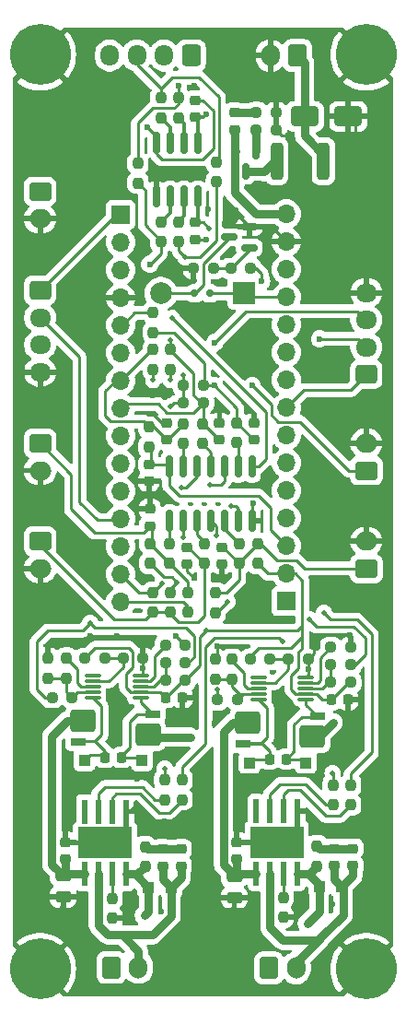
<source format=gbr>
%TF.GenerationSoftware,KiCad,Pcbnew,8.0.1*%
%TF.CreationDate,2024-06-19T16:46:36+02:00*%
%TF.ProjectId,MotorShield,4d6f746f-7253-4686-9965-6c642e6b6963,V_1*%
%TF.SameCoordinates,Original*%
%TF.FileFunction,Copper,L1,Top*%
%TF.FilePolarity,Positive*%
%FSLAX46Y46*%
G04 Gerber Fmt 4.6, Leading zero omitted, Abs format (unit mm)*
G04 Created by KiCad (PCBNEW 8.0.1) date 2024-06-19 16:46:36*
%MOMM*%
%LPD*%
G01*
G04 APERTURE LIST*
G04 Aperture macros list*
%AMRoundRect*
0 Rectangle with rounded corners*
0 $1 Rounding radius*
0 $2 $3 $4 $5 $6 $7 $8 $9 X,Y pos of 4 corners*
0 Add a 4 corners polygon primitive as box body*
4,1,4,$2,$3,$4,$5,$6,$7,$8,$9,$2,$3,0*
0 Add four circle primitives for the rounded corners*
1,1,$1+$1,$2,$3*
1,1,$1+$1,$4,$5*
1,1,$1+$1,$6,$7*
1,1,$1+$1,$8,$9*
0 Add four rect primitives between the rounded corners*
20,1,$1+$1,$2,$3,$4,$5,0*
20,1,$1+$1,$4,$5,$6,$7,0*
20,1,$1+$1,$6,$7,$8,$9,0*
20,1,$1+$1,$8,$9,$2,$3,0*%
G04 Aperture macros list end*
%TA.AperFunction,SMDPad,CuDef*%
%ADD10RoundRect,0.237500X-0.250000X-0.237500X0.250000X-0.237500X0.250000X0.237500X-0.250000X0.237500X0*%
%TD*%
%TA.AperFunction,SMDPad,CuDef*%
%ADD11RoundRect,0.237500X0.250000X0.237500X-0.250000X0.237500X-0.250000X-0.237500X0.250000X-0.237500X0*%
%TD*%
%TA.AperFunction,SMDPad,CuDef*%
%ADD12RoundRect,0.150000X0.587500X0.150000X-0.587500X0.150000X-0.587500X-0.150000X0.587500X-0.150000X0*%
%TD*%
%TA.AperFunction,SMDPad,CuDef*%
%ADD13RoundRect,0.150000X-0.150000X-0.200000X0.150000X-0.200000X0.150000X0.200000X-0.150000X0.200000X0*%
%TD*%
%TA.AperFunction,ComponentPad*%
%ADD14C,2.000000*%
%TD*%
%TA.AperFunction,ComponentPad*%
%ADD15R,2.000000X2.000000*%
%TD*%
%TA.AperFunction,SMDPad,CuDef*%
%ADD16RoundRect,0.218750X-0.256250X0.218750X-0.256250X-0.218750X0.256250X-0.218750X0.256250X0.218750X0*%
%TD*%
%TA.AperFunction,SMDPad,CuDef*%
%ADD17RoundRect,0.250000X-1.000000X-0.650000X1.000000X-0.650000X1.000000X0.650000X-1.000000X0.650000X0*%
%TD*%
%TA.AperFunction,SMDPad,CuDef*%
%ADD18RoundRect,0.218750X0.256250X-0.218750X0.256250X0.218750X-0.256250X0.218750X-0.256250X-0.218750X0*%
%TD*%
%TA.AperFunction,ComponentPad*%
%ADD19RoundRect,0.250000X-0.600000X-0.750000X0.600000X-0.750000X0.600000X0.750000X-0.600000X0.750000X0*%
%TD*%
%TA.AperFunction,ComponentPad*%
%ADD20O,1.700000X2.000000*%
%TD*%
%TA.AperFunction,ComponentPad*%
%ADD21RoundRect,0.250000X0.725000X-0.600000X0.725000X0.600000X-0.725000X0.600000X-0.725000X-0.600000X0*%
%TD*%
%TA.AperFunction,ComponentPad*%
%ADD22O,1.950000X1.700000*%
%TD*%
%TA.AperFunction,ComponentPad*%
%ADD23RoundRect,0.250000X-0.725000X0.600000X-0.725000X-0.600000X0.725000X-0.600000X0.725000X0.600000X0*%
%TD*%
%TA.AperFunction,SMDPad,CuDef*%
%ADD24RoundRect,0.237500X0.237500X-0.250000X0.237500X0.250000X-0.237500X0.250000X-0.237500X-0.250000X0*%
%TD*%
%TA.AperFunction,SMDPad,CuDef*%
%ADD25RoundRect,0.150000X0.150000X-0.825000X0.150000X0.825000X-0.150000X0.825000X-0.150000X-0.825000X0*%
%TD*%
%TA.AperFunction,SMDPad,CuDef*%
%ADD26RoundRect,0.225000X-0.250000X0.225000X-0.250000X-0.225000X0.250000X-0.225000X0.250000X0.225000X0*%
%TD*%
%TA.AperFunction,SMDPad,CuDef*%
%ADD27RoundRect,0.225000X-0.225000X-0.250000X0.225000X-0.250000X0.225000X0.250000X-0.225000X0.250000X0*%
%TD*%
%TA.AperFunction,ComponentPad*%
%ADD28O,2.000000X1.700000*%
%TD*%
%TA.AperFunction,ComponentPad*%
%ADD29RoundRect,0.250000X0.750000X-0.600000X0.750000X0.600000X-0.750000X0.600000X-0.750000X-0.600000X0*%
%TD*%
%TA.AperFunction,ComponentPad*%
%ADD30RoundRect,0.250000X0.600000X0.750000X-0.600000X0.750000X-0.600000X-0.750000X0.600000X-0.750000X0*%
%TD*%
%TA.AperFunction,SMDPad,CuDef*%
%ADD31RoundRect,0.237500X-0.237500X0.250000X-0.237500X-0.250000X0.237500X-0.250000X0.237500X0.250000X0*%
%TD*%
%TA.AperFunction,SMDPad,CuDef*%
%ADD32RoundRect,0.225000X0.250000X-0.225000X0.250000X0.225000X-0.250000X0.225000X-0.250000X-0.225000X0*%
%TD*%
%TA.AperFunction,ComponentPad*%
%ADD33R,1.700000X1.700000*%
%TD*%
%TA.AperFunction,ComponentPad*%
%ADD34O,1.700000X1.700000*%
%TD*%
%TA.AperFunction,ComponentPad*%
%ADD35RoundRect,0.250000X-0.750000X0.600000X-0.750000X-0.600000X0.750000X-0.600000X0.750000X0.600000X0*%
%TD*%
%TA.AperFunction,SMDPad,CuDef*%
%ADD36RoundRect,0.225000X0.225000X0.250000X-0.225000X0.250000X-0.225000X-0.250000X0.225000X-0.250000X0*%
%TD*%
%TA.AperFunction,SMDPad,CuDef*%
%ADD37RoundRect,0.150000X-0.150000X0.825000X-0.150000X-0.825000X0.150000X-0.825000X0.150000X0.825000X0*%
%TD*%
%TA.AperFunction,ComponentPad*%
%ADD38C,3.600000*%
%TD*%
%TA.AperFunction,ConnectorPad*%
%ADD39C,5.600000*%
%TD*%
%TA.AperFunction,ComponentPad*%
%ADD40C,0.630000*%
%TD*%
%TA.AperFunction,SMDPad,CuDef*%
%ADD41R,4.900000X2.950000*%
%TD*%
%TA.AperFunction,SMDPad,CuDef*%
%ADD42R,0.500000X2.200000*%
%TD*%
%TA.AperFunction,SMDPad,CuDef*%
%ADD43R,1.000000X1.000000*%
%TD*%
%TA.AperFunction,SMDPad,CuDef*%
%ADD44RoundRect,0.250000X0.312500X1.450000X-0.312500X1.450000X-0.312500X-1.450000X0.312500X-1.450000X0*%
%TD*%
%TA.AperFunction,SMDPad,CuDef*%
%ADD45RoundRect,0.150000X-0.150000X0.587500X-0.150000X-0.587500X0.150000X-0.587500X0.150000X0.587500X0*%
%TD*%
%TA.AperFunction,SMDPad,CuDef*%
%ADD46RoundRect,0.243600X-0.901400X-0.771400X0.901400X-0.771400X0.901400X0.771400X-0.901400X0.771400X0*%
%TD*%
%TA.AperFunction,SMDPad,CuDef*%
%ADD47RoundRect,0.091200X-0.608800X-0.288800X0.608800X-0.288800X0.608800X0.288800X-0.608800X0.288800X0*%
%TD*%
%TA.AperFunction,SMDPad,CuDef*%
%ADD48RoundRect,0.190000X-0.510000X-0.190000X0.510000X-0.190000X0.510000X0.190000X-0.510000X0.190000X0*%
%TD*%
%TA.AperFunction,SMDPad,CuDef*%
%ADD49RoundRect,0.075000X0.650000X0.075000X-0.650000X0.075000X-0.650000X-0.075000X0.650000X-0.075000X0*%
%TD*%
%TA.AperFunction,SMDPad,CuDef*%
%ADD50RoundRect,0.250000X-0.475000X0.250000X-0.475000X-0.250000X0.475000X-0.250000X0.475000X0.250000X0*%
%TD*%
%TA.AperFunction,ComponentPad*%
%ADD51O,1.700000X1.950000*%
%TD*%
%TA.AperFunction,ComponentPad*%
%ADD52RoundRect,0.250000X0.600000X0.725000X-0.600000X0.725000X-0.600000X-0.725000X0.600000X-0.725000X0*%
%TD*%
%TA.AperFunction,ViaPad*%
%ADD53C,0.600000*%
%TD*%
%TA.AperFunction,ViaPad*%
%ADD54C,0.500000*%
%TD*%
%TA.AperFunction,Conductor*%
%ADD55C,0.279400*%
%TD*%
%TA.AperFunction,Conductor*%
%ADD56C,0.200000*%
%TD*%
%TA.AperFunction,Conductor*%
%ADD57C,0.304800*%
%TD*%
%TA.AperFunction,Conductor*%
%ADD58C,0.762000*%
%TD*%
G04 APERTURE END LIST*
D10*
%TO.P,R2,1*%
%TO.N,GND*%
X126722500Y-74930000D03*
%TO.P,R2,2*%
%TO.N,Net-(Q1-G)*%
X128547500Y-74930000D03*
%TD*%
D11*
%TO.P,R1,1*%
%TO.N,/UART2-STLINK*%
X131976500Y-74930000D03*
%TO.P,R1,2*%
%TO.N,Net-(Q1-G)*%
X130151500Y-74930000D03*
%TD*%
D12*
%TO.P,Q1,1,G*%
%TO.N,Net-(Q1-G)*%
X131826000Y-73020000D03*
%TO.P,Q1,2,S*%
%TO.N,GND*%
X131826000Y-71120000D03*
%TO.P,Q1,3,D*%
%TO.N,Net-(BZ1--)*%
X129951000Y-72070000D03*
%TD*%
D13*
%TO.P,D1,1,K*%
%TO.N,+5V*%
X128208000Y-77216000D03*
%TO.P,D1,2,A*%
%TO.N,Net-(BZ1--)*%
X126808000Y-77216000D03*
%TD*%
D14*
%TO.P,BZ1,2,-*%
%TO.N,Net-(BZ1--)*%
X123718000Y-77216000D03*
D15*
%TO.P,BZ1,1,+*%
%TO.N,+5V*%
X131318000Y-77216000D03*
%TD*%
D16*
%TO.P,D2,1,K*%
%TO.N,Net-(D2-K)*%
X130500000Y-60612500D03*
%TO.P,D2,2,A*%
%TO.N,VCC*%
X130500000Y-62187500D03*
%TD*%
D17*
%TO.P,D3,1,A1*%
%TO.N,+BATT*%
X136938000Y-60960000D03*
%TO.P,D3,2,A2*%
%TO.N,GND*%
X140938000Y-60960000D03*
%TD*%
D18*
%TO.P,D4,1,K*%
%TO.N,/OUTA_M2*%
X125575000Y-129850000D03*
%TO.P,D4,2,A*%
%TO.N,Net-(D4-A)*%
X125575000Y-128275000D03*
%TD*%
D19*
%TO.P,J13,1,Pin_1*%
%TO.N,/OUTB_M2*%
X119146000Y-139146000D03*
D20*
%TO.P,J13,2,Pin_2*%
%TO.N,/OUTA_M2*%
X121646000Y-139146000D03*
%TD*%
D21*
%TO.P,J11,1,Pin_1*%
%TO.N,/ENCODER_2B*%
X142600000Y-84669000D03*
D22*
%TO.P,J11,2,Pin_2*%
%TO.N,/ENCODER_2A*%
X142600000Y-82169000D03*
%TO.P,J11,3,Pin_3*%
%TO.N,+3.3V*%
X142600000Y-79669000D03*
%TO.P,J11,4,Pin_4*%
%TO.N,GND*%
X142600000Y-77169000D03*
%TD*%
D23*
%TO.P,J7,1,Pin_1*%
%TO.N,/ENCODER_1A*%
X112600000Y-76955000D03*
D22*
%TO.P,J7,2,Pin_2*%
%TO.N,/ENCODER_1B*%
X112600000Y-79455000D03*
%TO.P,J7,3,Pin_3*%
%TO.N,+3.3V*%
X112600000Y-81955000D03*
%TO.P,J7,4,Pin_4*%
%TO.N,GND*%
X112600000Y-84455000D03*
%TD*%
D11*
%TO.P,R53,1*%
%TO.N,GND*%
X122037500Y-110750000D03*
%TO.P,R53,2*%
%TO.N,Net-(IC2-CMPREF)*%
X120212500Y-110750000D03*
%TD*%
D24*
%TO.P,JP2,1,A*%
%TO.N,/IN_GPIO{slash}IT_2*%
X123000000Y-106512500D03*
%TO.P,JP2,2,B*%
%TO.N,/GPIO{slash}IT_2*%
X123000000Y-104687500D03*
%TD*%
%TO.P,R61,2*%
%TO.N,Net-(D4-A)*%
X122260000Y-128050000D03*
%TO.P,R61,1*%
%TO.N,/OUTB_M2*%
X122260000Y-129875000D03*
%TD*%
D25*
%TO.P,U1,14,VCC*%
%TO.N,+3.3V*%
X124490000Y-93137500D03*
%TO.P,U1,13*%
%TO.N,Net-(R30-Pad1)*%
X125760000Y-93137500D03*
%TO.P,U1,12*%
%TO.N,/Avionic - GPIO/OUT_ISO_N2*%
X127030000Y-93137500D03*
%TO.P,U1,11*%
%TO.N,Net-(R29-Pad1)*%
X128300000Y-93137500D03*
%TO.P,U1,10*%
%TO.N,/Avionic - GPIO/OUT_ISO_N1*%
X129570000Y-93137500D03*
%TO.P,U1,9*%
%TO.N,Net-(R28-Pad1)*%
X130840000Y-93137500D03*
%TO.P,U1,8*%
%TO.N,/GPIO{slash}IT_4*%
X132110000Y-93137500D03*
%TO.P,U1,7,GND*%
%TO.N,GND*%
X132110000Y-98087500D03*
%TO.P,U1,6*%
%TO.N,/GPIO{slash}IT_3*%
X130840000Y-98087500D03*
%TO.P,U1,5*%
%TO.N,Net-(R27-Pad1)*%
X129570000Y-98087500D03*
%TO.P,U1,4*%
%TO.N,/GPIO{slash}IT_2*%
X128300000Y-98087500D03*
%TO.P,U1,3*%
%TO.N,Net-(R22-Pad1)*%
X127030000Y-98087500D03*
%TO.P,U1,2*%
%TO.N,/GPIO{slash}IT_1*%
X125760000Y-98087500D03*
%TO.P,U1,1*%
%TO.N,Net-(R17-Pad1)*%
X124490000Y-98087500D03*
%TD*%
D11*
%TO.P,R45,1*%
%TO.N,/ADC15*%
X125937500Y-111150000D03*
%TO.P,R45,2*%
%TO.N,Net-(IC2-~{ALERT})*%
X124112500Y-111150000D03*
%TD*%
D26*
%TO.P,C1,1*%
%TO.N,+3.3V*%
X122600000Y-92937500D03*
%TO.P,C1,2*%
%TO.N,GND*%
X122600000Y-94487500D03*
%TD*%
D24*
%TO.P,R64,2*%
%TO.N,Net-(D6-A)*%
X138060000Y-128002500D03*
%TO.P,R64,1*%
%TO.N,/OUTB_M1*%
X138060000Y-129827500D03*
%TD*%
D27*
%TO.P,C14,1*%
%TO.N,+3.3V*%
X139370000Y-114550000D03*
%TO.P,C14,2*%
%TO.N,GND*%
X140920000Y-114550000D03*
%TD*%
D28*
%TO.P,J5,2,Pin_2*%
%TO.N,GND*%
X142600000Y-100000000D03*
D29*
%TO.P,J5,1,Pin_1*%
%TO.N,/IN_GPIO{slash}IT_3*%
X142600000Y-102500000D03*
%TD*%
D20*
%TO.P,J8,2,Pin_2*%
%TO.N,GND*%
X133771000Y-55372000D03*
D30*
%TO.P,J8,1,Pin_1*%
%TO.N,+BATT*%
X136271000Y-55372000D03*
%TD*%
D31*
%TO.P,JP7,1,A*%
%TO.N,/UART1-RX-EXT*%
X121600000Y-65262500D03*
%TO.P,JP7,2,B*%
%TO.N,/UART1-RX*%
X121600000Y-67087500D03*
%TD*%
%TO.P,JP3,1,A*%
%TO.N,/IN_GPIO{slash}IT_3*%
X128700000Y-104737500D03*
%TO.P,JP3,2,B*%
%TO.N,/GPIO{slash}IT_3*%
X128700000Y-106562500D03*
%TD*%
%TO.P,R13,1*%
%TO.N,+3.3V*%
X124600000Y-104687500D03*
%TO.P,R13,2*%
%TO.N,/IN_GPIO{slash}IT_2*%
X124600000Y-106512500D03*
%TD*%
D24*
%TO.P,JP4,1,A*%
%TO.N,/IN_GPIO{slash}IT_4*%
X123000000Y-80812500D03*
%TO.P,JP4,2,B*%
%TO.N,/GPIO{slash}IT_4*%
X123000000Y-78987500D03*
%TD*%
D31*
%TO.P,R32,1*%
%TO.N,Net-(U4-VIA)*%
X125300000Y-70662500D03*
%TO.P,R32,2*%
%TO.N,/UART1-TX*%
X125300000Y-72487500D03*
%TD*%
D32*
%TO.P,C11,1*%
%TO.N,/IN_GPIO{slash}IT_1*%
X122700000Y-98587500D03*
%TO.P,C11,2*%
%TO.N,GND*%
X122700000Y-97037500D03*
%TD*%
%TO.P,C6,1*%
%TO.N,/UART1-RX*%
X124200000Y-90687500D03*
%TO.P,C6,2*%
%TO.N,GND*%
X124200000Y-89137500D03*
%TD*%
D33*
%TO.P,J2,1,Pin_1*%
%TO.N,unconnected-(J2-Pin_1-Pad1)*%
X135240000Y-105500000D03*
D34*
%TO.P,J2,2,Pin_2*%
%TO.N,+3.3V*%
X135240000Y-102960000D03*
%TO.P,J2,3,Pin_3*%
X135240000Y-100420000D03*
%TO.P,J2,4,Pin_4*%
%TO.N,unconnected-(J2-Pin_4-Pad4)*%
X135240000Y-97880000D03*
%TO.P,J2,5,Pin_5*%
%TO.N,/ENCODER_2A*%
X135240000Y-95340000D03*
%TO.P,J2,6,Pin_6*%
%TO.N,/UART2-STLINK*%
X135240000Y-92800000D03*
%TO.P,J2,7,Pin_7*%
%TO.N,/ADC9*%
X135240000Y-90260000D03*
%TO.P,J2,8,Pin_8*%
%TO.N,/ENCODER_2B*%
X135240000Y-87720000D03*
%TO.P,J2,9,Pin_9*%
%TO.N,/GPIO{slash}IT_6*%
X135240000Y-85180000D03*
%TO.P,J2,10,Pin_10*%
%TO.N,/GPIO{slash}IT_5*%
X135240000Y-82640000D03*
%TO.P,J2,11,Pin_11*%
%TO.N,unconnected-(J2-Pin_11-Pad11)*%
X135240000Y-80100000D03*
%TO.P,J2,12,Pin_12*%
%TO.N,+5V*%
X135240000Y-77560000D03*
%TO.P,J2,13,Pin_13*%
%TO.N,unconnected-(J2-Pin_13-Pad13)*%
X135240000Y-75020000D03*
%TO.P,J2,14,Pin_14*%
%TO.N,GND*%
X135240000Y-72480000D03*
%TO.P,J2,15,Pin_15*%
%TO.N,VCC*%
X135240000Y-69940000D03*
%TD*%
D31*
%TO.P,JP5,1,A*%
%TO.N,/UART1-TX*%
X124600000Y-82387500D03*
%TO.P,JP5,2,B*%
%TO.N,/Avionic - GPIO/OUT_ISO_N1*%
X124600000Y-84212500D03*
%TD*%
D26*
%TO.P,C10,1*%
%TO.N,/IN_GPIO{slash}IT_2*%
X126100000Y-100537500D03*
%TO.P,C10,2*%
%TO.N,GND*%
X126100000Y-102087500D03*
%TD*%
D32*
%TO.P,C18,1*%
%TO.N,VCCM1*%
X130660000Y-129205000D03*
%TO.P,C18,2*%
%TO.N,GND*%
X130660000Y-127655000D03*
%TD*%
D16*
%TO.P,D7,2,A*%
%TO.N,/OUTA_M1*%
X139660000Y-129802500D03*
%TO.P,D7,1,K*%
%TO.N,Net-(D6-A)*%
X139660000Y-128227500D03*
%TD*%
D28*
%TO.P,J4,2,Pin_2*%
%TO.N,GND*%
X112600000Y-93500000D03*
D35*
%TO.P,J4,1,Pin_1*%
%TO.N,/IN_GPIO{slash}IT_1*%
X112600000Y-91000000D03*
%TD*%
D26*
%TO.P,C9,1*%
%TO.N,/IN_GPIO{slash}IT_3*%
X129300000Y-100537500D03*
%TO.P,C9,2*%
%TO.N,GND*%
X129300000Y-102087500D03*
%TD*%
D24*
%TO.P,R29,1*%
%TO.N,Net-(R29-Pad1)*%
X127500000Y-91025000D03*
%TO.P,R29,2*%
%TO.N,/UART1-TX*%
X127500000Y-89200000D03*
%TD*%
D31*
%TO.P,R56,1*%
%TO.N,/PWM_2*%
X124060000Y-121902500D03*
%TO.P,R56,2*%
%TO.N,Net-(U6-IN1)*%
X124060000Y-123727500D03*
%TD*%
D36*
%TO.P,C16,1*%
%TO.N,Net-(IC1-IN+)*%
X135235000Y-120015000D03*
%TO.P,C16,2*%
%TO.N,Net-(IC1-IN-)*%
X133685000Y-120015000D03*
%TD*%
D10*
%TO.P,R3,2*%
%TO.N,GND*%
X134312500Y-62200000D03*
%TO.P,R3,1*%
%TO.N,Net-(Q2-G)*%
X132487500Y-62200000D03*
%TD*%
D31*
%TO.P,JP6,1,A*%
%TO.N,/UART1-RX*%
X123000000Y-82387500D03*
%TO.P,JP6,2,B*%
%TO.N,/Avionic - GPIO/OUT_ISO_N2*%
X123000000Y-84212500D03*
%TD*%
D32*
%TO.P,C20,1*%
%TO.N,VCCM2*%
X114925000Y-129175000D03*
%TO.P,C20,2*%
%TO.N,GND*%
X114925000Y-127625000D03*
%TD*%
D10*
%TO.P,R39,1*%
%TO.N,Net-(IC1-~{ALERT})*%
X139332500Y-112950000D03*
%TO.P,R39,2*%
%TO.N,+3.3V*%
X141157500Y-112950000D03*
%TD*%
D11*
%TO.P,R37,1*%
%TO.N,Net-(IC1-CMPREF)*%
X133757500Y-110850000D03*
%TO.P,R37,2*%
%TO.N,+3.3V*%
X131932500Y-110850000D03*
%TD*%
D20*
%TO.P,J10,2,Pin_2*%
%TO.N,/OUTA_M1*%
X136144000Y-139192000D03*
D19*
%TO.P,J10,1,Pin_1*%
%TO.N,/OUTB_M1*%
X133644000Y-139192000D03*
%TD*%
D37*
%TO.P,U4,1,VDD1*%
%TO.N,+3.3V-EXT*%
X127105000Y-63400000D03*
%TO.P,U4,2,VOA*%
%TO.N,Net-(U4-VOA)*%
X125835000Y-63400000D03*
%TO.P,U4,3,VIB*%
%TO.N,Net-(U4-VIB)*%
X124565000Y-63400000D03*
%TO.P,U4,4,GND1*%
%TO.N,GNDD-EXT*%
X123295000Y-63400000D03*
%TO.P,U4,5,GND2*%
%TO.N,GND*%
X123295000Y-68350000D03*
%TO.P,U4,6,VOB*%
%TO.N,Net-(U4-VOB)*%
X124565000Y-68350000D03*
%TO.P,U4,7,VIA*%
%TO.N,Net-(U4-VIA)*%
X125835000Y-68350000D03*
%TO.P,U4,8,VDD2*%
%TO.N,+3.3V*%
X127105000Y-68350000D03*
%TD*%
D38*
%TO.P,REF\u002A\u002A,1*%
%TO.N,N/C*%
X112600000Y-55300000D03*
D39*
%TO.N,GND*%
X112600000Y-55300000D03*
%TD*%
D10*
%TO.P,R41,1*%
%TO.N,/ADC9*%
X128932500Y-114550000D03*
%TO.P,R41,2*%
%TO.N,Net-(IC1-VOUT)*%
X130757500Y-114550000D03*
%TD*%
D31*
%TO.P,R22,1*%
%TO.N,Net-(R22-Pad1)*%
X127700000Y-100200000D03*
%TO.P,R22,2*%
%TO.N,/IN_GPIO{slash}IT_2*%
X127700000Y-102025000D03*
%TD*%
D11*
%TO.P,R49,1*%
%TO.N,GND*%
X141157500Y-109750000D03*
%TO.P,R49,2*%
%TO.N,Net-(IC1-RESET)*%
X139332500Y-109750000D03*
%TD*%
D28*
%TO.P,J12,2,Pin_2*%
%TO.N,GND*%
X112600000Y-70358000D03*
D35*
%TO.P,J12,1,Pin_1*%
%TO.N,/UART2-STLINK*%
X112600000Y-67858000D03*
%TD*%
D28*
%TO.P,J6,2,Pin_2*%
%TO.N,GND*%
X112600000Y-102500000D03*
D35*
%TO.P,J6,1,Pin_1*%
%TO.N,/IN_GPIO{slash}IT_2*%
X112600000Y-100000000D03*
%TD*%
D10*
%TO.P,R40,1*%
%TO.N,Net-(IC2-~{ALERT})*%
X124112500Y-112750000D03*
%TO.P,R40,2*%
%TO.N,+3.3V*%
X125937500Y-112750000D03*
%TD*%
D31*
%TO.P,R34,1*%
%TO.N,Net-(U4-VOB)*%
X123700000Y-70662500D03*
%TO.P,R34,2*%
%TO.N,/UART1-RX*%
X123700000Y-72487500D03*
%TD*%
%TO.P,R55,1*%
%TO.N,/PWM_1*%
X139560000Y-122402500D03*
%TO.P,R55,2*%
%TO.N,Net-(U5-IN1)*%
X139560000Y-124227500D03*
%TD*%
D24*
%TO.P,R46,1*%
%TO.N,Net-(IC2-VOUT)*%
X115025000Y-112562500D03*
%TO.P,R46,2*%
%TO.N,Net-(IC2-CMPIN)*%
X115025000Y-110737500D03*
%TD*%
D40*
%TO.P,U6,9,GND*%
%TO.N,GND*%
X117275000Y-128350000D03*
X118575000Y-128350000D03*
X119875000Y-128350000D03*
D41*
X118575000Y-127700000D03*
D40*
X117275000Y-127050000D03*
X118575000Y-127050000D03*
X119875000Y-127050000D03*
D42*
%TO.P,U6,8,OUT2*%
%TO.N,/OUTB_M2*%
X120480000Y-130575000D03*
%TO.P,U6,7,ISEN*%
%TO.N,Net-(U6-ISEN)*%
X119210000Y-130575000D03*
%TO.P,U6,6,OUT1*%
%TO.N,/OUTA_M2*%
X117940000Y-130575000D03*
%TO.P,U6,5,VM*%
%TO.N,VCCM2*%
X116670000Y-130575000D03*
%TO.P,U6,4,nFAULT*%
%TO.N,Net-(U6-nFAULT)*%
X116670000Y-124825000D03*
%TO.P,U6,3,IN1*%
%TO.N,Net-(U6-IN1)*%
X117940000Y-124825000D03*
%TO.P,U6,2,IN2*%
%TO.N,Net-(U6-IN2)*%
X119210000Y-124825000D03*
%TO.P,U6,1,GND*%
%TO.N,GND*%
X120480000Y-124825000D03*
%TD*%
D24*
%TO.P,R9,1*%
%TO.N,+3.3V*%
X122600000Y-91325000D03*
%TO.P,R9,2*%
%TO.N,/UART1-RX*%
X122600000Y-89500000D03*
%TD*%
%TO.P,R44,1*%
%TO.N,Net-(IC1-VOUT)*%
X130245000Y-112662500D03*
%TO.P,R44,2*%
%TO.N,Net-(IC1-CMPIN)*%
X130245000Y-110837500D03*
%TD*%
D43*
%TO.P,TP3,1,1*%
%TO.N,Net-(IC2-IN+)*%
X121975000Y-120150000D03*
%TD*%
D44*
%TO.P,F1,2*%
%TO.N,Net-(Q2-D)*%
X134362500Y-65100000D03*
%TO.P,F1,1*%
%TO.N,+BATT*%
X138637500Y-65100000D03*
%TD*%
D32*
%TO.P,C13,1*%
%TO.N,+3.3V-EXT*%
X126900000Y-61050000D03*
%TO.P,C13,2*%
%TO.N,GNDD-EXT*%
X126900000Y-59500000D03*
%TD*%
D33*
%TO.P,J1,1,Pin_1*%
%TO.N,/ENCODER_1A*%
X120000000Y-70000000D03*
D34*
%TO.P,J1,2,Pin_2*%
%TO.N,/PWM_2*%
X120000000Y-72540000D03*
%TO.P,J1,3,Pin_3*%
%TO.N,unconnected-(J1-Pin_3-Pad3)*%
X120000000Y-75080000D03*
%TO.P,J1,4,Pin_4*%
%TO.N,GND*%
X120000000Y-77620000D03*
%TO.P,J1,5,Pin_5*%
%TO.N,/GPIO{slash}IT_4*%
X120000000Y-80160000D03*
%TO.P,J1,6,Pin_6*%
%TO.N,/ADC15*%
X120000000Y-82700000D03*
%TO.P,J1,7,Pin_7*%
%TO.N,/UART1-RX*%
X120000000Y-85240000D03*
%TO.P,J1,8,Pin_8*%
%TO.N,/UART1-TX*%
X120000000Y-87780000D03*
%TO.P,J1,9,Pin_9*%
%TO.N,/GPIO{slash}IT_3*%
X120000000Y-90320000D03*
%TO.P,J1,10,Pin_10*%
%TO.N,unconnected-(J1-Pin_10-Pad10)*%
X120000000Y-92860000D03*
%TO.P,J1,11,Pin_11*%
%TO.N,unconnected-(J1-Pin_11-Pad11)*%
X120000000Y-95400000D03*
%TO.P,J1,12,Pin_12*%
%TO.N,/ENCODER_1B*%
X120000000Y-97940000D03*
%TO.P,J1,13,Pin_13*%
%TO.N,/PWM_1*%
X120000000Y-100480000D03*
%TO.P,J1,14,Pin_14*%
%TO.N,/GPIO{slash}IT_2*%
X120000000Y-103020000D03*
%TO.P,J1,15,Pin_15*%
%TO.N,/GPIO{slash}IT_1*%
X120000000Y-105560000D03*
%TD*%
D11*
%TO.P,R38,1*%
%TO.N,Net-(IC2-CMPREF)*%
X118537500Y-110750000D03*
%TO.P,R38,2*%
%TO.N,+3.3V*%
X116712500Y-110750000D03*
%TD*%
D43*
%TO.P,TP5,1,1*%
%TO.N,/OUTA_M1*%
X140360000Y-131715000D03*
%TD*%
D45*
%TO.P,Q2,3,D*%
%TO.N,Net-(Q2-D)*%
X131500000Y-66000000D03*
%TO.P,Q2,2,S*%
%TO.N,VCC*%
X130550000Y-64125000D03*
%TO.P,Q2,1,G*%
%TO.N,Net-(Q2-G)*%
X132450000Y-64125000D03*
%TD*%
D31*
%TO.P,R17,1*%
%TO.N,Net-(R17-Pad1)*%
X124500000Y-100200000D03*
%TO.P,R17,2*%
%TO.N,/IN_GPIO{slash}IT_1*%
X124500000Y-102025000D03*
%TD*%
D46*
%TO.P,R36,1,1*%
%TO.N,VCCM2*%
X116540000Y-116515000D03*
D47*
%TO.P,R36,2,2*%
%TO.N,Net-(IC2-IN-)*%
X116095000Y-118420000D03*
D48*
%TO.P,R36,3,3*%
%TO.N,Net-(IC2-IN+)*%
X122955000Y-115880000D03*
D46*
%TO.P,R36,4,4*%
%TO.N,VCC*%
X122510000Y-117785000D03*
%TD*%
%TO.P,R35,1,1*%
%TO.N,VCCM1*%
X131675000Y-116680000D03*
D47*
%TO.P,R35,2,2*%
%TO.N,Net-(IC1-IN-)*%
X131230000Y-118585000D03*
D48*
%TO.P,R35,3,3*%
%TO.N,Net-(IC1-IN+)*%
X138090000Y-116045000D03*
D46*
%TO.P,R35,4,4*%
%TO.N,VCC*%
X137645000Y-117950000D03*
%TD*%
D49*
%TO.P,IC2,1,IN+*%
%TO.N,Net-(IC2-IN+)*%
X121825000Y-114350000D03*
%TO.P,IC2,2,VS+*%
%TO.N,+3.3V*%
X121825000Y-113850000D03*
%TO.P,IC2,3,~{ALERT}*%
%TO.N,Net-(IC2-~{ALERT})*%
X121825000Y-113350000D03*
%TO.P,IC2,4,RESET*%
%TO.N,Net-(IC2-RESET)*%
X121825000Y-112850000D03*
%TO.P,IC2,5,GND*%
%TO.N,GND*%
X121825000Y-112350000D03*
%TO.P,IC2,6,NC*%
%TO.N,unconnected-(IC2-NC-Pad6)*%
X117425000Y-112350000D03*
%TO.P,IC2,7,CMPREF*%
%TO.N,Net-(IC2-CMPREF)*%
X117425000Y-112850000D03*
%TO.P,IC2,8,CMPIN*%
%TO.N,Net-(IC2-CMPIN)*%
X117425000Y-113350000D03*
%TO.P,IC2,9,VOUT*%
%TO.N,Net-(IC2-VOUT)*%
X117425000Y-113850000D03*
%TO.P,IC2,10,IN-*%
%TO.N,Net-(IC2-IN-)*%
X117425000Y-114350000D03*
%TD*%
D24*
%TO.P,R63,1*%
%TO.N,GND*%
X119225000Y-134612500D03*
%TO.P,R63,2*%
%TO.N,Net-(U6-ISEN)*%
X119225000Y-132787500D03*
%TD*%
D43*
%TO.P,TP2,1,1*%
%TO.N,Net-(IC1-IN-)*%
X131845000Y-120350000D03*
%TD*%
D40*
%TO.P,U5,9,GND*%
%TO.N,GND*%
X133060000Y-128315000D03*
X134360000Y-128315000D03*
X135660000Y-128315000D03*
D41*
X134360000Y-127665000D03*
D40*
X133060000Y-127015000D03*
X134360000Y-127015000D03*
X135660000Y-127015000D03*
D42*
%TO.P,U5,8,OUT2*%
%TO.N,/OUTB_M1*%
X136265000Y-130540000D03*
%TO.P,U5,7,ISEN*%
%TO.N,Net-(U5-ISEN)*%
X134995000Y-130540000D03*
%TO.P,U5,6,OUT1*%
%TO.N,/OUTA_M1*%
X133725000Y-130540000D03*
%TO.P,U5,5,VM*%
%TO.N,VCCM1*%
X132455000Y-130540000D03*
%TO.P,U5,4,nFAULT*%
%TO.N,Net-(U5-nFAULT)*%
X132455000Y-124790000D03*
%TO.P,U5,3,IN1*%
%TO.N,Net-(U5-IN1)*%
X133725000Y-124790000D03*
%TO.P,U5,2,IN2*%
%TO.N,Net-(U5-IN2)*%
X134995000Y-124790000D03*
%TO.P,U5,1,GND*%
%TO.N,GND*%
X136265000Y-124790000D03*
%TD*%
D26*
%TO.P,C12,1*%
%TO.N,+3.3V*%
X126900000Y-70700000D03*
%TO.P,C12,2*%
%TO.N,GND*%
X126900000Y-72250000D03*
%TD*%
D31*
%TO.P,R52,1*%
%TO.N,GND*%
X128700000Y-110837500D03*
%TO.P,R52,2*%
%TO.N,Net-(IC1-VOUT)*%
X128700000Y-112662500D03*
%TD*%
D10*
%TO.P,R4,2*%
%TO.N,GND*%
X134312500Y-60600000D03*
%TO.P,R4,1*%
%TO.N,Net-(D2-K)*%
X132487500Y-60600000D03*
%TD*%
D31*
%TO.P,R27,1*%
%TO.N,Net-(R27-Pad1)*%
X130900000Y-100200000D03*
%TO.P,R27,2*%
%TO.N,/IN_GPIO{slash}IT_3*%
X130900000Y-102025000D03*
%TD*%
D43*
%TO.P,TP8,1,1*%
%TO.N,/OUTB_M2*%
X122560000Y-131815000D03*
%TD*%
D36*
%TO.P,C17,1*%
%TO.N,Net-(IC2-IN+)*%
X120100000Y-119850000D03*
%TO.P,C17,2*%
%TO.N,Net-(IC2-IN-)*%
X118550000Y-119850000D03*
%TD*%
D24*
%TO.P,R28,1*%
%TO.N,Net-(R28-Pad1)*%
X130700000Y-90925000D03*
%TO.P,R28,2*%
%TO.N,/IN_GPIO{slash}IT_4*%
X130700000Y-89100000D03*
%TD*%
%TO.P,R30,1*%
%TO.N,Net-(R30-Pad1)*%
X125800000Y-91025000D03*
%TO.P,R30,2*%
%TO.N,/UART1-RX*%
X125800000Y-89200000D03*
%TD*%
D27*
%TO.P,C15,1*%
%TO.N,+3.3V*%
X124150000Y-114350000D03*
%TO.P,C15,2*%
%TO.N,GND*%
X125700000Y-114350000D03*
%TD*%
D43*
%TO.P,TP4,1,1*%
%TO.N,Net-(IC2-IN-)*%
X116675000Y-120150000D03*
%TD*%
D50*
%TO.P,C19,1*%
%TO.N,VCCM1*%
X130460000Y-130805000D03*
%TO.P,C19,2*%
%TO.N,GND*%
X130460000Y-132705000D03*
%TD*%
D31*
%TO.P,JP1,1,A*%
%TO.N,/IN_GPIO{slash}IT_1*%
X126200000Y-104687500D03*
%TO.P,JP1,2,B*%
%TO.N,/GPIO{slash}IT_1*%
X126200000Y-106512500D03*
%TD*%
%TO.P,R58,1*%
%TO.N,/GPIO{slash}IT_6*%
X125660000Y-121902500D03*
%TO.P,R58,2*%
%TO.N,Net-(U6-IN2)*%
X125660000Y-123727500D03*
%TD*%
%TO.P,R54,1*%
%TO.N,GND*%
X113325000Y-110737500D03*
%TO.P,R54,2*%
%TO.N,Net-(IC2-VOUT)*%
X113325000Y-112562500D03*
%TD*%
D50*
%TO.P,C21,1*%
%TO.N,VCCM2*%
X114725000Y-130750000D03*
%TO.P,C21,2*%
%TO.N,GND*%
X114725000Y-132650000D03*
%TD*%
D31*
%TO.P,R33,1*%
%TO.N,/UART1-TX-EXT*%
X123700000Y-59262500D03*
%TO.P,R33,2*%
%TO.N,Net-(U4-VIB)*%
X123700000Y-61087500D03*
%TD*%
D16*
%TO.P,D5,2,A*%
%TO.N,/OUTA_M2*%
X123860000Y-129850000D03*
%TO.P,D5,1,K*%
%TO.N,Net-(D4-A)*%
X123860000Y-128275000D03*
%TD*%
D49*
%TO.P,IC1,1,IN+*%
%TO.N,Net-(IC1-IN+)*%
X137060000Y-114515000D03*
%TO.P,IC1,2,VS+*%
%TO.N,+3.3V*%
X137060000Y-114015000D03*
%TO.P,IC1,3,~{ALERT}*%
%TO.N,Net-(IC1-~{ALERT})*%
X137060000Y-113515000D03*
%TO.P,IC1,4,RESET*%
%TO.N,Net-(IC1-RESET)*%
X137060000Y-113015000D03*
%TO.P,IC1,5,GND*%
%TO.N,GND*%
X137060000Y-112515000D03*
%TO.P,IC1,6,NC*%
%TO.N,unconnected-(IC1-NC-Pad6)*%
X132660000Y-112515000D03*
%TO.P,IC1,7,CMPREF*%
%TO.N,Net-(IC1-CMPREF)*%
X132660000Y-113015000D03*
%TO.P,IC1,8,CMPIN*%
%TO.N,Net-(IC1-CMPIN)*%
X132660000Y-113515000D03*
%TO.P,IC1,9,VOUT*%
%TO.N,Net-(IC1-VOUT)*%
X132660000Y-114015000D03*
%TO.P,IC1,10,IN-*%
%TO.N,Net-(IC1-IN-)*%
X132660000Y-114515000D03*
%TD*%
D24*
%TO.P,R62,1*%
%TO.N,GND*%
X134960000Y-134527500D03*
%TO.P,R62,2*%
%TO.N,Net-(U5-ISEN)*%
X134960000Y-132702500D03*
%TD*%
D31*
%TO.P,R31,1*%
%TO.N,/UART1-RX-EXT*%
X125300000Y-59262500D03*
%TO.P,R31,2*%
%TO.N,Net-(U4-VOA)*%
X125300000Y-61087500D03*
%TD*%
D32*
%TO.P,C8,1*%
%TO.N,/IN_GPIO{slash}IT_4*%
X132300000Y-90687500D03*
%TO.P,C8,2*%
%TO.N,GND*%
X132300000Y-89137500D03*
%TD*%
D24*
%TO.P,R14,1*%
%TO.N,+3.3V*%
X122700000Y-102025000D03*
%TO.P,R14,2*%
%TO.N,/IN_GPIO{slash}IT_1*%
X122700000Y-100200000D03*
%TD*%
D31*
%TO.P,R57,1*%
%TO.N,/GPIO{slash}IT_5*%
X141160000Y-122402500D03*
%TO.P,R57,2*%
%TO.N,Net-(U5-IN2)*%
X141160000Y-124227500D03*
%TD*%
D11*
%TO.P,R50,1*%
%TO.N,GND*%
X125937500Y-109550000D03*
%TO.P,R50,2*%
%TO.N,Net-(IC2-RESET)*%
X124112500Y-109550000D03*
%TD*%
D10*
%TO.P,R10,1*%
%TO.N,+3.3V*%
X125787500Y-87250000D03*
%TO.P,R10,2*%
%TO.N,/UART1-TX*%
X127612500Y-87250000D03*
%TD*%
D43*
%TO.P,TP7,1,1*%
%TO.N,/OUTB_M1*%
X138260000Y-131715000D03*
%TD*%
D11*
%TO.P,R51,1*%
%TO.N,GND*%
X137257500Y-110850000D03*
%TO.P,R51,2*%
%TO.N,Net-(IC1-CMPREF)*%
X135432500Y-110850000D03*
%TD*%
D28*
%TO.P,J3,2,Pin_2*%
%TO.N,GND*%
X142600000Y-91000000D03*
D29*
%TO.P,J3,1,Pin_1*%
%TO.N,/IN_GPIO{slash}IT_4*%
X142600000Y-93500000D03*
%TD*%
D38*
%TO.P,REF\u002A\u002A,1*%
%TO.N,N/C*%
X142600000Y-55300000D03*
D39*
%TO.N,GND*%
X142600000Y-55300000D03*
%TD*%
D24*
%TO.P,R12,1*%
%TO.N,+3.3V*%
X132600000Y-102025000D03*
%TO.P,R12,2*%
%TO.N,/IN_GPIO{slash}IT_3*%
X132600000Y-100200000D03*
%TD*%
D38*
%TO.P,REF\u002A\u002A,1*%
%TO.N,N/C*%
X142600000Y-139300000D03*
D39*
%TO.N,GND*%
X142600000Y-139300000D03*
%TD*%
D32*
%TO.P,C7,1*%
%TO.N,/UART1-TX*%
X129100000Y-90687500D03*
%TO.P,C7,2*%
%TO.N,GND*%
X129100000Y-89137500D03*
%TD*%
D43*
%TO.P,TP1,1,1*%
%TO.N,Net-(IC1-IN+)*%
X137045000Y-120350000D03*
%TD*%
D10*
%TO.P,R42,1*%
%TO.N,/ADC15*%
X113712500Y-114350000D03*
%TO.P,R42,2*%
%TO.N,Net-(IC2-VOUT)*%
X115537500Y-114350000D03*
%TD*%
D31*
%TO.P,JP8,1,A*%
%TO.N,/UART1-TX-EXT*%
X128800000Y-65162500D03*
%TO.P,JP8,2,B*%
%TO.N,/UART1-TX*%
X128800000Y-66987500D03*
%TD*%
D11*
%TO.P,R43,1*%
%TO.N,/ADC9*%
X141157500Y-111350000D03*
%TO.P,R43,2*%
%TO.N,Net-(IC1-~{ALERT})*%
X139332500Y-111350000D03*
%TD*%
D43*
%TO.P,TP6,1,1*%
%TO.N,/OUTA_M2*%
X124660000Y-131815000D03*
%TD*%
D18*
%TO.P,D6,2,A*%
%TO.N,Net-(D6-A)*%
X141360000Y-128227500D03*
%TO.P,D6,1,K*%
%TO.N,/OUTA_M1*%
X141360000Y-129802500D03*
%TD*%
D51*
%TO.P,J9,4,Pin_4*%
%TO.N,GNDD-EXT*%
X118992000Y-55372000D03*
%TO.P,J9,3,Pin_3*%
%TO.N,/UART1-TX-EXT*%
X121492000Y-55372000D03*
%TO.P,J9,2,Pin_2*%
%TO.N,/UART1-RX-EXT*%
X123992000Y-55372000D03*
D52*
%TO.P,J9,1,Pin_1*%
%TO.N,+3.3V-EXT*%
X126492000Y-55372000D03*
%TD*%
D38*
%TO.P,REF\u002A\u002A,1*%
%TO.N,N/C*%
X112600000Y-139300000D03*
D39*
%TO.N,GND*%
X112600000Y-139300000D03*
%TD*%
D10*
%TO.P,R11,1*%
%TO.N,+3.3V*%
X125787500Y-85700000D03*
%TO.P,R11,2*%
%TO.N,/IN_GPIO{slash}IT_4*%
X127612500Y-85700000D03*
%TD*%
D53*
%TO.N,GND*%
X127635000Y-129413000D03*
X118237000Y-91567000D03*
X122936000Y-86614000D03*
X122174000Y-72517000D03*
X138176000Y-72390000D03*
X142494000Y-104140000D03*
X142494000Y-95123000D03*
X139446000Y-133350000D03*
X141986000Y-118110000D03*
X117221000Y-108712000D03*
X117348000Y-83947000D03*
X111633000Y-116967000D03*
X144399000Y-118237000D03*
X121793000Y-77089000D03*
X115316000Y-106680000D03*
X115189000Y-85090000D03*
X131445000Y-84201000D03*
X129540000Y-70866000D03*
X129794000Y-73660000D03*
X127508000Y-80010000D03*
%TO.N,/UART2-STLINK*%
X132969000Y-76073000D03*
%TO.N,/UART1-RX*%
X122682000Y-74549000D03*
%TO.N,GND*%
X126746000Y-58166000D03*
X119380000Y-117983000D03*
X134747000Y-114554000D03*
X134747000Y-116332000D03*
X128651000Y-116713000D03*
X124079000Y-125730000D03*
X119634000Y-108712000D03*
X117983000Y-59436000D03*
X138684000Y-68580000D03*
X130556000Y-69596000D03*
X142494000Y-98425000D03*
X130429000Y-133858000D03*
X138049000Y-80010000D03*
X130175000Y-55118000D03*
X131064000Y-82042000D03*
X122047000Y-111633000D03*
X122936000Y-88265000D03*
X115570000Y-77851000D03*
X143002000Y-72263000D03*
X142621000Y-75311000D03*
X111887000Y-123444000D03*
X115443000Y-99441000D03*
X121412000Y-124206000D03*
X117348000Y-80137000D03*
X141097000Y-108585000D03*
X128905000Y-109601000D03*
X131699000Y-58420000D03*
X144493664Y-134045788D03*
X123698000Y-133985000D03*
X135382000Y-62738000D03*
X116713000Y-63500000D03*
X129540000Y-78105000D03*
X132207000Y-96520000D03*
X142113000Y-114554000D03*
X141097000Y-125730000D03*
X127889000Y-72263000D03*
X112522000Y-72136000D03*
X112522000Y-86233000D03*
X122682000Y-95758000D03*
X129286000Y-103378000D03*
X115316000Y-88392000D03*
X123317000Y-66675000D03*
X130683000Y-126619000D03*
X136144000Y-134493000D03*
X142621000Y-89281000D03*
X144272000Y-112014000D03*
X126873000Y-114300000D03*
X136271000Y-66167000D03*
X131572000Y-105918000D03*
X127635000Y-126873000D03*
X114935000Y-126492000D03*
X134366000Y-59309000D03*
X138303000Y-83439000D03*
X114935000Y-121285000D03*
X144018000Y-126365000D03*
X130937000Y-94869000D03*
X127381000Y-136271000D03*
X114681000Y-133731000D03*
X137287000Y-111760000D03*
X126746000Y-116459000D03*
X112649000Y-104140000D03*
X144526000Y-59944000D03*
X120396000Y-134620000D03*
X121539000Y-121793000D03*
X137668000Y-125476000D03*
X125222000Y-66675000D03*
X128016000Y-69469000D03*
X112649000Y-95123000D03*
X137795000Y-109728000D03*
X130937000Y-122174000D03*
X117094000Y-70104000D03*
X112268000Y-59944000D03*
X140716000Y-120142000D03*
X131953000Y-88011000D03*
X137033000Y-88265000D03*
X121793000Y-85217000D03*
X129159000Y-87884000D03*
X124333000Y-75311000D03*
X142240000Y-66294000D03*
X111760000Y-131953000D03*
X111506000Y-107696000D03*
X125095000Y-108712000D03*
X141605000Y-62611000D03*
X113284000Y-109601000D03*
X126746000Y-103378000D03*
X118237000Y-96647000D03*
X142494000Y-106172000D03*
X138176000Y-75819000D03*
D54*
%TO.N,+3.3V*%
X125200000Y-103800000D03*
X128143000Y-71247000D03*
X124600000Y-87600000D03*
X127900000Y-108204000D03*
X125800000Y-84700000D03*
D53*
X128651000Y-81749000D03*
D54*
%TO.N,/UART1-TX*%
X125952250Y-73882250D03*
X124600000Y-81500000D03*
D53*
%TO.N,+3.3V-EXT*%
X127852000Y-60796000D03*
%TO.N,GNDD-EXT*%
X122428000Y-61976000D03*
D54*
%TO.N,VCC*%
X139550000Y-116650000D03*
X126400000Y-118000000D03*
%TO.N,/PWM_2*%
X124060000Y-120860000D03*
%TO.N,/GPIO{slash}IT_4*%
X124714000Y-79502000D03*
%TO.N,/GPIO{slash}IT_2*%
X123793750Y-103893750D03*
X128800000Y-99500000D03*
%TO.N,/GPIO{slash}IT_1*%
X125800000Y-99600000D03*
%TO.N,/GPIO{slash}IT_3*%
X130200000Y-96750000D03*
X129850000Y-105550000D03*
%TO.N,/PWM_1*%
X139500000Y-121300000D03*
%TO.N,/ADC15*%
X117200000Y-107500000D03*
%TO.N,/ADC9*%
X137350000Y-107150000D03*
X128900000Y-113600000D03*
D53*
%TO.N,/ENCODER_2A*%
X138303000Y-81407000D03*
D54*
%TO.N,/GPIO{slash}IT_5*%
X138700000Y-106553000D03*
%TO.N,/GPIO{slash}IT_6*%
X134900000Y-109200000D03*
%TO.N,/Avionic - GPIO/OUT_ISO_N1*%
X124600000Y-85200000D03*
X128200000Y-94800000D03*
%TO.N,/Avionic - GPIO/OUT_ISO_N2*%
X123000000Y-85200000D03*
X125600000Y-95100000D03*
D53*
%TO.N,/UART1-RX-EXT*%
X125300000Y-58166000D03*
%TO.N,/OUTB_M1*%
X137160000Y-135128000D03*
%TO.N,/OUTB_M2*%
X122174000Y-134366000D03*
%TO.N,/IN_GPIO{slash}IT_4*%
X132080000Y-85700000D03*
X128642500Y-85700000D03*
%TD*%
D55*
%TO.N,GND*%
X137033000Y-124841000D02*
X136316000Y-124841000D01*
X137668000Y-125476000D02*
X137033000Y-124841000D01*
X136316000Y-124841000D02*
X136265000Y-124790000D01*
X134366000Y-60546500D02*
X134312500Y-60600000D01*
X134366000Y-59309000D02*
X134366000Y-60546500D01*
X142600000Y-89302000D02*
X142600000Y-91000000D01*
X142621000Y-89281000D02*
X142600000Y-89302000D01*
X130556000Y-69850000D02*
X130556000Y-69596000D01*
X131826000Y-71120000D02*
X130556000Y-69850000D01*
X133880000Y-71120000D02*
X135240000Y-72480000D01*
X131826000Y-71120000D02*
X133880000Y-71120000D01*
%TO.N,/UART2-STLINK*%
X132461000Y-74930000D02*
X131976500Y-74930000D01*
X132969000Y-75438000D02*
X132461000Y-74930000D01*
X132969000Y-76073000D02*
X132969000Y-75438000D01*
%TO.N,/UART1-TX*%
X128800000Y-72368000D02*
X128800000Y-66987500D01*
X127285750Y-73882250D02*
X128800000Y-72368000D01*
X125952250Y-73882250D02*
X127285750Y-73882250D01*
%TO.N,GND*%
X126913000Y-72263000D02*
X126900000Y-72250000D01*
X127889000Y-72263000D02*
X126913000Y-72263000D01*
%TO.N,+3.3V*%
X128143000Y-71247000D02*
X127596000Y-70700000D01*
X127596000Y-70700000D02*
X126900000Y-70700000D01*
%TO.N,Net-(BZ1--)*%
X129951000Y-72148974D02*
X129951000Y-72070000D01*
X127635000Y-74464974D02*
X129951000Y-72148974D01*
X127635000Y-76454000D02*
X127635000Y-74464974D01*
X126873000Y-77216000D02*
X127635000Y-76454000D01*
X126808000Y-77216000D02*
X126873000Y-77216000D01*
%TO.N,Net-(Q1-G)*%
X130151500Y-74930000D02*
X128547500Y-74930000D01*
X131826000Y-73255500D02*
X130151500Y-74930000D01*
X131826000Y-73020000D02*
X131826000Y-73255500D01*
%TO.N,/UART1-TX*%
X125349000Y-73279000D02*
X125349000Y-72536500D01*
X125952250Y-73882250D02*
X125349000Y-73279000D01*
X125349000Y-72536500D02*
X125300000Y-72487500D01*
%TO.N,Net-(BZ1--)*%
X126808000Y-77216000D02*
X123718000Y-77216000D01*
%TO.N,/UART1-RX*%
X123700000Y-73531000D02*
X123700000Y-72487500D01*
X122682000Y-74549000D02*
X123700000Y-73531000D01*
X121370000Y-83870000D02*
X122852500Y-82387500D01*
%TO.N,+5V*%
X128208000Y-77216000D02*
X131318000Y-77216000D01*
X131662000Y-77560000D02*
X131318000Y-77216000D01*
X135240000Y-77560000D02*
X131662000Y-77560000D01*
%TO.N,GND*%
X134312500Y-62200000D02*
X134312500Y-60600000D01*
X142113000Y-114554000D02*
X140924000Y-114554000D01*
X122600000Y-94487500D02*
X122600000Y-95676000D01*
X129100000Y-87943000D02*
X129100000Y-89137500D01*
X137795000Y-109728000D02*
X137795000Y-110312500D01*
X137287000Y-111760000D02*
X137257500Y-111730500D01*
X134850500Y-62738000D02*
X134312500Y-62200000D01*
X122700000Y-95776000D02*
X122682000Y-95758000D01*
X137287000Y-111760000D02*
X137287000Y-112288000D01*
X112649000Y-93549000D02*
X112600000Y-93500000D01*
D56*
X130660000Y-126642000D02*
X130683000Y-126619000D01*
D55*
X123808500Y-89137500D02*
X124200000Y-89137500D01*
X137795000Y-110312500D02*
X137257500Y-110850000D01*
X112522000Y-84533000D02*
X112600000Y-84455000D01*
X142621000Y-75311000D02*
X142621000Y-77148000D01*
X128905000Y-110632500D02*
X128700000Y-110837500D01*
X126873000Y-114300000D02*
X126823000Y-114350000D01*
X132207000Y-96520000D02*
X132110000Y-96617000D01*
X141605000Y-61627000D02*
X140938000Y-60960000D01*
X126100000Y-102732000D02*
X126100000Y-102087500D01*
X142494000Y-99894000D02*
X142600000Y-100000000D01*
X122600000Y-95676000D02*
X122682000Y-95758000D01*
X112522000Y-72136000D02*
X112600000Y-72058000D01*
X126746000Y-103378000D02*
X126100000Y-102732000D01*
X132110000Y-96617000D02*
X132110000Y-98087500D01*
X120396000Y-134620000D02*
X120388500Y-134612500D01*
X120388500Y-134612500D02*
X119225000Y-134612500D01*
X125095000Y-108712000D02*
X125933000Y-109550000D01*
X112522000Y-86233000D02*
X112522000Y-84533000D01*
X122700000Y-97037500D02*
X122700000Y-95776000D01*
X114935000Y-126492000D02*
X114935000Y-127615000D01*
X112649000Y-104140000D02*
X112649000Y-102549000D01*
X113284000Y-109601000D02*
X113325000Y-109642000D01*
X129159000Y-87884000D02*
X129100000Y-87943000D01*
X141097000Y-108585000D02*
X141157500Y-108645500D01*
X130429000Y-133858000D02*
X130460000Y-133827000D01*
X137287000Y-112288000D02*
X137060000Y-112515000D01*
X122047000Y-111633000D02*
X122047000Y-112128000D01*
X131953000Y-88011000D02*
X132300000Y-88358000D01*
X141157500Y-108645500D02*
X141157500Y-109750000D01*
X125933000Y-109550000D02*
X125937500Y-109550000D01*
X135382000Y-62738000D02*
X134850500Y-62738000D01*
D56*
X130683000Y-126619000D02*
X130683000Y-127632000D01*
D55*
X121412000Y-124206000D02*
X120793000Y-124825000D01*
X140924000Y-114554000D02*
X140920000Y-114550000D01*
X141605000Y-62611000D02*
X141605000Y-61627000D01*
X142494000Y-98425000D02*
X142494000Y-99894000D01*
X137257500Y-111730500D02*
X137257500Y-110850000D01*
X122936000Y-88265000D02*
X123808500Y-89137500D01*
X128905000Y-109601000D02*
X128905000Y-110632500D01*
X122037500Y-111623500D02*
X122037500Y-110750000D01*
X142621000Y-77148000D02*
X142600000Y-77169000D01*
X126823000Y-114350000D02*
X125700000Y-114350000D01*
D56*
X136144000Y-134493000D02*
X136109500Y-134527500D01*
D55*
X129286000Y-102101500D02*
X129300000Y-102087500D01*
X114935000Y-127615000D02*
X114925000Y-127625000D01*
X130460000Y-133827000D02*
X130460000Y-132705000D01*
X122047000Y-112128000D02*
X121825000Y-112350000D01*
X112600000Y-72058000D02*
X112600000Y-70358000D01*
X132300000Y-88358000D02*
X132300000Y-89137500D01*
X129286000Y-103378000D02*
X129286000Y-102101500D01*
X123317000Y-66675000D02*
X123317000Y-68328000D01*
X112649000Y-95123000D02*
X112649000Y-93549000D01*
X122047000Y-111633000D02*
X122037500Y-111623500D01*
D56*
X130683000Y-127632000D02*
X130660000Y-127655000D01*
D55*
X123317000Y-68328000D02*
X123295000Y-68350000D01*
X114681000Y-132694000D02*
X114725000Y-132650000D01*
X114681000Y-133731000D02*
X114681000Y-132694000D01*
X120793000Y-124825000D02*
X120480000Y-124825000D01*
D56*
X136109500Y-134527500D02*
X134960000Y-134527500D01*
D55*
X112649000Y-102549000D02*
X112600000Y-102500000D01*
X113325000Y-109642000D02*
X113325000Y-110737500D01*
%TO.N,+3.3V*%
X136700000Y-109000000D02*
X136700000Y-108800000D01*
X120950000Y-113850000D02*
X120500000Y-113400000D01*
X124600000Y-104400000D02*
X124600000Y-104687500D01*
X136115000Y-114015000D02*
X137060000Y-114015000D01*
X131932500Y-110567500D02*
X131932500Y-110850000D01*
X125800000Y-85687500D02*
X125787500Y-85700000D01*
X135700000Y-112300000D02*
X135700000Y-113600000D01*
X132700000Y-109800000D02*
X131932500Y-110567500D01*
X122800000Y-92737500D02*
X122800000Y-91337500D01*
X131533000Y-78867000D02*
X141798000Y-78867000D01*
X124150000Y-114350000D02*
X125750000Y-112750000D01*
X136271000Y-108204000D02*
X136700000Y-107775000D01*
X124950000Y-87250000D02*
X125787500Y-87250000D01*
X138545000Y-114550000D02*
X138010000Y-114015000D01*
X125400000Y-95800000D02*
X124490000Y-94890000D01*
X128651000Y-81749000D02*
X131533000Y-78867000D01*
X135240000Y-100420000D02*
X133800000Y-98980000D01*
X120500000Y-113400000D02*
X120500000Y-112200000D01*
X125200000Y-103800000D02*
X124600000Y-104400000D01*
X125950000Y-112750000D02*
X125937500Y-112750000D01*
X136700000Y-108800000D02*
X135700000Y-109800000D01*
X122725000Y-102025000D02*
X122700000Y-102025000D01*
X133535000Y-102960000D02*
X132600000Y-102025000D01*
X133800000Y-98980000D02*
X133800000Y-96900000D01*
X141798000Y-78867000D02*
X142600000Y-79669000D01*
X140970000Y-112950000D02*
X139370000Y-114550000D01*
X141157500Y-112950000D02*
X140970000Y-112950000D01*
X135700000Y-109800000D02*
X132700000Y-109800000D01*
X123650000Y-113850000D02*
X124150000Y-114350000D01*
D57*
X127105000Y-70395000D02*
X126900000Y-70600000D01*
D55*
X124600000Y-87600000D02*
X124950000Y-87250000D01*
X120500000Y-112200000D02*
X121100000Y-111600000D01*
X121100000Y-110100000D02*
X120800000Y-109800000D01*
X121825000Y-113850000D02*
X123650000Y-113850000D01*
X136700000Y-107700000D02*
X136700000Y-108800000D01*
X121100000Y-111600000D02*
X121100000Y-110100000D01*
X132700000Y-95800000D02*
X125400000Y-95800000D01*
X121825000Y-113850000D02*
X120950000Y-113850000D01*
X135700000Y-113600000D02*
X136115000Y-114015000D01*
X125787500Y-87250000D02*
X125787500Y-85700000D01*
X125750000Y-112750000D02*
X125937500Y-112750000D01*
X136300000Y-110200000D02*
X136300000Y-111700000D01*
X122600000Y-92937500D02*
X122800000Y-92737500D01*
X136300000Y-111700000D02*
X135700000Y-112300000D01*
X117662500Y-109800000D02*
X116712500Y-110750000D01*
X133800000Y-96900000D02*
X132700000Y-95800000D01*
X135240000Y-102960000D02*
X136060000Y-102960000D01*
X124000000Y-103300000D02*
X122725000Y-102025000D01*
X136060000Y-102960000D02*
X136700000Y-103600000D01*
X124700000Y-103300000D02*
X124000000Y-103300000D01*
X125800000Y-84700000D02*
X125800000Y-85687500D01*
X139370000Y-114550000D02*
X138545000Y-114550000D01*
D57*
X127105000Y-68350000D02*
X127105000Y-70395000D01*
D55*
X122600000Y-92937500D02*
X124290000Y-92937500D01*
X136700000Y-109800000D02*
X136300000Y-110200000D01*
X136700000Y-103600000D02*
X136700000Y-107700000D01*
X127900000Y-108204000D02*
X136271000Y-108204000D01*
X136700000Y-107775000D02*
X136700000Y-107700000D01*
X127300000Y-108804000D02*
X127300000Y-111400000D01*
X135240000Y-102960000D02*
X133535000Y-102960000D01*
X136700000Y-109000000D02*
X136700000Y-109800000D01*
X120800000Y-109800000D02*
X117662500Y-109800000D01*
X124490000Y-94890000D02*
X124490000Y-93137500D01*
X124290000Y-92937500D02*
X124490000Y-93137500D01*
X125200000Y-103800000D02*
X124700000Y-103300000D01*
X127300000Y-111400000D02*
X125950000Y-112750000D01*
X138010000Y-114015000D02*
X137060000Y-114015000D01*
X127900000Y-108204000D02*
X127300000Y-108804000D01*
%TO.N,/UART1-RX*%
X123012500Y-89500000D02*
X124200000Y-90687500D01*
X122852500Y-82387500D02*
X123000000Y-82387500D01*
X122250000Y-67737500D02*
X121600000Y-67087500D01*
X118600000Y-88500000D02*
X118600000Y-86200000D01*
X124200000Y-90687500D02*
X124312500Y-90687500D01*
X122600000Y-89500000D02*
X122100000Y-89000000D01*
X123700000Y-72425000D02*
X122250000Y-70975000D01*
X123700000Y-72487500D02*
X123700000Y-72425000D01*
X119560000Y-85240000D02*
X120000000Y-85240000D01*
X122100000Y-89000000D02*
X119100000Y-89000000D01*
X122600000Y-89500000D02*
X123012500Y-89500000D01*
X124312500Y-90687500D02*
X125800000Y-89200000D01*
X122250000Y-70975000D02*
X122250000Y-67737500D01*
X120000000Y-85240000D02*
X122852500Y-82387500D01*
X118600000Y-86200000D02*
X119560000Y-85240000D01*
X119100000Y-89000000D02*
X118600000Y-88500000D01*
%TO.N,/UART1-TX*%
X126662500Y-88200000D02*
X127612500Y-87250000D01*
X127612500Y-89087500D02*
X127500000Y-89200000D01*
X126700000Y-84550000D02*
X126700000Y-86543750D01*
X124600000Y-82387500D02*
X124600000Y-82450000D01*
X124600000Y-82450000D02*
X126700000Y-84550000D01*
X124268000Y-88200000D02*
X126662500Y-88200000D01*
X124600000Y-82387500D02*
X124600000Y-81500000D01*
X123444000Y-87376000D02*
X124268000Y-88200000D01*
X127500000Y-89200000D02*
X127612500Y-89200000D01*
X127612500Y-87250000D02*
X127612500Y-89087500D01*
X127612500Y-89200000D02*
X129100000Y-90687500D01*
X120000000Y-87780000D02*
X120404000Y-87376000D01*
X120404000Y-87376000D02*
X123444000Y-87376000D01*
X126700000Y-86543750D02*
X127406250Y-87250000D01*
X127406250Y-87250000D02*
X127612500Y-87250000D01*
D57*
%TO.N,+3.3V-EXT*%
X127105000Y-63400000D02*
X127105000Y-61255000D01*
X127852000Y-60796000D02*
X127598000Y-61050000D01*
X127598000Y-61050000D02*
X126900000Y-61050000D01*
X127105000Y-61255000D02*
X126900000Y-61050000D01*
D55*
%TO.N,GNDD-EXT*%
X128524000Y-63876000D02*
X128524000Y-60452000D01*
X128524000Y-60452000D02*
X127572000Y-59500000D01*
X123800000Y-64900000D02*
X127500000Y-64900000D01*
X127500000Y-64900000D02*
X128524000Y-63876000D01*
X123295000Y-64395000D02*
X123800000Y-64900000D01*
X123295000Y-63400000D02*
X123295000Y-64395000D01*
X127572000Y-59500000D02*
X126900000Y-59500000D01*
X123295000Y-63400000D02*
X123295000Y-62843000D01*
X123295000Y-62843000D02*
X122428000Y-61976000D01*
D58*
%TO.N,+BATT*%
X136271000Y-55372000D02*
X136906000Y-56007000D01*
X138637500Y-64469500D02*
X138637500Y-65100000D01*
X136906000Y-60992000D02*
X136906000Y-62738000D01*
X136938000Y-60960000D02*
X136906000Y-60992000D01*
X136906000Y-62738000D02*
X138637500Y-64469500D01*
X136906000Y-56007000D02*
X136906000Y-60928000D01*
X136906000Y-60928000D02*
X136938000Y-60960000D01*
%TO.N,/OUTA_M2*%
X117960000Y-135315000D02*
X118789000Y-136144000D01*
X124660000Y-131815000D02*
X123860000Y-131015000D01*
X122936000Y-136144000D02*
X124660000Y-134420000D01*
X120142000Y-136144000D02*
X121646000Y-137648000D01*
X123860000Y-131015000D02*
X123860000Y-129850000D01*
X117940000Y-130575000D02*
X117960000Y-130595000D01*
X124660000Y-134420000D02*
X124660000Y-131815000D01*
X124660000Y-131815000D02*
X125575000Y-130900000D01*
X121646000Y-137648000D02*
X121646000Y-139146000D01*
X118789000Y-136144000D02*
X120142000Y-136144000D01*
X125575000Y-130900000D02*
X125575000Y-129850000D01*
X117960000Y-130595000D02*
X117960000Y-135315000D01*
X118789000Y-136144000D02*
X122936000Y-136144000D01*
%TO.N,/OUTA_M1*%
X139660000Y-131015000D02*
X139660000Y-129802500D01*
X138360000Y-136415000D02*
X138360000Y-136468000D01*
X141360000Y-130715000D02*
X141360000Y-129802500D01*
X138360000Y-136415000D02*
X140460000Y-134315000D01*
X140460000Y-134315000D02*
X140460000Y-131815000D01*
X140360000Y-131715000D02*
X139660000Y-131015000D01*
X133725000Y-130540000D02*
X133725000Y-135480000D01*
X140360000Y-131715000D02*
X141360000Y-130715000D01*
X133725000Y-135480000D02*
X134897000Y-136652000D01*
X136144000Y-138684000D02*
X136144000Y-139192000D01*
X138360000Y-136468000D02*
X136144000Y-138684000D01*
X138123000Y-136652000D02*
X138360000Y-136415000D01*
X140460000Y-131815000D02*
X140360000Y-131715000D01*
X134897000Y-136652000D02*
X138123000Y-136652000D01*
%TO.N,VCC*%
X132440000Y-69940000D02*
X135240000Y-69940000D01*
X139550000Y-116650000D02*
X138250000Y-117950000D01*
X130500000Y-64075000D02*
X130500000Y-68000000D01*
X130500000Y-68000000D02*
X132440000Y-69940000D01*
X130500000Y-64075000D02*
X130550000Y-64125000D01*
X130500000Y-62187500D02*
X130500000Y-64075000D01*
X122725000Y-118000000D02*
X122510000Y-117785000D01*
X126400000Y-118000000D02*
X122725000Y-118000000D01*
X138250000Y-117950000D02*
X137645000Y-117950000D01*
%TO.N,Net-(Q2-D)*%
X133150000Y-66000000D02*
X131500000Y-66000000D01*
X134150000Y-65100000D02*
X133200000Y-66050000D01*
X134362500Y-65100000D02*
X134150000Y-65100000D01*
X133200000Y-66050000D02*
X133150000Y-66000000D01*
D55*
%TO.N,/PWM_2*%
X124060000Y-120860000D02*
X124060000Y-121902500D01*
%TO.N,/GPIO{slash}IT_4*%
X132662500Y-93137500D02*
X132110000Y-93137500D01*
X133350000Y-92450000D02*
X132662500Y-93137500D01*
X124727250Y-79502000D02*
X133350000Y-88124750D01*
X121312500Y-78987500D02*
X123000000Y-78987500D01*
X133350000Y-88124750D02*
X133350000Y-92450000D01*
X120000000Y-80160000D02*
X120140000Y-80160000D01*
X124714000Y-79502000D02*
X124727250Y-79502000D01*
X120140000Y-80160000D02*
X121312500Y-78987500D01*
%TO.N,/GPIO{slash}IT_2*%
X128800000Y-99500000D02*
X128800000Y-98587500D01*
X128800000Y-98587500D02*
X128300000Y-98087500D01*
X123000000Y-104687500D02*
X121667500Y-104687500D01*
X123793750Y-103893750D02*
X123000000Y-104687500D01*
X121667500Y-104687500D02*
X120000000Y-103020000D01*
%TO.N,/GPIO{slash}IT_1*%
X125800000Y-99600000D02*
X125800000Y-98127500D01*
X125800000Y-105550000D02*
X125925000Y-105675000D01*
X126200000Y-106512500D02*
X126200000Y-105950000D01*
X120010000Y-105550000D02*
X120000000Y-105560000D01*
X126200000Y-105950000D02*
X125800000Y-105550000D01*
X125800000Y-98127500D02*
X125760000Y-98087500D01*
X125800000Y-105550000D02*
X120010000Y-105550000D01*
%TO.N,/GPIO{slash}IT_3*%
X129850000Y-105550000D02*
X128837500Y-106562500D01*
X130550000Y-96750000D02*
X130800000Y-97000000D01*
X130800000Y-97000000D02*
X130800000Y-98047500D01*
X128837500Y-106562500D02*
X128500000Y-106562500D01*
X130200000Y-96750000D02*
X130550000Y-96750000D01*
X130800000Y-98047500D02*
X130840000Y-98087500D01*
%TO.N,/PWM_1*%
X139500000Y-121300000D02*
X139560000Y-121360000D01*
X139560000Y-121360000D02*
X139560000Y-122402500D01*
%TO.N,/ADC15*%
X112268000Y-109232000D02*
X112268000Y-113568000D01*
X116500000Y-108200000D02*
X113300000Y-108200000D01*
X126250000Y-111150000D02*
X125937500Y-111150000D01*
X126800000Y-108700000D02*
X126800000Y-110600000D01*
X112268000Y-113568000D02*
X113050000Y-114350000D01*
X126050000Y-107950000D02*
X126800000Y-108700000D01*
X126800000Y-110600000D02*
X126250000Y-111150000D01*
X117200000Y-107500000D02*
X116500000Y-108200000D01*
X113300000Y-108200000D02*
X112268000Y-109232000D01*
X117650000Y-107950000D02*
X126050000Y-107950000D01*
X113050000Y-114350000D02*
X113712500Y-114350000D01*
X117200000Y-107500000D02*
X117650000Y-107950000D01*
%TO.N,/ENCODER_1B*%
X119896000Y-98044000D02*
X117856000Y-98044000D01*
X117856000Y-98044000D02*
X116205000Y-96393000D01*
X120000000Y-97940000D02*
X119896000Y-98044000D01*
X116205000Y-83060000D02*
X112600000Y-79455000D01*
X116205000Y-96393000D02*
X116205000Y-83060000D01*
%TO.N,/ADC9*%
X137350000Y-107150000D02*
X138023000Y-107823000D01*
X141550000Y-111350000D02*
X141157500Y-111350000D01*
X142494000Y-110406000D02*
X141550000Y-111350000D01*
X142494000Y-108889500D02*
X142494000Y-110406000D01*
X128932500Y-114550000D02*
X128932500Y-113632500D01*
X138023000Y-107823000D02*
X141427500Y-107823000D01*
X128932500Y-113632500D02*
X128900000Y-113600000D01*
X141427500Y-107823000D02*
X142494000Y-108889500D01*
%TO.N,/ENCODER_2A*%
X138303000Y-81407000D02*
X141838000Y-81407000D01*
X141838000Y-81407000D02*
X142600000Y-82169000D01*
%TO.N,/ENCODER_2B*%
X136854000Y-86106000D02*
X141163000Y-86106000D01*
X135240000Y-87720000D02*
X136854000Y-86106000D01*
X141163000Y-86106000D02*
X142600000Y-84669000D01*
%TO.N,/GPIO{slash}IT_5*%
X139335000Y-107188000D02*
X141732000Y-107188000D01*
X141160000Y-121340000D02*
X141160000Y-122402500D01*
X143100000Y-108556000D02*
X143100000Y-119400000D01*
X143100000Y-119400000D02*
X141160000Y-121340000D01*
X141732000Y-107188000D02*
X143100000Y-108556000D01*
X138700000Y-106553000D02*
X139335000Y-107188000D01*
%TO.N,/GPIO{slash}IT_6*%
X128661000Y-108839000D02*
X127800000Y-109700000D01*
X134900000Y-109200000D02*
X134539000Y-108839000D01*
X125660000Y-120740000D02*
X125660000Y-121902500D01*
X134539000Y-108839000D02*
X128661000Y-108839000D01*
X127800000Y-118600000D02*
X125660000Y-120740000D01*
X127800000Y-109700000D02*
X127800000Y-118600000D01*
%TO.N,/Avionic - GPIO/OUT_ISO_N1*%
X129570000Y-94430000D02*
X129570000Y-93137500D01*
X129200000Y-94800000D02*
X129570000Y-94430000D01*
X128200000Y-94800000D02*
X129200000Y-94800000D01*
X124600000Y-84212500D02*
X124600000Y-85200000D01*
%TO.N,/Avionic - GPIO/OUT_ISO_N2*%
X125600000Y-95100000D02*
X126000000Y-95100000D01*
X127030000Y-94070000D02*
X127030000Y-93137500D01*
X123000000Y-85200000D02*
X123000000Y-84212500D01*
X126000000Y-95100000D02*
X127030000Y-94070000D01*
D58*
%TO.N,Net-(Q2-G)*%
X132450000Y-62237500D02*
X132487500Y-62200000D01*
X132450000Y-64125000D02*
X132450000Y-62237500D01*
D55*
%TO.N,/UART1-TX-EXT*%
X121492000Y-56214000D02*
X121492000Y-55372000D01*
X123700000Y-59262500D02*
X123700000Y-58422000D01*
X129032000Y-59207000D02*
X127229000Y-57404000D01*
X127229000Y-57404000D02*
X124716000Y-57404000D01*
X123700000Y-58420000D02*
X123700000Y-59262500D01*
X128800000Y-65162500D02*
X129032000Y-64930500D01*
X124716000Y-57404000D02*
X123700000Y-58420000D01*
X123700000Y-58422000D02*
X121492000Y-56214000D01*
X129032000Y-64930500D02*
X129032000Y-59207000D01*
%TO.N,/UART1-RX-EXT*%
X125300000Y-59825000D02*
X125300000Y-59262500D01*
X121600000Y-61575000D02*
X123000000Y-60175000D01*
X121600000Y-65262500D02*
X121600000Y-61575000D01*
X124950000Y-60175000D02*
X125300000Y-59825000D01*
X123000000Y-60175000D02*
X124950000Y-60175000D01*
X125300000Y-58166000D02*
X125300000Y-59262500D01*
%TO.N,Net-(IC1-~{ALERT})*%
X139332500Y-112750000D02*
X139332500Y-111350000D01*
X137060000Y-113515000D02*
X138567500Y-113515000D01*
X138567500Y-113515000D02*
X139332500Y-112750000D01*
%TO.N,Net-(IC1-RESET)*%
X138080000Y-113015000D02*
X137060000Y-113015000D01*
X139332500Y-109750000D02*
X138345000Y-110737500D01*
X138345000Y-112750000D02*
X138080000Y-113015000D01*
X138345000Y-110737500D02*
X138345000Y-112750000D01*
%TO.N,Net-(IC2-~{ALERT})*%
X124112500Y-112750000D02*
X123625000Y-112750000D01*
X124112500Y-111150000D02*
X124112500Y-112750000D01*
X123025000Y-113350000D02*
X121825000Y-113350000D01*
X123625000Y-112750000D02*
X123025000Y-113350000D01*
%TO.N,Net-(IC1-IN+)*%
X137060000Y-114515000D02*
X137035000Y-114515000D01*
X135960000Y-116815000D02*
X135960000Y-119290000D01*
X138020000Y-116115000D02*
X136660000Y-116115000D01*
X135235000Y-120015000D02*
X136910000Y-120015000D01*
X135960000Y-119290000D02*
X135235000Y-120015000D01*
X136660000Y-116115000D02*
X135960000Y-116815000D01*
X138090000Y-116045000D02*
X138020000Y-116115000D01*
X137060000Y-115015000D02*
X137060000Y-114515000D01*
X138090000Y-116045000D02*
X137060000Y-115015000D01*
X136910000Y-120015000D02*
X137245000Y-120350000D01*
D58*
%TO.N,VCCM1*%
X129460000Y-129715000D02*
X130460000Y-130715000D01*
X130725000Y-130540000D02*
X132455000Y-130540000D01*
X129460000Y-117515000D02*
X129460000Y-129715000D01*
X130660000Y-130605000D02*
X130460000Y-130805000D01*
X130295000Y-116680000D02*
X129460000Y-117515000D01*
X130460000Y-130805000D02*
X130725000Y-130540000D01*
X130660000Y-129205000D02*
X130660000Y-130605000D01*
X130460000Y-130715000D02*
X130460000Y-130805000D01*
X131675000Y-116680000D02*
X130295000Y-116680000D01*
D55*
%TO.N,Net-(IC1-IN-)*%
X132180000Y-120015000D02*
X131845000Y-120350000D01*
X131230000Y-118585000D02*
X131300000Y-118515000D01*
X133685000Y-119240000D02*
X133685000Y-120015000D01*
X133460000Y-118015000D02*
X133460000Y-115315000D01*
X132960000Y-118515000D02*
X133460000Y-118015000D01*
X133460000Y-115315000D02*
X132660000Y-114515000D01*
X133685000Y-120015000D02*
X132180000Y-120015000D01*
X131230000Y-118585000D02*
X133030000Y-118585000D01*
X133030000Y-118585000D02*
X133685000Y-119240000D01*
X131300000Y-118515000D02*
X132960000Y-118515000D01*
%TO.N,Net-(IC1-CMPREF)*%
X135432500Y-110850000D02*
X133757500Y-110850000D01*
X132660000Y-113015000D02*
X134185000Y-113015000D01*
X134185000Y-113015000D02*
X135432500Y-111767500D01*
X135432500Y-111767500D02*
X135432500Y-110850000D01*
%TO.N,Net-(IC1-VOUT)*%
X131292500Y-114015000D02*
X130757500Y-114550000D01*
X130910000Y-114015000D02*
X130245000Y-113350000D01*
X132660000Y-114015000D02*
X131292500Y-114015000D01*
X131292500Y-114015000D02*
X130910000Y-114015000D01*
X130245000Y-112662500D02*
X128700000Y-112662500D01*
X130245000Y-113350000D02*
X130245000Y-112662500D01*
%TO.N,Net-(IC1-CMPIN)*%
X131660000Y-113515000D02*
X132660000Y-113515000D01*
X131345000Y-113200000D02*
X131660000Y-113515000D01*
X130245000Y-110837500D02*
X130245000Y-110950000D01*
X131345000Y-112050000D02*
X131345000Y-113200000D01*
X130245000Y-110950000D02*
X131345000Y-112050000D01*
D58*
%TO.N,/OUTB_M1*%
X137347500Y-130602500D02*
X138260000Y-131515000D01*
X137347500Y-130540000D02*
X137347500Y-130602500D01*
X137347500Y-130540000D02*
X138060000Y-129827500D01*
X138260000Y-131515000D02*
X138260000Y-131715000D01*
X136265000Y-130540000D02*
X137347500Y-130540000D01*
X138260000Y-131715000D02*
X138260000Y-134028000D01*
X138260000Y-134028000D02*
X137160000Y-135128000D01*
D55*
%TO.N,Net-(IC2-RESET)*%
X123125000Y-110537500D02*
X123125000Y-112450000D01*
X123125000Y-112450000D02*
X122725000Y-112850000D01*
X122725000Y-112850000D02*
X121825000Y-112850000D01*
X124112500Y-109550000D02*
X123125000Y-110537500D01*
%TO.N,Net-(IC2-IN+)*%
X120100000Y-119675000D02*
X120825000Y-118950000D01*
X122955000Y-115880000D02*
X121825000Y-114750000D01*
X120825000Y-116550000D02*
X121495000Y-115880000D01*
X121825000Y-114750000D02*
X121825000Y-114350000D01*
X121975000Y-120150000D02*
X121675000Y-119850000D01*
X121675000Y-119850000D02*
X120100000Y-119850000D01*
X121495000Y-115880000D02*
X122955000Y-115880000D01*
X120825000Y-118950000D02*
X120825000Y-116550000D01*
X120100000Y-119850000D02*
X120100000Y-119675000D01*
D58*
%TO.N,VCCM2*%
X114925000Y-130550000D02*
X114925000Y-129175000D01*
X113660000Y-129685000D02*
X114725000Y-130750000D01*
X114900000Y-130575000D02*
X116670000Y-130575000D01*
X113660000Y-117915000D02*
X113660000Y-129685000D01*
X115060000Y-116515000D02*
X113660000Y-117915000D01*
X114725000Y-130750000D02*
X114900000Y-130575000D01*
X116540000Y-116515000D02*
X115060000Y-116515000D01*
X114725000Y-130750000D02*
X114925000Y-130550000D01*
D55*
%TO.N,Net-(IC2-IN-)*%
X118350000Y-119650000D02*
X118550000Y-119850000D01*
X117175000Y-119650000D02*
X118350000Y-119650000D01*
X117625000Y-118350000D02*
X118550000Y-119275000D01*
X118225000Y-115150000D02*
X118225000Y-117750000D01*
X118225000Y-117750000D02*
X117625000Y-118350000D01*
X118550000Y-119275000D02*
X118550000Y-119850000D01*
X116095000Y-118420000D02*
X116165000Y-118350000D01*
X116675000Y-120150000D02*
X117175000Y-119650000D01*
X117425000Y-114350000D02*
X118225000Y-115150000D01*
X116165000Y-118350000D02*
X117625000Y-118350000D01*
%TO.N,Net-(IC2-CMPREF)*%
X118537500Y-110750000D02*
X120212500Y-110750000D01*
X120212500Y-110750000D02*
X120212500Y-111562500D01*
X118925000Y-112850000D02*
X117425000Y-112850000D01*
X120212500Y-111562500D02*
X118925000Y-112850000D01*
D58*
%TO.N,/OUTB_M2*%
X122560000Y-133980000D02*
X122174000Y-134366000D01*
X121560000Y-130575000D02*
X122260000Y-129875000D01*
X121320000Y-130575000D02*
X122560000Y-131815000D01*
X120480000Y-130575000D02*
X121320000Y-130575000D01*
X122560000Y-131815000D02*
X122560000Y-133980000D01*
X120480000Y-130575000D02*
X121560000Y-130575000D01*
D55*
%TO.N,Net-(IC2-VOUT)*%
X117425000Y-113850000D02*
X116037500Y-113850000D01*
X116037500Y-113850000D02*
X115537500Y-114350000D01*
X115537500Y-114350000D02*
X115025000Y-113837500D01*
X115025000Y-113837500D02*
X115025000Y-112562500D01*
X115025000Y-112562500D02*
X113325000Y-112562500D01*
%TO.N,Net-(IC2-CMPIN)*%
X115025000Y-110750000D02*
X116025000Y-111750000D01*
X115025000Y-110737500D02*
X115025000Y-110750000D01*
X116025000Y-111750000D02*
X116025000Y-113050000D01*
X116325000Y-113350000D02*
X117425000Y-113350000D01*
X116025000Y-113050000D02*
X116325000Y-113350000D01*
D58*
%TO.N,Net-(D2-K)*%
X132475000Y-60612500D02*
X132487500Y-60600000D01*
X130500000Y-60612500D02*
X132475000Y-60612500D01*
%TO.N,Net-(D4-A)*%
X122485000Y-128275000D02*
X122260000Y-128050000D01*
X125575000Y-128275000D02*
X123860000Y-128275000D01*
X123860000Y-128275000D02*
X122485000Y-128275000D01*
%TO.N,Net-(D6-A)*%
X138285000Y-128227500D02*
X138060000Y-128002500D01*
X139660000Y-128227500D02*
X138285000Y-128227500D01*
X141360000Y-128227500D02*
X139660000Y-128227500D01*
D57*
%TO.N,Net-(U4-VOA)*%
X125835000Y-63400000D02*
X125835000Y-61622500D01*
X125835000Y-61622500D02*
X125300000Y-61087500D01*
%TO.N,Net-(U4-VIA)*%
X125835000Y-70127500D02*
X125300000Y-70662500D01*
X125835000Y-68350000D02*
X125835000Y-70127500D01*
%TO.N,Net-(U4-VIB)*%
X124565000Y-63400000D02*
X124565000Y-61952500D01*
X124565000Y-61952500D02*
X123700000Y-61087500D01*
%TO.N,Net-(U4-VOB)*%
X124565000Y-68350000D02*
X124565000Y-69797500D01*
X124565000Y-69797500D02*
X123700000Y-70662500D01*
D55*
%TO.N,Net-(U5-IN1)*%
X138922500Y-124227500D02*
X137010000Y-122315000D01*
X134660000Y-122315000D02*
X133725000Y-123250000D01*
X133725000Y-123250000D02*
X133725000Y-124790000D01*
X137010000Y-122315000D02*
X134660000Y-122315000D01*
X139560000Y-124227500D02*
X138922500Y-124227500D01*
%TO.N,Net-(U6-IN1)*%
X123172500Y-123727500D02*
X122010000Y-122565000D01*
X117940000Y-123185000D02*
X117940000Y-124825000D01*
X118560000Y-122565000D02*
X117940000Y-123185000D01*
X122010000Y-122565000D02*
X118560000Y-122565000D01*
X124060000Y-123727500D02*
X123172500Y-123727500D01*
%TO.N,Net-(U5-IN2)*%
X135410000Y-122865000D02*
X134995000Y-123280000D01*
X141147500Y-124227500D02*
X140160000Y-125215000D01*
X141160000Y-124227500D02*
X141147500Y-124227500D01*
X140160000Y-125215000D02*
X138885000Y-125215000D01*
X138885000Y-125215000D02*
X136535000Y-122865000D01*
X136535000Y-122865000D02*
X135410000Y-122865000D01*
X134995000Y-123280000D02*
X134995000Y-124790000D01*
%TO.N,Net-(U6-IN2)*%
X119610000Y-123165000D02*
X119210000Y-123565000D01*
X125660000Y-123727500D02*
X124472500Y-124915000D01*
X123560000Y-124915000D02*
X121810000Y-123165000D01*
X121810000Y-123165000D02*
X119610000Y-123165000D01*
X119210000Y-123565000D02*
X119210000Y-124825000D01*
X124472500Y-124915000D02*
X123560000Y-124915000D01*
%TO.N,Net-(U5-ISEN)*%
X134995000Y-132667500D02*
X134960000Y-132702500D01*
X134995000Y-130540000D02*
X134995000Y-132667500D01*
%TO.N,Net-(U6-ISEN)*%
X119210000Y-132772500D02*
X119225000Y-132787500D01*
X119210000Y-130575000D02*
X119210000Y-132772500D01*
%TO.N,Net-(R17-Pad1)*%
X124500000Y-98097500D02*
X124490000Y-98087500D01*
X124500000Y-100200000D02*
X124500000Y-98097500D01*
%TO.N,Net-(R29-Pad1)*%
X128300000Y-91825000D02*
X128300000Y-93137500D01*
X127500000Y-91025000D02*
X128300000Y-91825000D01*
%TO.N,Net-(R22-Pad1)*%
X127700000Y-100057500D02*
X127030000Y-99387500D01*
X127030000Y-99387500D02*
X127030000Y-98087500D01*
X127700000Y-100200000D02*
X127700000Y-100057500D01*
%TO.N,Net-(R27-Pad1)*%
X130900000Y-100200000D02*
X129570000Y-98870000D01*
X129570000Y-98870000D02*
X129570000Y-98087500D01*
%TO.N,Net-(R28-Pad1)*%
X130840000Y-93137500D02*
X130840000Y-91065000D01*
X130840000Y-91065000D02*
X130700000Y-90925000D01*
%TO.N,Net-(R30-Pad1)*%
X125800000Y-93097500D02*
X125760000Y-93137500D01*
X125800000Y-91025000D02*
X125800000Y-93097500D01*
%TO.N,/ENCODER_1A*%
X119555000Y-70000000D02*
X112600000Y-76955000D01*
X120000000Y-70000000D02*
X119555000Y-70000000D01*
%TO.N,/IN_GPIO{slash}IT_1*%
X122700000Y-100225000D02*
X124500000Y-102025000D01*
X122900000Y-100212500D02*
X122900000Y-100237500D01*
X122900000Y-98600000D02*
X122900000Y-100212500D01*
X122100500Y-99187000D02*
X122700000Y-98587500D01*
X117602000Y-99187000D02*
X122100500Y-99187000D01*
X115443000Y-97028000D02*
X117602000Y-99187000D01*
X126200000Y-103725000D02*
X124500000Y-102025000D01*
X112600000Y-91000000D02*
X115443000Y-93843000D01*
X115443000Y-93843000D02*
X115443000Y-97028000D01*
X126200000Y-104687500D02*
X126200000Y-103725000D01*
%TO.N,/IN_GPIO{slash}IT_2*%
X126212500Y-100537500D02*
X127700000Y-102025000D01*
X112600000Y-100000000D02*
X112600000Y-100408000D01*
X125350000Y-107400000D02*
X127100000Y-107400000D01*
X112600000Y-100408000D02*
X119380000Y-107188000D01*
X124600000Y-106650000D02*
X125350000Y-107400000D01*
X127100000Y-107400000D02*
X127700000Y-106800000D01*
X119380000Y-107188000D02*
X122324500Y-107188000D01*
X127700000Y-106800000D02*
X127700000Y-102025000D01*
X124600000Y-106512500D02*
X124600000Y-106650000D01*
X123000000Y-106512500D02*
X124600000Y-106512500D01*
X122324500Y-107188000D02*
X123000000Y-106512500D01*
X126100000Y-100537500D02*
X126212500Y-100537500D01*
%TO.N,/IN_GPIO{slash}IT_3*%
X136917000Y-102500000D02*
X142600000Y-102500000D01*
X130900000Y-103550000D02*
X130900000Y-102025000D01*
X129412500Y-100537500D02*
X130900000Y-102025000D01*
X132839000Y-100200000D02*
X134366000Y-101727000D01*
X129300000Y-100537500D02*
X129412500Y-100537500D01*
X132600000Y-100200000D02*
X132839000Y-100200000D01*
X128700000Y-104737500D02*
X129712500Y-104737500D01*
X129712500Y-104737500D02*
X130900000Y-103550000D01*
X130900000Y-102025000D02*
X130900000Y-101900000D01*
X134366000Y-101727000D02*
X136144000Y-101727000D01*
X136144000Y-101727000D02*
X136917000Y-102500000D01*
X130900000Y-101900000D02*
X132600000Y-100200000D01*
%TO.N,/IN_GPIO{slash}IT_4*%
X133858000Y-88392000D02*
X134493000Y-89027000D01*
X124881500Y-80812500D02*
X127700000Y-83631000D01*
X123000000Y-80812500D02*
X124881500Y-80812500D01*
X134493000Y-89027000D02*
X136525000Y-89027000D01*
X127925000Y-85700000D02*
X128642500Y-85700000D01*
X127700000Y-83631000D02*
X127700000Y-85925000D01*
X132287500Y-90687500D02*
X130700000Y-89100000D01*
X132080000Y-85700000D02*
X133858000Y-87478000D01*
X128642500Y-85700000D02*
X130700000Y-87757500D01*
X133858000Y-87478000D02*
X133858000Y-88392000D01*
X127700000Y-85925000D02*
X127925000Y-85700000D01*
X140998000Y-93500000D02*
X142600000Y-93500000D01*
X132300000Y-90687500D02*
X132287500Y-90687500D01*
X130700000Y-87757500D02*
X130700000Y-89100000D01*
X136525000Y-89027000D02*
X140998000Y-93500000D01*
%TD*%
%TA.AperFunction,Conductor*%
%TO.N,GND*%
G36*
X137181587Y-131690321D02*
G01*
X137209843Y-131711473D01*
X137223181Y-131724811D01*
X137256666Y-131786134D01*
X137259500Y-131812492D01*
X137259500Y-132262870D01*
X137259501Y-132262876D01*
X137265908Y-132322483D01*
X137316202Y-132457328D01*
X137316204Y-132457331D01*
X137353766Y-132507507D01*
X137378184Y-132572970D01*
X137378500Y-132581818D01*
X137378500Y-133611507D01*
X137358815Y-133678546D01*
X137342181Y-133699188D01*
X136475296Y-134566072D01*
X136475295Y-134566073D01*
X136378822Y-134710456D01*
X136312377Y-134870871D01*
X136312374Y-134870881D01*
X136278500Y-135041176D01*
X136278500Y-135041179D01*
X136278500Y-135214821D01*
X136278500Y-135214823D01*
X136278499Y-135214823D01*
X136312374Y-135385118D01*
X136312377Y-135385128D01*
X136378823Y-135545545D01*
X136378825Y-135545548D01*
X136400248Y-135577610D01*
X136421126Y-135644287D01*
X136402641Y-135711667D01*
X136350662Y-135758357D01*
X136297146Y-135770500D01*
X135313491Y-135770500D01*
X135246452Y-135750815D01*
X135225810Y-135734181D01*
X135213394Y-135721765D01*
X135179909Y-135660442D01*
X135184893Y-135590750D01*
X135226765Y-135534817D01*
X135288474Y-135510726D01*
X135347651Y-135504680D01*
X135511300Y-135450453D01*
X135511311Y-135450448D01*
X135658034Y-135359947D01*
X135658038Y-135359944D01*
X135779944Y-135238038D01*
X135779947Y-135238034D01*
X135870448Y-135091311D01*
X135870453Y-135091300D01*
X135924680Y-134927652D01*
X135934999Y-134826654D01*
X135935000Y-134826641D01*
X135935000Y-134777500D01*
X134834000Y-134777500D01*
X134766961Y-134757815D01*
X134721206Y-134705011D01*
X134710000Y-134653500D01*
X134710000Y-134401500D01*
X134729685Y-134334461D01*
X134782489Y-134288706D01*
X134834000Y-134277500D01*
X135934999Y-134277500D01*
X135934999Y-134228360D01*
X135934998Y-134228345D01*
X135924680Y-134127347D01*
X135870453Y-133963699D01*
X135870448Y-133963688D01*
X135779947Y-133816965D01*
X135779944Y-133816961D01*
X135666017Y-133703034D01*
X135632532Y-133641711D01*
X135637516Y-133572019D01*
X135666013Y-133527676D01*
X135780340Y-133413350D01*
X135870908Y-133266516D01*
X135925174Y-133102753D01*
X135935500Y-133001677D01*
X135935499Y-132403324D01*
X135935159Y-132400000D01*
X135925174Y-132302247D01*
X135923756Y-132295622D01*
X135925309Y-132295289D01*
X135923186Y-132233685D01*
X135958912Y-132173640D01*
X136021430Y-132142442D01*
X136043286Y-132140499D01*
X136562872Y-132140499D01*
X136622483Y-132134091D01*
X136757331Y-132083796D01*
X136872546Y-131997546D01*
X136958796Y-131882331D01*
X137005981Y-131755819D01*
X137047850Y-131699888D01*
X137113314Y-131675470D01*
X137181587Y-131690321D01*
G37*
%TD.AperFunction*%
%TA.AperFunction,Conductor*%
G36*
X121347673Y-131856413D02*
G01*
X121375941Y-131877570D01*
X121523183Y-132024812D01*
X121556666Y-132086134D01*
X121559500Y-132112492D01*
X121559500Y-132362869D01*
X121559501Y-132362876D01*
X121565908Y-132422483D01*
X121616202Y-132557328D01*
X121616204Y-132557331D01*
X121653766Y-132607507D01*
X121678184Y-132672970D01*
X121678500Y-132681818D01*
X121678500Y-133563507D01*
X121658815Y-133630546D01*
X121642181Y-133651188D01*
X121489296Y-133804072D01*
X121489295Y-133804073D01*
X121392822Y-133948456D01*
X121326377Y-134108871D01*
X121326374Y-134108881D01*
X121292500Y-134279176D01*
X121292500Y-134279179D01*
X121292500Y-134452821D01*
X121292500Y-134452823D01*
X121292499Y-134452823D01*
X121326374Y-134623118D01*
X121326377Y-134623128D01*
X121392822Y-134783543D01*
X121489295Y-134927926D01*
X121612188Y-135050819D01*
X121645673Y-135112142D01*
X121640689Y-135181834D01*
X121598817Y-135237767D01*
X121533353Y-135262184D01*
X121524507Y-135262500D01*
X120278610Y-135262500D01*
X120211571Y-135242815D01*
X120165816Y-135190011D01*
X120155872Y-135120853D01*
X120160904Y-135099496D01*
X120189680Y-135012652D01*
X120199999Y-134911654D01*
X120200000Y-134911641D01*
X120200000Y-134862500D01*
X119099000Y-134862500D01*
X119031961Y-134842815D01*
X118986206Y-134790011D01*
X118975000Y-134738500D01*
X118975000Y-134486500D01*
X118994685Y-134419461D01*
X119047489Y-134373706D01*
X119099000Y-134362500D01*
X120199999Y-134362500D01*
X120199999Y-134313360D01*
X120199998Y-134313345D01*
X120189680Y-134212347D01*
X120135453Y-134048699D01*
X120135448Y-134048688D01*
X120044947Y-133901965D01*
X120044944Y-133901961D01*
X119931017Y-133788034D01*
X119897532Y-133726711D01*
X119902516Y-133657019D01*
X119931013Y-133612676D01*
X120045340Y-133498350D01*
X120135908Y-133351516D01*
X120190174Y-133187753D01*
X120200500Y-133086677D01*
X120200499Y-132488324D01*
X120196781Y-132451930D01*
X120190174Y-132387247D01*
X120190173Y-132387244D01*
X120174022Y-132338503D01*
X120171620Y-132268675D01*
X120207352Y-132208633D01*
X120269872Y-132177440D01*
X120291718Y-132175499D01*
X120777872Y-132175499D01*
X120837483Y-132169091D01*
X120972331Y-132118796D01*
X121087546Y-132032546D01*
X121173796Y-131917331D01*
X121173797Y-131917326D01*
X121178047Y-131909546D01*
X121180393Y-131910827D01*
X121213937Y-131866002D01*
X121279397Y-131841573D01*
X121347673Y-131856413D01*
G37*
%TD.AperFunction*%
%TA.AperFunction,Conductor*%
G36*
X123684303Y-132522298D02*
G01*
X123709443Y-132551311D01*
X123710888Y-132550230D01*
X123716204Y-132557331D01*
X123753766Y-132607507D01*
X123778184Y-132672970D01*
X123778500Y-132681818D01*
X123778500Y-134003508D01*
X123758815Y-134070547D01*
X123742185Y-134091184D01*
X123671553Y-134161817D01*
X123649835Y-134183535D01*
X123588511Y-134217019D01*
X123518820Y-134212035D01*
X123462886Y-134170163D01*
X123438470Y-134104698D01*
X123440537Y-134071658D01*
X123441500Y-134066821D01*
X123441500Y-133893180D01*
X123441500Y-132681818D01*
X123461185Y-132614779D01*
X123466225Y-132607518D01*
X123503796Y-132557331D01*
X123503795Y-132557331D01*
X123509112Y-132550230D01*
X123511383Y-132551930D01*
X123550565Y-132512743D01*
X123618837Y-132497886D01*
X123684303Y-132522298D01*
G37*
%TD.AperFunction*%
%TA.AperFunction,Conductor*%
G36*
X139384303Y-132422298D02*
G01*
X139409443Y-132451311D01*
X139410888Y-132450231D01*
X139502451Y-132572543D01*
X139502452Y-132572544D01*
X139502454Y-132572546D01*
X139528812Y-132592277D01*
X139570682Y-132648210D01*
X139578500Y-132691543D01*
X139578500Y-133898507D01*
X139558815Y-133965546D01*
X139542181Y-133986188D01*
X139353181Y-134175188D01*
X139291858Y-134208673D01*
X139222166Y-134203689D01*
X139166233Y-134161817D01*
X139141816Y-134096353D01*
X139141500Y-134087507D01*
X139141500Y-132581818D01*
X139161185Y-132514779D01*
X139166225Y-132507518D01*
X139203796Y-132457331D01*
X139203795Y-132457331D01*
X139209112Y-132450230D01*
X139211383Y-132451930D01*
X139250565Y-132412743D01*
X139318837Y-132397886D01*
X139384303Y-132422298D01*
G37*
%TD.AperFunction*%
%TA.AperFunction,Conductor*%
G36*
X114813834Y-118110309D02*
G01*
X114869767Y-118152181D01*
X114894184Y-118217645D01*
X114894500Y-118226491D01*
X114894500Y-118747582D01*
X114905600Y-118831892D01*
X114909730Y-118863265D01*
X114936174Y-118927106D01*
X114969351Y-119007204D01*
X115004691Y-119053260D01*
X115064194Y-119130806D01*
X115136202Y-119186059D01*
X115187795Y-119225648D01*
X115187796Y-119225648D01*
X115187797Y-119225649D01*
X115331735Y-119285270D01*
X115447417Y-119300500D01*
X115592583Y-119300499D01*
X115659621Y-119320183D01*
X115705376Y-119372987D01*
X115715320Y-119442145D01*
X115708764Y-119467831D01*
X115680909Y-119542514D01*
X115680908Y-119542516D01*
X115676155Y-119586732D01*
X115674501Y-119602123D01*
X115674500Y-119602135D01*
X115674500Y-120697870D01*
X115674501Y-120697876D01*
X115680908Y-120757483D01*
X115731202Y-120892328D01*
X115731206Y-120892335D01*
X115817452Y-121007544D01*
X115817455Y-121007547D01*
X115932664Y-121093793D01*
X115932671Y-121093797D01*
X116067517Y-121144091D01*
X116067516Y-121144091D01*
X116074444Y-121144835D01*
X116127127Y-121150500D01*
X117222872Y-121150499D01*
X117282483Y-121144091D01*
X117417331Y-121093796D01*
X117532546Y-121007546D01*
X117618796Y-120892331D01*
X117669091Y-120757483D01*
X117669349Y-120755083D01*
X117670069Y-120753343D01*
X117670874Y-120749938D01*
X117671425Y-120750068D01*
X117696079Y-120690534D01*
X117753467Y-120650680D01*
X117823292Y-120648180D01*
X117865791Y-120669205D01*
X117865809Y-120669177D01*
X117866110Y-120669362D01*
X117869547Y-120671063D01*
X117871960Y-120672971D01*
X118016294Y-120761998D01*
X118016297Y-120761999D01*
X118016303Y-120762003D01*
X118177292Y-120815349D01*
X118276655Y-120825500D01*
X118823344Y-120825499D01*
X118823352Y-120825498D01*
X118823355Y-120825498D01*
X118877760Y-120819940D01*
X118922708Y-120815349D01*
X119083697Y-120762003D01*
X119228044Y-120672968D01*
X119237319Y-120663693D01*
X119298642Y-120630208D01*
X119368334Y-120635192D01*
X119412681Y-120663693D01*
X119421955Y-120672967D01*
X119421959Y-120672970D01*
X119566294Y-120761998D01*
X119566297Y-120761999D01*
X119566303Y-120762003D01*
X119727292Y-120815349D01*
X119826655Y-120825500D01*
X120373344Y-120825499D01*
X120373352Y-120825498D01*
X120373355Y-120825498D01*
X120427760Y-120819940D01*
X120472708Y-120815349D01*
X120633697Y-120762003D01*
X120778044Y-120672968D01*
X120778053Y-120672958D01*
X120780440Y-120671072D01*
X120782403Y-120670279D01*
X120784191Y-120669177D01*
X120784379Y-120669482D01*
X120845233Y-120644925D01*
X120913876Y-120657959D01*
X120964576Y-120706035D01*
X120978975Y-120749967D01*
X120979124Y-120749932D01*
X120979538Y-120751685D01*
X120980649Y-120755074D01*
X120980907Y-120757480D01*
X121031202Y-120892328D01*
X121031206Y-120892335D01*
X121117452Y-121007544D01*
X121117455Y-121007547D01*
X121232664Y-121093793D01*
X121232671Y-121093797D01*
X121367517Y-121144091D01*
X121367516Y-121144091D01*
X121374444Y-121144835D01*
X121427127Y-121150500D01*
X122522872Y-121150499D01*
X122582483Y-121144091D01*
X122717331Y-121093796D01*
X122832546Y-121007546D01*
X122918796Y-120892331D01*
X122969091Y-120757483D01*
X122975500Y-120697873D01*
X122975499Y-119602128D01*
X122969091Y-119542517D01*
X122967401Y-119537987D01*
X122941236Y-119467833D01*
X122936252Y-119398141D01*
X122969737Y-119336818D01*
X123031061Y-119303334D01*
X123057418Y-119300500D01*
X123460983Y-119300500D01*
X123460988Y-119300500D01*
X123562895Y-119290089D01*
X123728011Y-119235375D01*
X123876059Y-119144058D01*
X123999058Y-119021059D01*
X124018092Y-118990200D01*
X124048808Y-118940403D01*
X124100756Y-118893678D01*
X124154346Y-118881500D01*
X126313757Y-118881500D01*
X126380796Y-118901185D01*
X126426551Y-118953989D01*
X126436495Y-119023147D01*
X126407470Y-119086703D01*
X126401438Y-119093181D01*
X125162726Y-120331892D01*
X125162723Y-120331896D01*
X125092662Y-120436748D01*
X125070522Y-120490201D01*
X125044403Y-120553257D01*
X125044400Y-120553266D01*
X125025522Y-120648173D01*
X124993137Y-120710084D01*
X124932421Y-120744658D01*
X124862651Y-120740918D01*
X124805980Y-120700051D01*
X124786863Y-120664935D01*
X124740456Y-120532310D01*
X124740453Y-120532305D01*
X124740452Y-120532302D01*
X124650481Y-120389115D01*
X124650476Y-120389109D01*
X124530890Y-120269523D01*
X124530884Y-120269518D01*
X124387697Y-120179547D01*
X124387694Y-120179545D01*
X124228056Y-120123685D01*
X124060003Y-120104751D01*
X124059997Y-120104751D01*
X123891943Y-120123685D01*
X123732305Y-120179545D01*
X123732302Y-120179547D01*
X123589115Y-120269518D01*
X123589109Y-120269523D01*
X123469523Y-120389109D01*
X123469518Y-120389115D01*
X123379547Y-120532302D01*
X123379545Y-120532305D01*
X123323685Y-120691943D01*
X123304751Y-120859997D01*
X123304751Y-120860002D01*
X123324466Y-121034978D01*
X123322659Y-121035181D01*
X123318950Y-121095758D01*
X123290014Y-121141295D01*
X123239659Y-121191650D01*
X123149093Y-121338481D01*
X123149091Y-121338486D01*
X123145110Y-121350500D01*
X123094826Y-121502247D01*
X123094826Y-121502248D01*
X123094825Y-121502248D01*
X123084500Y-121603315D01*
X123084500Y-122201669D01*
X123084501Y-122201687D01*
X123094825Y-122302752D01*
X123121430Y-122383040D01*
X123149092Y-122466516D01*
X123149093Y-122466518D01*
X123149154Y-122466701D01*
X123151556Y-122536530D01*
X123115824Y-122596572D01*
X123053304Y-122627765D01*
X122983845Y-122620205D01*
X122943767Y-122593387D01*
X122418107Y-122067726D01*
X122418103Y-122067723D01*
X122313254Y-121997664D01*
X122313241Y-121997657D01*
X122211699Y-121955598D01*
X122196743Y-121949403D01*
X122196733Y-121949400D01*
X122073058Y-121924800D01*
X122073054Y-121924800D01*
X118496946Y-121924800D01*
X118496941Y-121924800D01*
X118373267Y-121949400D01*
X118373257Y-121949403D01*
X118256753Y-121997660D01*
X118256744Y-121997665D01*
X118151897Y-122067722D01*
X118116308Y-122103312D01*
X118062724Y-122156896D01*
X118062722Y-122156898D01*
X117442726Y-122776892D01*
X117442723Y-122776896D01*
X117372662Y-122881749D01*
X117372661Y-122881751D01*
X117352429Y-122930597D01*
X117352429Y-122930598D01*
X117324402Y-122998259D01*
X117324400Y-122998266D01*
X117299800Y-123121941D01*
X117299800Y-123153883D01*
X117280115Y-123220922D01*
X117227311Y-123266677D01*
X117158153Y-123276621D01*
X117132467Y-123270065D01*
X117027486Y-123230910D01*
X117027485Y-123230909D01*
X117027483Y-123230909D01*
X116967873Y-123224500D01*
X116967863Y-123224500D01*
X116372129Y-123224500D01*
X116372123Y-123224501D01*
X116312516Y-123230908D01*
X116177671Y-123281202D01*
X116177664Y-123281206D01*
X116062455Y-123367452D01*
X116062452Y-123367455D01*
X115976206Y-123482664D01*
X115976202Y-123482671D01*
X115925908Y-123617517D01*
X115919501Y-123677116D01*
X115919500Y-123677135D01*
X115919500Y-125692187D01*
X115899815Y-125759226D01*
X115869811Y-125791453D01*
X115767812Y-125867809D01*
X115767809Y-125867812D01*
X115681649Y-125982906D01*
X115681645Y-125982913D01*
X115631403Y-126117620D01*
X115631401Y-126117627D01*
X115625000Y-126177155D01*
X115625000Y-126613627D01*
X115605315Y-126680666D01*
X115552511Y-126726421D01*
X115483353Y-126736365D01*
X115461996Y-126731333D01*
X115322606Y-126685144D01*
X115223322Y-126675000D01*
X115175000Y-126675000D01*
X115175000Y-127375000D01*
X115819000Y-127375000D01*
X115886039Y-127394685D01*
X115904440Y-127415921D01*
X115906681Y-127413681D01*
X115943000Y-127450000D01*
X118701000Y-127450000D01*
X118768039Y-127469685D01*
X118813794Y-127522489D01*
X118825000Y-127574000D01*
X118825000Y-127826000D01*
X118805315Y-127893039D01*
X118752511Y-127938794D01*
X118701000Y-127950000D01*
X115706000Y-127950000D01*
X115638961Y-127930315D01*
X115620559Y-127909078D01*
X115618319Y-127911319D01*
X115582000Y-127875000D01*
X114799000Y-127875000D01*
X114731961Y-127855315D01*
X114686206Y-127802511D01*
X114675000Y-127751000D01*
X114675000Y-126675000D01*
X114674999Y-126674999D01*
X114665502Y-126675000D01*
X114598462Y-126655317D01*
X114552706Y-126602513D01*
X114541500Y-126551000D01*
X114541500Y-118331491D01*
X114561185Y-118264452D01*
X114577815Y-118243814D01*
X114682820Y-118138809D01*
X114744142Y-118105325D01*
X114813834Y-118110309D01*
G37*
%TD.AperFunction*%
%TA.AperFunction,Conductor*%
G36*
X142379134Y-111528759D02*
G01*
X142435067Y-111570631D01*
X142459484Y-111636095D01*
X142459800Y-111644941D01*
X142459800Y-119083457D01*
X142440115Y-119150496D01*
X142423481Y-119171138D01*
X140662726Y-120931892D01*
X140662723Y-120931896D01*
X140592662Y-121036749D01*
X140592661Y-121036751D01*
X140569640Y-121092330D01*
X140569640Y-121092331D01*
X140544402Y-121153259D01*
X140544400Y-121153266D01*
X140519800Y-121276941D01*
X140519800Y-121464585D01*
X140500115Y-121531624D01*
X140466712Y-121564416D01*
X140467316Y-121565179D01*
X140461652Y-121569657D01*
X140447678Y-121583631D01*
X140386354Y-121617114D01*
X140316662Y-121612128D01*
X140272318Y-121583628D01*
X140269987Y-121581297D01*
X140236502Y-121519974D01*
X140236735Y-121475114D01*
X140235534Y-121474979D01*
X140255249Y-121300002D01*
X140255249Y-121299997D01*
X140236314Y-121131943D01*
X140192786Y-121007547D01*
X140180456Y-120972310D01*
X140180455Y-120972309D01*
X140180454Y-120972305D01*
X140180452Y-120972302D01*
X140090481Y-120829115D01*
X140090476Y-120829109D01*
X139970890Y-120709523D01*
X139970884Y-120709518D01*
X139827697Y-120619547D01*
X139827694Y-120619545D01*
X139668056Y-120563685D01*
X139500003Y-120544751D01*
X139499997Y-120544751D01*
X139331943Y-120563685D01*
X139172305Y-120619545D01*
X139172302Y-120619547D01*
X139029115Y-120709518D01*
X139029109Y-120709523D01*
X138909523Y-120829109D01*
X138909518Y-120829115D01*
X138819547Y-120972302D01*
X138819545Y-120972305D01*
X138763685Y-121131943D01*
X138744751Y-121299997D01*
X138744751Y-121300002D01*
X138763686Y-121468057D01*
X138789682Y-121542351D01*
X138793243Y-121612130D01*
X138760325Y-121670983D01*
X138739661Y-121691647D01*
X138649093Y-121838481D01*
X138649092Y-121838484D01*
X138594826Y-122002247D01*
X138594826Y-122002248D01*
X138594825Y-122002248D01*
X138584500Y-122103315D01*
X138584500Y-122684759D01*
X138564815Y-122751798D01*
X138512011Y-122797553D01*
X138442853Y-122807497D01*
X138379297Y-122778472D01*
X138372819Y-122772440D01*
X138136909Y-122536530D01*
X137668102Y-122067722D01*
X137418107Y-121817726D01*
X137418103Y-121817723D01*
X137313254Y-121747664D01*
X137313241Y-121747657D01*
X137217751Y-121708105D01*
X137209988Y-121704889D01*
X137196740Y-121699402D01*
X137196737Y-121699401D01*
X137196733Y-121699400D01*
X137073058Y-121674800D01*
X137073054Y-121674800D01*
X134729188Y-121674800D01*
X134729168Y-121674799D01*
X134723054Y-121674799D01*
X134596946Y-121674799D01*
X134596944Y-121674799D01*
X134512246Y-121691647D01*
X134493781Y-121695320D01*
X134481422Y-121697778D01*
X134473258Y-121699402D01*
X134452251Y-121708104D01*
X134356754Y-121747659D01*
X134356745Y-121747664D01*
X134251896Y-121817723D01*
X134251892Y-121817726D01*
X133227726Y-122841892D01*
X133227723Y-122841896D01*
X133157661Y-122946751D01*
X133157659Y-122946754D01*
X133154164Y-122955195D01*
X133154162Y-122955200D01*
X133109403Y-123063257D01*
X133109400Y-123063266D01*
X133092758Y-123146932D01*
X133060373Y-123208843D01*
X132999657Y-123243417D01*
X132929887Y-123239676D01*
X132927808Y-123238922D01*
X132812486Y-123195910D01*
X132812485Y-123195909D01*
X132812483Y-123195909D01*
X132752873Y-123189500D01*
X132752863Y-123189500D01*
X132157129Y-123189500D01*
X132157123Y-123189501D01*
X132097516Y-123195908D01*
X131962671Y-123246202D01*
X131962664Y-123246206D01*
X131847455Y-123332452D01*
X131847452Y-123332455D01*
X131761206Y-123447664D01*
X131761202Y-123447671D01*
X131710908Y-123582517D01*
X131704501Y-123642116D01*
X131704500Y-123642135D01*
X131704500Y-125657187D01*
X131684815Y-125724226D01*
X131654811Y-125756453D01*
X131552812Y-125832809D01*
X131552809Y-125832812D01*
X131466649Y-125947906D01*
X131466645Y-125947913D01*
X131416403Y-126082620D01*
X131416401Y-126082627D01*
X131410000Y-126142155D01*
X131410000Y-126664406D01*
X131390315Y-126731445D01*
X131337511Y-126777200D01*
X131268353Y-126787144D01*
X131225057Y-126771452D01*
X131225032Y-126771507D01*
X131224412Y-126771218D01*
X131220908Y-126769948D01*
X131218489Y-126768456D01*
X131218481Y-126768452D01*
X131057606Y-126715144D01*
X130958322Y-126705000D01*
X130910000Y-126705000D01*
X130910000Y-127405000D01*
X131616638Y-127405000D01*
X131650694Y-127415000D01*
X134486000Y-127415000D01*
X134553039Y-127434685D01*
X134598794Y-127487489D01*
X134610000Y-127539000D01*
X134610000Y-127791000D01*
X134590315Y-127858039D01*
X134537511Y-127903794D01*
X134486000Y-127915000D01*
X131428362Y-127915000D01*
X131394306Y-127905000D01*
X130534000Y-127905000D01*
X130466961Y-127885315D01*
X130421206Y-127832511D01*
X130410000Y-127781000D01*
X130410000Y-126704999D01*
X130377819Y-126672818D01*
X130344334Y-126611495D01*
X130341500Y-126585137D01*
X130341500Y-119575177D01*
X130361185Y-119508138D01*
X130413989Y-119462383D01*
X130481684Y-119452238D01*
X130582417Y-119465500D01*
X130775636Y-119465499D01*
X130842675Y-119485183D01*
X130888430Y-119537987D01*
X130898374Y-119607145D01*
X130891818Y-119632831D01*
X130850909Y-119742514D01*
X130850908Y-119742516D01*
X130844501Y-119802116D01*
X130844501Y-119802123D01*
X130844500Y-119802135D01*
X130844500Y-120897870D01*
X130844501Y-120897876D01*
X130850908Y-120957483D01*
X130901202Y-121092328D01*
X130901206Y-121092335D01*
X130987452Y-121207544D01*
X130987455Y-121207547D01*
X131102664Y-121293793D01*
X131102671Y-121293797D01*
X131237517Y-121344091D01*
X131237516Y-121344091D01*
X131244444Y-121344835D01*
X131297127Y-121350500D01*
X132392872Y-121350499D01*
X132452483Y-121344091D01*
X132587331Y-121293796D01*
X132702546Y-121207546D01*
X132788796Y-121092331D01*
X132820419Y-121007546D01*
X132839090Y-120957486D01*
X132839090Y-120957485D01*
X132839091Y-120957483D01*
X132840560Y-120943815D01*
X132867295Y-120879267D01*
X132924686Y-120839417D01*
X132994511Y-120836921D01*
X133028946Y-120851532D01*
X133151294Y-120926998D01*
X133151297Y-120926999D01*
X133151303Y-120927003D01*
X133312292Y-120980349D01*
X133411655Y-120990500D01*
X133958344Y-120990499D01*
X133958352Y-120990498D01*
X133958355Y-120990498D01*
X134012760Y-120984940D01*
X134057708Y-120980349D01*
X134218697Y-120927003D01*
X134363044Y-120837968D01*
X134372319Y-120828693D01*
X134433642Y-120795208D01*
X134503334Y-120800192D01*
X134547681Y-120828693D01*
X134556955Y-120837967D01*
X134556959Y-120837970D01*
X134701294Y-120926998D01*
X134701297Y-120926999D01*
X134701303Y-120927003D01*
X134862292Y-120980349D01*
X134961655Y-120990500D01*
X135508344Y-120990499D01*
X135508352Y-120990498D01*
X135508355Y-120990498D01*
X135562760Y-120984940D01*
X135607708Y-120980349D01*
X135768697Y-120927003D01*
X135862919Y-120868885D01*
X135930309Y-120850445D01*
X135996973Y-120871367D01*
X136041743Y-120925008D01*
X136048380Y-120950107D01*
X136049124Y-120949932D01*
X136050907Y-120957479D01*
X136101202Y-121092328D01*
X136101206Y-121092335D01*
X136187452Y-121207544D01*
X136187455Y-121207547D01*
X136302664Y-121293793D01*
X136302671Y-121293797D01*
X136437517Y-121344091D01*
X136437516Y-121344091D01*
X136444444Y-121344835D01*
X136497127Y-121350500D01*
X137592872Y-121350499D01*
X137652483Y-121344091D01*
X137787331Y-121293796D01*
X137902546Y-121207546D01*
X137988796Y-121092331D01*
X138039091Y-120957483D01*
X138045500Y-120897873D01*
X138045499Y-119802128D01*
X138039091Y-119742517D01*
X138039090Y-119742514D01*
X137998182Y-119632833D01*
X137993198Y-119563141D01*
X138026683Y-119501818D01*
X138088007Y-119468334D01*
X138114364Y-119465500D01*
X138595983Y-119465500D01*
X138595988Y-119465500D01*
X138697895Y-119455089D01*
X138863011Y-119400375D01*
X139011059Y-119309058D01*
X139134058Y-119186059D01*
X139225375Y-119038011D01*
X139280089Y-118872895D01*
X139290500Y-118770988D01*
X139290500Y-118207491D01*
X139310185Y-118140452D01*
X139326819Y-118119810D01*
X140234706Y-117211923D01*
X140331171Y-117067552D01*
X140331171Y-117067551D01*
X140331175Y-117067546D01*
X140397625Y-116907124D01*
X140431500Y-116736820D01*
X140431500Y-116563179D01*
X140397625Y-116392876D01*
X140337098Y-116246752D01*
X140331176Y-116232454D01*
X140234704Y-116088073D01*
X140111926Y-115965295D01*
X139967545Y-115868823D01*
X139807124Y-115802375D01*
X139807116Y-115802373D01*
X139641661Y-115769462D01*
X139579750Y-115737077D01*
X139545176Y-115676362D01*
X139548915Y-115606592D01*
X139589782Y-115549920D01*
X139653251Y-115524487D01*
X139742708Y-115515349D01*
X139903697Y-115462003D01*
X140048044Y-115372968D01*
X140057668Y-115363343D01*
X140118987Y-115329856D01*
X140188679Y-115334835D01*
X140233034Y-115363339D01*
X140242267Y-115372572D01*
X140242271Y-115372575D01*
X140386507Y-115461542D01*
X140386518Y-115461547D01*
X140547393Y-115514855D01*
X140646683Y-115524999D01*
X140670000Y-115524998D01*
X140670000Y-114800000D01*
X141170000Y-114800000D01*
X141170000Y-115524999D01*
X141193308Y-115524999D01*
X141193322Y-115524998D01*
X141292607Y-115514855D01*
X141453481Y-115461547D01*
X141453492Y-115461542D01*
X141597728Y-115372575D01*
X141597732Y-115372572D01*
X141717572Y-115252732D01*
X141717575Y-115252728D01*
X141806542Y-115108492D01*
X141806547Y-115108481D01*
X141859855Y-114947606D01*
X141869999Y-114848322D01*
X141870000Y-114848309D01*
X141870000Y-114800000D01*
X141170000Y-114800000D01*
X140670000Y-114800000D01*
X140670000Y-114424000D01*
X140689685Y-114356961D01*
X140742489Y-114311206D01*
X140794000Y-114300000D01*
X141869999Y-114300000D01*
X141869999Y-114251692D01*
X141869998Y-114251677D01*
X141859855Y-114152392D01*
X141806547Y-113991518D01*
X141806543Y-113991509D01*
X141789851Y-113964447D01*
X141771411Y-113897055D01*
X141792334Y-113830391D01*
X141830290Y-113793815D01*
X141868350Y-113770340D01*
X141990340Y-113648350D01*
X142080908Y-113501516D01*
X142135174Y-113337753D01*
X142145500Y-113236677D01*
X142145499Y-112663324D01*
X142135174Y-112562247D01*
X142080908Y-112398484D01*
X141990340Y-112251650D01*
X141976371Y-112237681D01*
X141942886Y-112176358D01*
X141947870Y-112106666D01*
X141976371Y-112062319D01*
X141990340Y-112048350D01*
X142080908Y-111901516D01*
X142135174Y-111737753D01*
X142138376Y-111706405D01*
X142164771Y-111641714D01*
X142174053Y-111631326D01*
X142248119Y-111557260D01*
X142309442Y-111523775D01*
X142379134Y-111528759D01*
G37*
%TD.AperFunction*%
%TA.AperFunction,Conductor*%
G36*
X134979133Y-113228759D02*
G01*
X135035067Y-113270630D01*
X135059484Y-113336094D01*
X135059800Y-113344941D01*
X135059800Y-113663058D01*
X135083591Y-113782662D01*
X135084402Y-113786740D01*
X135097453Y-113818248D01*
X135097454Y-113818250D01*
X135097453Y-113818250D01*
X135132657Y-113903241D01*
X135132664Y-113903254D01*
X135202723Y-114008103D01*
X135202726Y-114008107D01*
X135706892Y-114512273D01*
X135706900Y-114512279D01*
X135783427Y-114563413D01*
X135828233Y-114617025D01*
X135837476Y-114650329D01*
X135849313Y-114740234D01*
X135849313Y-114740236D01*
X135896439Y-114854009D01*
X135907302Y-114880233D01*
X135999549Y-115000451D01*
X136119767Y-115092698D01*
X136259764Y-115150687D01*
X136353088Y-115162973D01*
X136361706Y-115164108D01*
X136425602Y-115192375D01*
X136459949Y-115239276D01*
X136460035Y-115239482D01*
X136460167Y-115239801D01*
X136492657Y-115318241D01*
X136492666Y-115318257D01*
X136499316Y-115328210D01*
X136520193Y-115394888D01*
X136501707Y-115462268D01*
X136449728Y-115508957D01*
X136443666Y-115511660D01*
X136356754Y-115547660D01*
X136356744Y-115547665D01*
X136251897Y-115617722D01*
X136226537Y-115643083D01*
X136162724Y-115706896D01*
X136162722Y-115706898D01*
X135462726Y-116406892D01*
X135462723Y-116406896D01*
X135392661Y-116511751D01*
X135392659Y-116511754D01*
X135389164Y-116520195D01*
X135389162Y-116520200D01*
X135344403Y-116628257D01*
X135344400Y-116628267D01*
X135319800Y-116751941D01*
X135319800Y-118915500D01*
X135300115Y-118982539D01*
X135247311Y-119028294D01*
X135195801Y-119039500D01*
X134961663Y-119039500D01*
X134961644Y-119039501D01*
X134862292Y-119049650D01*
X134862289Y-119049651D01*
X134701305Y-119102996D01*
X134701294Y-119103001D01*
X134556959Y-119192029D01*
X134556953Y-119192033D01*
X134547678Y-119201309D01*
X134486354Y-119234792D01*
X134416662Y-119229805D01*
X134372319Y-119201306D01*
X134363046Y-119192033D01*
X134357506Y-119187653D01*
X134317125Y-119130634D01*
X134312796Y-119114588D01*
X134300598Y-119053260D01*
X134275180Y-118991896D01*
X134271304Y-118982539D01*
X134263291Y-118963192D01*
X134252339Y-118936752D01*
X134182276Y-118831896D01*
X134182273Y-118831892D01*
X133953061Y-118602681D01*
X133919576Y-118541358D01*
X133924560Y-118471667D01*
X133953066Y-118427314D01*
X133957276Y-118423104D01*
X134027339Y-118318248D01*
X134071451Y-118211751D01*
X134075598Y-118201740D01*
X134100200Y-118078054D01*
X134100200Y-115251946D01*
X134075598Y-115128260D01*
X134045821Y-115056371D01*
X134042053Y-115047274D01*
X134027342Y-115011758D01*
X134027335Y-115011745D01*
X133957276Y-114906896D01*
X133957273Y-114906892D01*
X133904389Y-114854009D01*
X133870903Y-114792686D01*
X133871964Y-114748602D01*
X133869626Y-114748295D01*
X133870687Y-114740234D01*
X133885500Y-114627720D01*
X133885500Y-114402280D01*
X133870687Y-114289764D01*
X133870686Y-114289763D01*
X133869626Y-114281705D01*
X133872689Y-114281301D01*
X133872689Y-114248698D01*
X133869626Y-114248295D01*
X133871077Y-114237270D01*
X133885500Y-114127720D01*
X133885500Y-113902280D01*
X133871427Y-113795385D01*
X133882192Y-113726350D01*
X133928572Y-113674094D01*
X133994366Y-113655200D01*
X134248055Y-113655200D01*
X134248056Y-113655199D01*
X134371740Y-113630598D01*
X134445610Y-113600000D01*
X134488248Y-113582339D01*
X134593104Y-113512276D01*
X134848121Y-113257258D01*
X134909441Y-113223775D01*
X134979133Y-113228759D01*
G37*
%TD.AperFunction*%
%TA.AperFunction,Conductor*%
G36*
X119779133Y-113003760D02*
G01*
X119835067Y-113045631D01*
X119859484Y-113111096D01*
X119859800Y-113119942D01*
X119859800Y-113463058D01*
X119884400Y-113586731D01*
X119884402Y-113586740D01*
X119897076Y-113617338D01*
X119897077Y-113617340D01*
X119897076Y-113617340D01*
X119932658Y-113703243D01*
X119932659Y-113703245D01*
X120002723Y-113808104D01*
X120541892Y-114347273D01*
X120541891Y-114347273D01*
X120542976Y-114347997D01*
X120544387Y-114348941D01*
X120545399Y-114350151D01*
X120546604Y-114351140D01*
X120546416Y-114351368D01*
X120589194Y-114402551D01*
X120599500Y-114452045D01*
X120599500Y-114462727D01*
X120614313Y-114575235D01*
X120614313Y-114575236D01*
X120661439Y-114689009D01*
X120672302Y-114715233D01*
X120764549Y-114835451D01*
X120884767Y-114927698D01*
X121024764Y-114985687D01*
X121129684Y-114999500D01*
X121136907Y-115000451D01*
X121137280Y-115000500D01*
X121156137Y-115000500D01*
X121223176Y-115020185D01*
X121259237Y-115055607D01*
X121289913Y-115101516D01*
X121295191Y-115109415D01*
X121316068Y-115176092D01*
X121297583Y-115243472D01*
X121245604Y-115290162D01*
X121239541Y-115292866D01*
X121191754Y-115312659D01*
X121191745Y-115312664D01*
X121086896Y-115382723D01*
X121086892Y-115382726D01*
X120327726Y-116141892D01*
X120327723Y-116141896D01*
X120257662Y-116246749D01*
X120257661Y-116246751D01*
X120240533Y-116288103D01*
X120240533Y-116288104D01*
X120209402Y-116363259D01*
X120209400Y-116363266D01*
X120184800Y-116486941D01*
X120184800Y-118633457D01*
X120165115Y-118700496D01*
X120148481Y-118721139D01*
X120031437Y-118838182D01*
X119970114Y-118871666D01*
X119943757Y-118874500D01*
X119826663Y-118874500D01*
X119826644Y-118874501D01*
X119727292Y-118884650D01*
X119727289Y-118884651D01*
X119566305Y-118937996D01*
X119566294Y-118938001D01*
X119421959Y-119027029D01*
X119421955Y-119027032D01*
X119412681Y-119036307D01*
X119351358Y-119069792D01*
X119281666Y-119064808D01*
X119237319Y-119036307D01*
X119228045Y-119027033D01*
X119228044Y-119027032D01*
X119125548Y-118963811D01*
X119087546Y-118927165D01*
X119071565Y-118903248D01*
X119065171Y-118893678D01*
X119047277Y-118866897D01*
X119047273Y-118866892D01*
X118618061Y-118437681D01*
X118584576Y-118376358D01*
X118589560Y-118306667D01*
X118618059Y-118262320D01*
X118722276Y-118158104D01*
X118792339Y-118053248D01*
X118840598Y-117936739D01*
X118844712Y-117916059D01*
X118865200Y-117813054D01*
X118865200Y-115086946D01*
X118840598Y-114963260D01*
X118795030Y-114853249D01*
X118792339Y-114846752D01*
X118722276Y-114741896D01*
X118722273Y-114741892D01*
X118669389Y-114689009D01*
X118635903Y-114627686D01*
X118636964Y-114583602D01*
X118634626Y-114583295D01*
X118635687Y-114575235D01*
X118650500Y-114462720D01*
X118650500Y-114237280D01*
X118635687Y-114124764D01*
X118635686Y-114124763D01*
X118634626Y-114116705D01*
X118637689Y-114116301D01*
X118637689Y-114083698D01*
X118634626Y-114083295D01*
X118635687Y-114075236D01*
X118650500Y-113962720D01*
X118650500Y-113737280D01*
X118636427Y-113630385D01*
X118647192Y-113561350D01*
X118693572Y-113509094D01*
X118759366Y-113490200D01*
X118988055Y-113490200D01*
X118988056Y-113490199D01*
X119111740Y-113465598D01*
X119175731Y-113439092D01*
X119228248Y-113417339D01*
X119333104Y-113347276D01*
X119648119Y-113032261D01*
X119709442Y-112998776D01*
X119779133Y-113003760D01*
G37*
%TD.AperFunction*%
%TA.AperFunction,Conductor*%
G36*
X127078749Y-113050311D02*
G01*
X127134821Y-113091997D01*
X127159454Y-113157381D01*
X127159800Y-113166636D01*
X127159800Y-117215523D01*
X127140115Y-117282562D01*
X127087311Y-117328317D01*
X127018153Y-117338261D01*
X126966909Y-117318625D01*
X126817553Y-117218828D01*
X126817540Y-117218821D01*
X126657128Y-117152377D01*
X126657118Y-117152374D01*
X126486822Y-117118500D01*
X126486820Y-117118500D01*
X124279500Y-117118500D01*
X124212461Y-117098815D01*
X124166706Y-117046011D01*
X124155500Y-116994500D01*
X124155500Y-116964017D01*
X124155499Y-116964004D01*
X124149687Y-116907116D01*
X124145089Y-116862105D01*
X124090375Y-116696989D01*
X124090371Y-116696983D01*
X124090370Y-116696980D01*
X124030363Y-116599694D01*
X124011922Y-116532302D01*
X124029783Y-116470450D01*
X124099291Y-116355471D01*
X124149177Y-116195380D01*
X124155500Y-116125801D01*
X124155499Y-115634200D01*
X124155499Y-115634191D01*
X124149178Y-115564623D01*
X124149176Y-115564616D01*
X124124800Y-115486390D01*
X124123648Y-115416530D01*
X124160449Y-115357137D01*
X124223518Y-115327069D01*
X124243185Y-115325499D01*
X124423338Y-115325499D01*
X124423344Y-115325499D01*
X124423352Y-115325498D01*
X124423355Y-115325498D01*
X124494328Y-115318248D01*
X124522708Y-115315349D01*
X124683697Y-115262003D01*
X124828044Y-115172968D01*
X124837668Y-115163343D01*
X124898987Y-115129856D01*
X124968679Y-115134835D01*
X125013034Y-115163339D01*
X125022267Y-115172572D01*
X125022271Y-115172575D01*
X125166507Y-115261542D01*
X125166518Y-115261547D01*
X125327393Y-115314855D01*
X125426683Y-115324999D01*
X125450000Y-115324998D01*
X125450000Y-114600000D01*
X125950000Y-114600000D01*
X125950000Y-115324999D01*
X125973308Y-115324999D01*
X125973322Y-115324998D01*
X126072607Y-115314855D01*
X126233481Y-115261547D01*
X126233492Y-115261542D01*
X126377728Y-115172575D01*
X126377732Y-115172572D01*
X126497572Y-115052732D01*
X126497575Y-115052728D01*
X126586542Y-114908492D01*
X126586547Y-114908481D01*
X126639855Y-114747606D01*
X126649999Y-114648322D01*
X126650000Y-114648309D01*
X126650000Y-114600000D01*
X125950000Y-114600000D01*
X125450000Y-114600000D01*
X125450000Y-114224000D01*
X125469685Y-114156961D01*
X125522489Y-114111206D01*
X125574000Y-114100000D01*
X126649999Y-114100000D01*
X126649999Y-114051692D01*
X126649998Y-114051677D01*
X126639855Y-113952392D01*
X126586547Y-113791518D01*
X126586543Y-113791509D01*
X126569851Y-113764447D01*
X126551411Y-113697055D01*
X126572334Y-113630391D01*
X126610290Y-113593815D01*
X126648350Y-113570340D01*
X126770340Y-113448350D01*
X126860908Y-113301516D01*
X126915174Y-113137753D01*
X126915174Y-113137751D01*
X126917303Y-113131327D01*
X126919261Y-113131976D01*
X126947829Y-113079245D01*
X127009041Y-113045558D01*
X127078749Y-113050311D01*
G37*
%TD.AperFunction*%
%TA.AperFunction,Conductor*%
G36*
X129888334Y-115227870D02*
G01*
X129932681Y-115256371D01*
X130046650Y-115370340D01*
X130050273Y-115372575D01*
X130074899Y-115387764D01*
X130121624Y-115439712D01*
X130132847Y-115508674D01*
X130115343Y-115558397D01*
X130094630Y-115591979D01*
X130094624Y-115591991D01*
X130039911Y-115757103D01*
X130039909Y-115757115D01*
X130039492Y-115761197D01*
X130038531Y-115763550D01*
X130038493Y-115763730D01*
X130038460Y-115763723D01*
X130013090Y-115825886D01*
X129963589Y-115863144D01*
X129877459Y-115898821D01*
X129877455Y-115898823D01*
X129751984Y-115982661D01*
X129733079Y-115995292D01*
X129733073Y-115995297D01*
X128775296Y-116953072D01*
X128775295Y-116953073D01*
X128678823Y-117097454D01*
X128678761Y-117097607D01*
X128678705Y-117097676D01*
X128675952Y-117102827D01*
X128674975Y-117102304D01*
X128634920Y-117152010D01*
X128568626Y-117174075D01*
X128500926Y-117156796D01*
X128453316Y-117105658D01*
X128440200Y-117050154D01*
X128440200Y-115643083D01*
X128459885Y-115576044D01*
X128512689Y-115530289D01*
X128576800Y-115519725D01*
X128633323Y-115525500D01*
X129231676Y-115525499D01*
X129231684Y-115525498D01*
X129231687Y-115525498D01*
X129288201Y-115519725D01*
X129332753Y-115515174D01*
X129496516Y-115460908D01*
X129643350Y-115370340D01*
X129757319Y-115256371D01*
X129818642Y-115222886D01*
X129888334Y-115227870D01*
G37*
%TD.AperFunction*%
%TA.AperFunction,Conductor*%
G36*
X117250721Y-108457170D02*
G01*
X117276274Y-108470247D01*
X117346752Y-108517339D01*
X117415000Y-108545607D01*
X117415002Y-108545609D01*
X117463255Y-108565596D01*
X117463260Y-108565598D01*
X117586941Y-108590199D01*
X117586945Y-108590200D01*
X117586946Y-108590200D01*
X117713054Y-108590200D01*
X123241748Y-108590200D01*
X123308787Y-108609885D01*
X123354542Y-108662689D01*
X123364486Y-108731847D01*
X123335461Y-108795403D01*
X123329429Y-108801881D01*
X123279661Y-108851648D01*
X123189093Y-108998481D01*
X123189092Y-108998484D01*
X123134826Y-109162247D01*
X123134826Y-109162248D01*
X123134825Y-109162248D01*
X123124500Y-109263315D01*
X123124500Y-109581257D01*
X123104815Y-109648296D01*
X123088181Y-109668938D01*
X122866245Y-109890873D01*
X122804922Y-109924358D01*
X122735230Y-109919374D01*
X122713467Y-109908731D01*
X122601305Y-109839548D01*
X122601300Y-109839546D01*
X122437652Y-109785319D01*
X122336654Y-109775000D01*
X122287500Y-109775000D01*
X122287500Y-110876000D01*
X122267815Y-110943039D01*
X122215011Y-110988794D01*
X122163500Y-111000000D01*
X121911500Y-111000000D01*
X121844461Y-110980315D01*
X121798706Y-110927511D01*
X121787500Y-110876000D01*
X121787500Y-109775000D01*
X121787499Y-109774999D01*
X121738362Y-109775000D01*
X121738346Y-109775001D01*
X121732507Y-109775598D01*
X121663815Y-109762825D01*
X121616810Y-109721130D01*
X121597276Y-109691896D01*
X121597273Y-109691892D01*
X121208107Y-109302726D01*
X121208103Y-109302723D01*
X121103254Y-109232664D01*
X121103250Y-109232662D01*
X121103238Y-109232657D01*
X121030973Y-109202724D01*
X121030971Y-109202723D01*
X121030970Y-109202722D01*
X120986742Y-109184403D01*
X120986743Y-109184403D01*
X120986740Y-109184402D01*
X120986736Y-109184401D01*
X120986732Y-109184400D01*
X120863058Y-109159800D01*
X120863054Y-109159800D01*
X117599446Y-109159800D01*
X117599441Y-109159800D01*
X117475767Y-109184400D01*
X117475757Y-109184403D01*
X117431527Y-109202724D01*
X117431526Y-109202724D01*
X117359258Y-109232657D01*
X117359245Y-109232664D01*
X117254396Y-109302723D01*
X117254392Y-109302726D01*
X116818937Y-109738181D01*
X116757614Y-109771666D01*
X116731256Y-109774500D01*
X116413331Y-109774500D01*
X116413312Y-109774501D01*
X116312247Y-109784825D01*
X116148484Y-109839092D01*
X116148481Y-109839093D01*
X116001648Y-109929661D01*
X115962678Y-109968630D01*
X115901354Y-110002114D01*
X115831663Y-109997128D01*
X115787318Y-109968628D01*
X115723351Y-109904661D01*
X115723350Y-109904660D01*
X115617787Y-109839548D01*
X115576518Y-109814093D01*
X115576513Y-109814091D01*
X115541567Y-109802511D01*
X115412753Y-109759826D01*
X115412751Y-109759825D01*
X115311678Y-109749500D01*
X114738330Y-109749500D01*
X114738312Y-109749501D01*
X114637247Y-109759825D01*
X114473484Y-109814092D01*
X114473481Y-109814093D01*
X114326651Y-109904659D01*
X114262327Y-109968983D01*
X114201003Y-110002467D01*
X114131312Y-109997482D01*
X114086965Y-109968982D01*
X114023038Y-109905055D01*
X114023034Y-109905052D01*
X113876311Y-109814551D01*
X113876300Y-109814546D01*
X113712652Y-109760319D01*
X113611654Y-109750000D01*
X113575000Y-109750000D01*
X113575000Y-110863500D01*
X113555315Y-110930539D01*
X113502511Y-110976294D01*
X113451000Y-110987500D01*
X113199000Y-110987500D01*
X113131961Y-110967815D01*
X113086206Y-110915011D01*
X113075000Y-110863500D01*
X113075000Y-109750000D01*
X113035198Y-109750001D01*
X113035197Y-109749207D01*
X112970534Y-109733732D01*
X112922162Y-109683315D01*
X112908200Y-109626153D01*
X112908200Y-109548541D01*
X112927885Y-109481502D01*
X112944519Y-109460860D01*
X113528860Y-108876519D01*
X113590183Y-108843034D01*
X113616541Y-108840200D01*
X116563055Y-108840200D01*
X116563056Y-108840199D01*
X116686740Y-108815598D01*
X116761030Y-108784826D01*
X116803248Y-108767339D01*
X116908104Y-108697276D01*
X117119709Y-108485669D01*
X117181029Y-108452186D01*
X117250721Y-108457170D01*
G37*
%TD.AperFunction*%
%TA.AperFunction,Conductor*%
G36*
X131883096Y-109498885D02*
G01*
X131928851Y-109551689D01*
X131938795Y-109620847D01*
X131909770Y-109684403D01*
X131903745Y-109690874D01*
X131822953Y-109771666D01*
X131756437Y-109838182D01*
X131695114Y-109871666D01*
X131668759Y-109874500D01*
X131633332Y-109874500D01*
X131633312Y-109874501D01*
X131532247Y-109884825D01*
X131368484Y-109939092D01*
X131368481Y-109939093D01*
X131221648Y-110029661D01*
X131182678Y-110068630D01*
X131121354Y-110102114D01*
X131051663Y-110097128D01*
X131007318Y-110068628D01*
X130943351Y-110004661D01*
X130943350Y-110004660D01*
X130837792Y-109939551D01*
X130796518Y-109914093D01*
X130796513Y-109914091D01*
X130794005Y-109913260D01*
X130632753Y-109859826D01*
X130632751Y-109859825D01*
X130531678Y-109849500D01*
X129958330Y-109849500D01*
X129958312Y-109849501D01*
X129857247Y-109859825D01*
X129693484Y-109914092D01*
X129693481Y-109914093D01*
X129596956Y-109973630D01*
X129546650Y-110004660D01*
X129546648Y-110004661D01*
X129540503Y-110008452D01*
X129539406Y-110006674D01*
X129484189Y-110028940D01*
X129415549Y-110015888D01*
X129404300Y-110008658D01*
X129404185Y-110008846D01*
X129251311Y-109914551D01*
X129251300Y-109914546D01*
X129087652Y-109860319D01*
X128986654Y-109850000D01*
X128854742Y-109850000D01*
X128787703Y-109830315D01*
X128741948Y-109777511D01*
X128732004Y-109708353D01*
X128761029Y-109644797D01*
X128767061Y-109638319D01*
X128889861Y-109515519D01*
X128951184Y-109482034D01*
X128977542Y-109479200D01*
X131816057Y-109479200D01*
X131883096Y-109498885D01*
G37*
%TD.AperFunction*%
%TA.AperFunction,Conductor*%
G36*
X137545403Y-108251229D02*
G01*
X137551867Y-108257247D01*
X137614893Y-108320273D01*
X137614897Y-108320277D01*
X137719747Y-108390336D01*
X137719748Y-108390336D01*
X137719752Y-108390339D01*
X137779773Y-108415200D01*
X137836260Y-108438598D01*
X137856772Y-108442677D01*
X137856780Y-108442681D01*
X137856781Y-108442679D01*
X137959944Y-108463201D01*
X137959946Y-108463201D01*
X138092168Y-108463201D01*
X138092188Y-108463200D01*
X141110958Y-108463200D01*
X141177997Y-108482885D01*
X141198639Y-108499519D01*
X141371181Y-108672061D01*
X141404666Y-108733384D01*
X141407500Y-108759742D01*
X141407500Y-109876000D01*
X141387815Y-109943039D01*
X141335011Y-109988794D01*
X141283500Y-110000000D01*
X141031500Y-110000000D01*
X140964461Y-109980315D01*
X140918706Y-109927511D01*
X140907500Y-109876000D01*
X140907500Y-108775000D01*
X140907499Y-108774999D01*
X140858361Y-108775000D01*
X140858343Y-108775001D01*
X140757347Y-108785319D01*
X140593699Y-108839546D01*
X140593688Y-108839551D01*
X140446965Y-108930052D01*
X140333034Y-109043983D01*
X140271711Y-109077467D01*
X140202019Y-109072483D01*
X140157672Y-109043982D01*
X140043351Y-108929661D01*
X140043350Y-108929660D01*
X139916873Y-108851648D01*
X139896518Y-108839093D01*
X139896513Y-108839091D01*
X139895069Y-108838612D01*
X139732753Y-108784826D01*
X139732751Y-108784825D01*
X139631678Y-108774500D01*
X139033330Y-108774500D01*
X139033312Y-108774501D01*
X138932247Y-108784825D01*
X138768484Y-108839092D01*
X138768481Y-108839093D01*
X138621648Y-108929661D01*
X138499661Y-109051648D01*
X138409093Y-109198481D01*
X138409091Y-109198486D01*
X138397768Y-109232657D01*
X138354826Y-109362247D01*
X138354826Y-109362248D01*
X138354825Y-109362248D01*
X138344500Y-109463315D01*
X138344500Y-109781257D01*
X138324815Y-109848296D01*
X138308181Y-109868938D01*
X138145232Y-110031887D01*
X138083909Y-110065372D01*
X138014217Y-110060388D01*
X137973797Y-110034411D01*
X137973701Y-110034533D01*
X137972458Y-110033550D01*
X137969870Y-110031887D01*
X137968038Y-110030055D01*
X137968034Y-110030052D01*
X137821311Y-109939551D01*
X137821300Y-109939546D01*
X137657652Y-109885319D01*
X137556654Y-109875000D01*
X137464200Y-109875000D01*
X137397161Y-109855315D01*
X137351406Y-109802511D01*
X137340200Y-109751000D01*
X137340200Y-108869188D01*
X137340201Y-108869167D01*
X137340201Y-108731836D01*
X137340200Y-108731810D01*
X137340200Y-108344942D01*
X137359885Y-108277903D01*
X137412689Y-108232148D01*
X137481847Y-108222204D01*
X137545403Y-108251229D01*
G37*
%TD.AperFunction*%
%TA.AperFunction,Conductor*%
G36*
X131793334Y-102765370D02*
G01*
X131837681Y-102793871D01*
X131901650Y-102857840D01*
X132048484Y-102948408D01*
X132212247Y-103002674D01*
X132313323Y-103013000D01*
X132631257Y-103012999D01*
X132698296Y-103032683D01*
X132718938Y-103049318D01*
X133126892Y-103457273D01*
X133126896Y-103457276D01*
X133231747Y-103527336D01*
X133231748Y-103527336D01*
X133231752Y-103527339D01*
X133299999Y-103555607D01*
X133300000Y-103555608D01*
X133300001Y-103555608D01*
X133348260Y-103575598D01*
X133368772Y-103579677D01*
X133368780Y-103579681D01*
X133368781Y-103579679D01*
X133471944Y-103600201D01*
X133471946Y-103600201D01*
X133604168Y-103600201D01*
X133604188Y-103600200D01*
X133975066Y-103600200D01*
X134042105Y-103619885D01*
X134076641Y-103653077D01*
X134201501Y-103831396D01*
X134201506Y-103831402D01*
X134323430Y-103953326D01*
X134356915Y-104014649D01*
X134351931Y-104084341D01*
X134310059Y-104140274D01*
X134279083Y-104157189D01*
X134147669Y-104206203D01*
X134147664Y-104206206D01*
X134032455Y-104292452D01*
X134032452Y-104292455D01*
X133946206Y-104407664D01*
X133946202Y-104407671D01*
X133895908Y-104542517D01*
X133889501Y-104602116D01*
X133889500Y-104602135D01*
X133889500Y-106397870D01*
X133889501Y-106397876D01*
X133895908Y-106457483D01*
X133946202Y-106592328D01*
X133946206Y-106592335D01*
X134032452Y-106707544D01*
X134032455Y-106707547D01*
X134147664Y-106793793D01*
X134147671Y-106793797D01*
X134282517Y-106844091D01*
X134282516Y-106844091D01*
X134289444Y-106844835D01*
X134342127Y-106850500D01*
X135935800Y-106850499D01*
X136002839Y-106870184D01*
X136048594Y-106922987D01*
X136059800Y-106974499D01*
X136059800Y-107439800D01*
X136040115Y-107506839D01*
X135987311Y-107552594D01*
X135935800Y-107563800D01*
X129529252Y-107563800D01*
X129462213Y-107544115D01*
X129416458Y-107491311D01*
X129406514Y-107422153D01*
X129435539Y-107358597D01*
X129441571Y-107352119D01*
X129463299Y-107330391D01*
X129520340Y-107273350D01*
X129610908Y-107126516D01*
X129665174Y-106962753D01*
X129675500Y-106861677D01*
X129675499Y-106681241D01*
X129695183Y-106614202D01*
X129711813Y-106593565D01*
X129999597Y-106305781D01*
X130046321Y-106276423D01*
X130177690Y-106230456D01*
X130177693Y-106230453D01*
X130177697Y-106230452D01*
X130320884Y-106140481D01*
X130320885Y-106140480D01*
X130320890Y-106140477D01*
X130440477Y-106020890D01*
X130530452Y-105877697D01*
X130530454Y-105877694D01*
X130530454Y-105877692D01*
X130530456Y-105877690D01*
X130586313Y-105718059D01*
X130586313Y-105718058D01*
X130586314Y-105718056D01*
X130605249Y-105550002D01*
X130605249Y-105549997D01*
X130586314Y-105381943D01*
X130530454Y-105222305D01*
X130530452Y-105222302D01*
X130440481Y-105079115D01*
X130436715Y-105074393D01*
X130410306Y-105009707D01*
X130423061Y-104941012D01*
X130445977Y-104909401D01*
X131397276Y-103958104D01*
X131467339Y-103853248D01*
X131467340Y-103853245D01*
X131467342Y-103853242D01*
X131495686Y-103784812D01*
X131510312Y-103749501D01*
X131515598Y-103736740D01*
X131520951Y-103709826D01*
X131523005Y-103699503D01*
X131523005Y-103699500D01*
X131540201Y-103613054D01*
X131540201Y-103486946D01*
X131540201Y-103481836D01*
X131540200Y-103481810D01*
X131540200Y-102962914D01*
X131559885Y-102895875D01*
X131593287Y-102863085D01*
X131592683Y-102862321D01*
X131598344Y-102857843D01*
X131598350Y-102857840D01*
X131662319Y-102793871D01*
X131723642Y-102760386D01*
X131793334Y-102765370D01*
G37*
%TD.AperFunction*%
%TA.AperFunction,Conductor*%
G36*
X129493039Y-101857185D02*
G01*
X129538794Y-101909989D01*
X129550000Y-101961500D01*
X129550000Y-103037499D01*
X129598308Y-103037499D01*
X129598322Y-103037498D01*
X129697607Y-103027355D01*
X129858481Y-102974047D01*
X129858492Y-102974042D01*
X130002731Y-102885073D01*
X130028123Y-102859681D01*
X130089445Y-102826194D01*
X130159137Y-102831176D01*
X130195202Y-102854353D01*
X130195987Y-102853362D01*
X130207317Y-102862321D01*
X130206394Y-102863487D01*
X130247621Y-102909323D01*
X130259800Y-102962914D01*
X130259800Y-103233458D01*
X130240115Y-103300497D01*
X130223481Y-103321139D01*
X129606836Y-103937784D01*
X129545513Y-103971269D01*
X129475821Y-103966285D01*
X129431474Y-103937784D01*
X129398351Y-103904661D01*
X129398350Y-103904660D01*
X129279580Y-103831402D01*
X129251518Y-103814093D01*
X129251513Y-103814091D01*
X129250069Y-103813612D01*
X129087753Y-103759826D01*
X129087751Y-103759825D01*
X128986684Y-103749500D01*
X128464200Y-103749500D01*
X128397161Y-103729815D01*
X128351406Y-103677011D01*
X128340200Y-103625500D01*
X128340200Y-102962914D01*
X128359885Y-102895875D01*
X128393290Y-102863081D01*
X128392687Y-102862318D01*
X128404018Y-102853359D01*
X128405248Y-102854915D01*
X128457797Y-102826201D01*
X128527490Y-102831164D01*
X128571873Y-102859678D01*
X128597267Y-102885072D01*
X128597271Y-102885075D01*
X128741507Y-102974042D01*
X128741518Y-102974047D01*
X128902393Y-103027355D01*
X129001683Y-103037499D01*
X129049999Y-103037498D01*
X129050000Y-103037498D01*
X129050000Y-101961500D01*
X129069685Y-101894461D01*
X129122489Y-101848706D01*
X129174000Y-101837500D01*
X129426000Y-101837500D01*
X129493039Y-101857185D01*
G37*
%TD.AperFunction*%
%TA.AperFunction,Conductor*%
G36*
X126959137Y-102831176D02*
G01*
X126995202Y-102854353D01*
X126995987Y-102853362D01*
X127007317Y-102862321D01*
X127006394Y-102863487D01*
X127047621Y-102909323D01*
X127059800Y-102962914D01*
X127059800Y-103507346D01*
X127040115Y-103574385D01*
X126987311Y-103620140D01*
X126918153Y-103630084D01*
X126854597Y-103601059D01*
X126817140Y-103543343D01*
X126815598Y-103538261D01*
X126815053Y-103536946D01*
X126792983Y-103483663D01*
X126767339Y-103421752D01*
X126767338Y-103421750D01*
X126767337Y-103421748D01*
X126697277Y-103316897D01*
X126635783Y-103255403D01*
X126572254Y-103191874D01*
X126538771Y-103130554D01*
X126543755Y-103060862D01*
X126585626Y-103004928D01*
X126620935Y-102986488D01*
X126658484Y-102974045D01*
X126658492Y-102974042D01*
X126802731Y-102885073D01*
X126828123Y-102859681D01*
X126889445Y-102826194D01*
X126959137Y-102831176D01*
G37*
%TD.AperFunction*%
%TA.AperFunction,Conductor*%
G36*
X133115203Y-97121029D02*
G01*
X133121681Y-97127061D01*
X133123481Y-97128861D01*
X133156966Y-97190184D01*
X133159800Y-97216542D01*
X133159800Y-99043054D01*
X133161984Y-99054035D01*
X133168565Y-99087120D01*
X133162336Y-99156712D01*
X133119473Y-99211888D01*
X133053583Y-99235132D01*
X133007946Y-99229017D01*
X132987750Y-99222325D01*
X132985404Y-99221823D01*
X132984096Y-99221114D01*
X132981330Y-99220198D01*
X132981493Y-99219704D01*
X132923971Y-99188540D01*
X132890284Y-99127327D01*
X132892287Y-99065974D01*
X132907100Y-99014989D01*
X132909999Y-98978149D01*
X132910000Y-98978134D01*
X132910000Y-98337500D01*
X131984000Y-98337500D01*
X131916961Y-98317815D01*
X131871206Y-98265011D01*
X131860000Y-98213500D01*
X131860000Y-97961500D01*
X131879685Y-97894461D01*
X131932489Y-97848706D01*
X131984000Y-97837500D01*
X132910000Y-97837500D01*
X132910000Y-97214742D01*
X132929685Y-97147703D01*
X132982489Y-97101948D01*
X133051647Y-97092004D01*
X133115203Y-97121029D01*
G37*
%TD.AperFunction*%
%TA.AperFunction,Conductor*%
G36*
X121567540Y-89659885D02*
G01*
X121613295Y-89712689D01*
X121624501Y-89764200D01*
X121624501Y-89799186D01*
X121634825Y-89900252D01*
X121689092Y-90064015D01*
X121689093Y-90064018D01*
X121779661Y-90210851D01*
X121893629Y-90324819D01*
X121927114Y-90386142D01*
X121922130Y-90455834D01*
X121893629Y-90500181D01*
X121779661Y-90614148D01*
X121689093Y-90760981D01*
X121689091Y-90760986D01*
X121673841Y-90807007D01*
X121634826Y-90924747D01*
X121634826Y-90924748D01*
X121634825Y-90924748D01*
X121624500Y-91025815D01*
X121624500Y-91624169D01*
X121624501Y-91624187D01*
X121634825Y-91725252D01*
X121653877Y-91782745D01*
X121681270Y-91865412D01*
X121689092Y-91889015D01*
X121689093Y-91889018D01*
X121713274Y-91928222D01*
X121759799Y-92003651D01*
X121779661Y-92035851D01*
X121802468Y-92058658D01*
X121835953Y-92119981D01*
X121830969Y-92189673D01*
X121802468Y-92234020D01*
X121777032Y-92259455D01*
X121777029Y-92259459D01*
X121688001Y-92403794D01*
X121687996Y-92403805D01*
X121634651Y-92564790D01*
X121624500Y-92664147D01*
X121624500Y-93210837D01*
X121624501Y-93210855D01*
X121634650Y-93310207D01*
X121634651Y-93310210D01*
X121687996Y-93471194D01*
X121688001Y-93471205D01*
X121777029Y-93615540D01*
X121777032Y-93615544D01*
X121786660Y-93625172D01*
X121820145Y-93686495D01*
X121815161Y-93756187D01*
X121786663Y-93800531D01*
X121777428Y-93809765D01*
X121777424Y-93809771D01*
X121688457Y-93954007D01*
X121688452Y-93954018D01*
X121635144Y-94114893D01*
X121625000Y-94214177D01*
X121625000Y-94237500D01*
X123579174Y-94237500D01*
X123631295Y-94209039D01*
X123700987Y-94214023D01*
X123756921Y-94255893D01*
X123764387Y-94267084D01*
X123821919Y-94364366D01*
X123823780Y-94366765D01*
X123824652Y-94368987D01*
X123825890Y-94371080D01*
X123825552Y-94371279D01*
X123849314Y-94431801D01*
X123849800Y-94442764D01*
X123849800Y-94953058D01*
X123874400Y-95076731D01*
X123874402Y-95076739D01*
X123885911Y-95104525D01*
X123885910Y-95104525D01*
X123922658Y-95193243D01*
X123922659Y-95193245D01*
X123992723Y-95298104D01*
X123992726Y-95298107D01*
X124898383Y-96203762D01*
X124898404Y-96203785D01*
X124991892Y-96297273D01*
X124991896Y-96297276D01*
X125096744Y-96367334D01*
X125096750Y-96367337D01*
X125096751Y-96367338D01*
X125213260Y-96415598D01*
X125264501Y-96425790D01*
X125307423Y-96434328D01*
X125369334Y-96466712D01*
X125403908Y-96527428D01*
X125400169Y-96597197D01*
X125359303Y-96653870D01*
X125346353Y-96662677D01*
X125208138Y-96744416D01*
X125201969Y-96749202D01*
X125200072Y-96746756D01*
X125151358Y-96773357D01*
X125081666Y-96768373D01*
X125049296Y-96747569D01*
X125048031Y-96749202D01*
X125041862Y-96744417D01*
X124900396Y-96660755D01*
X124900393Y-96660754D01*
X124742573Y-96614902D01*
X124742567Y-96614901D01*
X124705701Y-96612000D01*
X124705694Y-96612000D01*
X124274306Y-96612000D01*
X124274298Y-96612000D01*
X124237432Y-96614901D01*
X124237426Y-96614902D01*
X124079606Y-96660754D01*
X124079603Y-96660755D01*
X123938137Y-96744417D01*
X123938133Y-96744420D01*
X123882075Y-96800478D01*
X123820751Y-96833962D01*
X123751059Y-96828977D01*
X123695126Y-96787106D01*
X123671036Y-96725396D01*
X123664856Y-96664893D01*
X123611547Y-96504018D01*
X123611542Y-96504007D01*
X123522575Y-96359771D01*
X123522572Y-96359767D01*
X123402732Y-96239927D01*
X123402728Y-96239924D01*
X123258492Y-96150957D01*
X123258481Y-96150952D01*
X123097606Y-96097644D01*
X122998322Y-96087500D01*
X122950000Y-96087500D01*
X122950000Y-97163500D01*
X122930315Y-97230539D01*
X122877511Y-97276294D01*
X122826000Y-97287500D01*
X121725001Y-97287500D01*
X121725001Y-97310822D01*
X121735144Y-97410107D01*
X121788452Y-97570981D01*
X121788457Y-97570992D01*
X121877424Y-97715228D01*
X121877427Y-97715232D01*
X121886660Y-97724465D01*
X121920145Y-97785788D01*
X121915161Y-97855480D01*
X121886663Y-97899824D01*
X121877033Y-97909453D01*
X121877029Y-97909459D01*
X121788001Y-98053794D01*
X121787996Y-98053805D01*
X121734651Y-98214790D01*
X121724500Y-98314147D01*
X121724500Y-98422800D01*
X121704815Y-98489839D01*
X121652011Y-98535594D01*
X121600500Y-98546800D01*
X121397150Y-98546800D01*
X121330111Y-98527115D01*
X121284356Y-98474311D01*
X121274412Y-98405153D01*
X121277375Y-98390707D01*
X121324510Y-98214792D01*
X121335063Y-98175408D01*
X121355659Y-97940000D01*
X121335063Y-97704592D01*
X121273903Y-97476337D01*
X121174035Y-97262171D01*
X121174034Y-97262169D01*
X121038494Y-97068597D01*
X120871402Y-96901506D01*
X120871396Y-96901501D01*
X120708585Y-96787500D01*
X121725000Y-96787500D01*
X122450000Y-96787500D01*
X122450000Y-96087500D01*
X122449999Y-96087499D01*
X122401693Y-96087500D01*
X122401675Y-96087501D01*
X122302392Y-96097644D01*
X122141518Y-96150952D01*
X122141507Y-96150957D01*
X121997271Y-96239924D01*
X121997267Y-96239927D01*
X121877427Y-96359767D01*
X121877424Y-96359771D01*
X121788457Y-96504007D01*
X121788452Y-96504018D01*
X121735144Y-96664893D01*
X121725000Y-96764177D01*
X121725000Y-96787500D01*
X120708585Y-96787500D01*
X120685842Y-96771575D01*
X120642217Y-96716998D01*
X120635023Y-96647500D01*
X120666546Y-96585145D01*
X120685842Y-96568425D01*
X120710553Y-96551122D01*
X120871401Y-96438495D01*
X121038495Y-96271401D01*
X121174035Y-96077830D01*
X121273903Y-95863663D01*
X121335063Y-95635408D01*
X121355659Y-95400000D01*
X121335063Y-95164592D01*
X121273903Y-94936337D01*
X121181183Y-94737500D01*
X121625001Y-94737500D01*
X121625001Y-94760822D01*
X121635144Y-94860107D01*
X121688452Y-95020981D01*
X121688457Y-95020992D01*
X121777424Y-95165228D01*
X121777427Y-95165232D01*
X121897267Y-95285072D01*
X121897271Y-95285075D01*
X122041507Y-95374042D01*
X122041518Y-95374047D01*
X122202393Y-95427355D01*
X122301683Y-95437499D01*
X122349999Y-95437498D01*
X122350000Y-95437498D01*
X122350000Y-94737500D01*
X122850000Y-94737500D01*
X122850000Y-95437499D01*
X122898308Y-95437499D01*
X122898322Y-95437498D01*
X122997607Y-95427355D01*
X123158481Y-95374047D01*
X123158492Y-95374042D01*
X123302728Y-95285075D01*
X123302732Y-95285072D01*
X123422572Y-95165232D01*
X123422575Y-95165228D01*
X123511542Y-95020992D01*
X123511547Y-95020981D01*
X123564855Y-94860106D01*
X123574999Y-94760822D01*
X123575000Y-94760809D01*
X123575000Y-94737500D01*
X122850000Y-94737500D01*
X122350000Y-94737500D01*
X121625001Y-94737500D01*
X121181183Y-94737500D01*
X121174035Y-94722171D01*
X121153407Y-94692710D01*
X121038494Y-94528597D01*
X120871402Y-94361506D01*
X120871396Y-94361501D01*
X120685842Y-94231575D01*
X120642217Y-94176998D01*
X120635023Y-94107500D01*
X120666546Y-94045145D01*
X120685842Y-94028425D01*
X120730327Y-93997276D01*
X120871401Y-93898495D01*
X121038495Y-93731401D01*
X121174035Y-93537830D01*
X121273903Y-93323663D01*
X121335063Y-93095408D01*
X121355659Y-92860000D01*
X121354782Y-92849981D01*
X121345790Y-92747200D01*
X121335063Y-92624592D01*
X121275904Y-92403805D01*
X121273905Y-92396344D01*
X121273904Y-92396343D01*
X121273903Y-92396337D01*
X121174035Y-92182171D01*
X121167824Y-92173300D01*
X121038494Y-91988597D01*
X120871402Y-91821506D01*
X120871396Y-91821501D01*
X120685842Y-91691575D01*
X120642217Y-91636998D01*
X120635023Y-91567500D01*
X120666546Y-91505145D01*
X120685842Y-91488425D01*
X120763519Y-91434035D01*
X120871401Y-91358495D01*
X121038495Y-91191401D01*
X121174035Y-90997830D01*
X121273903Y-90783663D01*
X121335063Y-90555408D01*
X121355659Y-90320000D01*
X121335063Y-90084592D01*
X121285670Y-89900252D01*
X121273905Y-89856344D01*
X121273904Y-89856343D01*
X121273903Y-89856337D01*
X121255374Y-89816602D01*
X121244883Y-89747528D01*
X121273402Y-89683744D01*
X121331878Y-89645504D01*
X121367757Y-89640200D01*
X121500501Y-89640200D01*
X121567540Y-89659885D01*
G37*
%TD.AperFunction*%
%TA.AperFunction,Conductor*%
G36*
X118658715Y-71904176D02*
G01*
X118714648Y-71946048D01*
X118739065Y-72011512D01*
X118727767Y-72072754D01*
X118726100Y-72076328D01*
X118726094Y-72076344D01*
X118664938Y-72304586D01*
X118664936Y-72304596D01*
X118644341Y-72539999D01*
X118644341Y-72540000D01*
X118664936Y-72775403D01*
X118664938Y-72775413D01*
X118726094Y-73003655D01*
X118726096Y-73003659D01*
X118726097Y-73003663D01*
X118797869Y-73157578D01*
X118825965Y-73217830D01*
X118825967Y-73217834D01*
X118897743Y-73320340D01*
X118960408Y-73409835D01*
X118961501Y-73411395D01*
X118961506Y-73411402D01*
X119128597Y-73578493D01*
X119128603Y-73578498D01*
X119314158Y-73708425D01*
X119357783Y-73763002D01*
X119364977Y-73832500D01*
X119333454Y-73894855D01*
X119314158Y-73911575D01*
X119128597Y-74041505D01*
X118961505Y-74208597D01*
X118825965Y-74402169D01*
X118825964Y-74402171D01*
X118751106Y-74562706D01*
X118727648Y-74613012D01*
X118726098Y-74616335D01*
X118726094Y-74616344D01*
X118664938Y-74844586D01*
X118664936Y-74844596D01*
X118644341Y-75079999D01*
X118644341Y-75080000D01*
X118664936Y-75315403D01*
X118664938Y-75315413D01*
X118726094Y-75543655D01*
X118726096Y-75543659D01*
X118726097Y-75543663D01*
X118809946Y-75723478D01*
X118825965Y-75757830D01*
X118825967Y-75757834D01*
X118961501Y-75951395D01*
X118961506Y-75951402D01*
X119128597Y-76118493D01*
X119128603Y-76118498D01*
X119158277Y-76139276D01*
X119306413Y-76243002D01*
X119314594Y-76248730D01*
X119358219Y-76303307D01*
X119365413Y-76372805D01*
X119333890Y-76435160D01*
X119314595Y-76451880D01*
X119128922Y-76581890D01*
X119128920Y-76581891D01*
X118961891Y-76748920D01*
X118961886Y-76748926D01*
X118826400Y-76942420D01*
X118826399Y-76942422D01*
X118726570Y-77156507D01*
X118726567Y-77156513D01*
X118669364Y-77369999D01*
X118669364Y-77370000D01*
X119566988Y-77370000D01*
X119534075Y-77427007D01*
X119500000Y-77554174D01*
X119500000Y-77685826D01*
X119534075Y-77812993D01*
X119566988Y-77870000D01*
X118669364Y-77870000D01*
X118726567Y-78083486D01*
X118726570Y-78083492D01*
X118826399Y-78297578D01*
X118961894Y-78491082D01*
X119128917Y-78658105D01*
X119314595Y-78788119D01*
X119358219Y-78842696D01*
X119365412Y-78912195D01*
X119333890Y-78974549D01*
X119314595Y-78991269D01*
X119128594Y-79121508D01*
X118961505Y-79288597D01*
X118825965Y-79482169D01*
X118825964Y-79482171D01*
X118726098Y-79696335D01*
X118726094Y-79696344D01*
X118664938Y-79924586D01*
X118664936Y-79924596D01*
X118644341Y-80159999D01*
X118644341Y-80160000D01*
X118664936Y-80395403D01*
X118664938Y-80395413D01*
X118726094Y-80623655D01*
X118726096Y-80623659D01*
X118726097Y-80623663D01*
X118797988Y-80777834D01*
X118825965Y-80837830D01*
X118825967Y-80837834D01*
X118961501Y-81031395D01*
X118961506Y-81031402D01*
X119128597Y-81198493D01*
X119128603Y-81198498D01*
X119314158Y-81328425D01*
X119357783Y-81383002D01*
X119364977Y-81452500D01*
X119333454Y-81514855D01*
X119314158Y-81531575D01*
X119128597Y-81661505D01*
X118961505Y-81828597D01*
X118825965Y-82022169D01*
X118825964Y-82022171D01*
X118726098Y-82236335D01*
X118726094Y-82236344D01*
X118664938Y-82464586D01*
X118664936Y-82464596D01*
X118644341Y-82699999D01*
X118644341Y-82700000D01*
X118664936Y-82935403D01*
X118664938Y-82935413D01*
X118726094Y-83163655D01*
X118726096Y-83163659D01*
X118726097Y-83163663D01*
X118801025Y-83324346D01*
X118825965Y-83377830D01*
X118825967Y-83377834D01*
X118961501Y-83571395D01*
X118961506Y-83571402D01*
X119128597Y-83738493D01*
X119128603Y-83738498D01*
X119314158Y-83868425D01*
X119357783Y-83923002D01*
X119364977Y-83992500D01*
X119333454Y-84054855D01*
X119314158Y-84071575D01*
X119128597Y-84201505D01*
X118961505Y-84368597D01*
X118825965Y-84562169D01*
X118825964Y-84562171D01*
X118726098Y-84776335D01*
X118726094Y-84776344D01*
X118664938Y-85004586D01*
X118664936Y-85004596D01*
X118647288Y-85206304D01*
X118621835Y-85271373D01*
X118611441Y-85283177D01*
X118102726Y-85791892D01*
X118102723Y-85791896D01*
X118032664Y-85896745D01*
X118032657Y-85896758D01*
X118008431Y-85955248D01*
X118008431Y-85955249D01*
X117984403Y-86013257D01*
X117984400Y-86013267D01*
X117959800Y-86136941D01*
X117959800Y-88563058D01*
X117984400Y-88686733D01*
X117984400Y-88686735D01*
X117984401Y-88686739D01*
X117984402Y-88686740D01*
X117989790Y-88699747D01*
X117989791Y-88699750D01*
X118032657Y-88803241D01*
X118032664Y-88803254D01*
X118102723Y-88908103D01*
X118102726Y-88908107D01*
X118691892Y-89497273D01*
X118691896Y-89497276D01*
X118757183Y-89540900D01*
X118801988Y-89594512D01*
X118810695Y-89663837D01*
X118800674Y-89696407D01*
X118726098Y-89856335D01*
X118726094Y-89856344D01*
X118664938Y-90084586D01*
X118664936Y-90084596D01*
X118644341Y-90319999D01*
X118644341Y-90320000D01*
X118664936Y-90555403D01*
X118664938Y-90555413D01*
X118726094Y-90783655D01*
X118726096Y-90783659D01*
X118726097Y-90783663D01*
X118797988Y-90937834D01*
X118825965Y-90997830D01*
X118825967Y-90997834D01*
X118961501Y-91191395D01*
X118961506Y-91191402D01*
X119128597Y-91358493D01*
X119128603Y-91358498D01*
X119314158Y-91488425D01*
X119357783Y-91543002D01*
X119364977Y-91612500D01*
X119333454Y-91674855D01*
X119314158Y-91691575D01*
X119128597Y-91821505D01*
X118961505Y-91988597D01*
X118825965Y-92182169D01*
X118825964Y-92182171D01*
X118726098Y-92396335D01*
X118726094Y-92396344D01*
X118664938Y-92624586D01*
X118664936Y-92624596D01*
X118644341Y-92859999D01*
X118644341Y-92860000D01*
X118664936Y-93095403D01*
X118664938Y-93095413D01*
X118726094Y-93323655D01*
X118726096Y-93323659D01*
X118726097Y-93323663D01*
X118797988Y-93477834D01*
X118825965Y-93537830D01*
X118825967Y-93537834D01*
X118961501Y-93731395D01*
X118961506Y-93731402D01*
X119128597Y-93898493D01*
X119128603Y-93898498D01*
X119314158Y-94028425D01*
X119357783Y-94083002D01*
X119364977Y-94152500D01*
X119333454Y-94214855D01*
X119314158Y-94231575D01*
X119128597Y-94361505D01*
X118961505Y-94528597D01*
X118825965Y-94722169D01*
X118825964Y-94722171D01*
X118726098Y-94936335D01*
X118726094Y-94936344D01*
X118664938Y-95164586D01*
X118664936Y-95164596D01*
X118644341Y-95399999D01*
X118644341Y-95400000D01*
X118664936Y-95635403D01*
X118664938Y-95635413D01*
X118726094Y-95863655D01*
X118726096Y-95863659D01*
X118726097Y-95863663D01*
X118797988Y-96017834D01*
X118825965Y-96077830D01*
X118825967Y-96077834D01*
X118961501Y-96271395D01*
X118961506Y-96271402D01*
X119128597Y-96438493D01*
X119128603Y-96438498D01*
X119314158Y-96568425D01*
X119357783Y-96623002D01*
X119364977Y-96692500D01*
X119333454Y-96754855D01*
X119314158Y-96771575D01*
X119128597Y-96901505D01*
X118961505Y-97068597D01*
X118825967Y-97262166D01*
X118825965Y-97262170D01*
X118825965Y-97262171D01*
X118793306Y-97332206D01*
X118747136Y-97384644D01*
X118680926Y-97403800D01*
X118172542Y-97403800D01*
X118105503Y-97384115D01*
X118084861Y-97367481D01*
X116881519Y-96164139D01*
X116848034Y-96102816D01*
X116845200Y-96076458D01*
X116845200Y-82996945D01*
X116845199Y-82996941D01*
X116820598Y-82873260D01*
X116804662Y-82834786D01*
X116788432Y-82795603D01*
X116772341Y-82756756D01*
X116772340Y-82756754D01*
X116702276Y-82651895D01*
X116702273Y-82651892D01*
X114041871Y-79991491D01*
X114008386Y-79930168D01*
X114011620Y-79865495D01*
X114042246Y-79771243D01*
X114075500Y-79561287D01*
X114075500Y-79348713D01*
X114042246Y-79138757D01*
X113976557Y-78936588D01*
X113880051Y-78747184D01*
X113880049Y-78747181D01*
X113880048Y-78747179D01*
X113755109Y-78575213D01*
X113616294Y-78436398D01*
X113582809Y-78375075D01*
X113587793Y-78305383D01*
X113629665Y-78249450D01*
X113638879Y-78243178D01*
X113644331Y-78239814D01*
X113644334Y-78239814D01*
X113793656Y-78147712D01*
X113917712Y-78023656D01*
X114009814Y-77874334D01*
X114064999Y-77707797D01*
X114075500Y-77605009D01*
X114075499Y-76436240D01*
X114095184Y-76369202D01*
X114111813Y-76348565D01*
X118527702Y-71932675D01*
X118589023Y-71899192D01*
X118658715Y-71904176D01*
G37*
%TD.AperFunction*%
%TA.AperFunction,Conductor*%
G36*
X133834428Y-92973464D02*
G01*
X133890362Y-93015335D01*
X133910870Y-93057553D01*
X133966094Y-93263655D01*
X133966096Y-93263659D01*
X133966097Y-93263663D01*
X133993528Y-93322489D01*
X134065965Y-93477830D01*
X134065967Y-93477834D01*
X134201501Y-93671395D01*
X134201506Y-93671402D01*
X134368597Y-93838493D01*
X134368603Y-93838498D01*
X134554158Y-93968425D01*
X134597783Y-94023002D01*
X134604977Y-94092500D01*
X134573454Y-94154855D01*
X134554158Y-94171575D01*
X134368597Y-94301505D01*
X134201505Y-94468597D01*
X134065965Y-94662169D01*
X134065964Y-94662171D01*
X133966098Y-94876335D01*
X133966094Y-94876344D01*
X133904938Y-95104586D01*
X133904936Y-95104596D01*
X133884341Y-95339999D01*
X133884341Y-95340000D01*
X133904936Y-95575403D01*
X133904938Y-95575413D01*
X133966094Y-95803655D01*
X133966096Y-95803659D01*
X133966097Y-95803663D01*
X133980867Y-95835337D01*
X133991359Y-95904415D01*
X133962839Y-95968199D01*
X133904363Y-96006438D01*
X133834495Y-96006993D01*
X133780804Y-95975423D01*
X133108107Y-95302726D01*
X133108103Y-95302723D01*
X133003254Y-95232664D01*
X133003241Y-95232657D01*
X132908101Y-95193250D01*
X132900209Y-95189981D01*
X132886740Y-95184402D01*
X132886737Y-95184401D01*
X132886733Y-95184400D01*
X132763058Y-95159800D01*
X132763054Y-95159800D01*
X130044943Y-95159800D01*
X129977904Y-95140115D01*
X129932149Y-95087311D01*
X129922205Y-95018153D01*
X129951230Y-94954597D01*
X129957262Y-94948119D01*
X130067273Y-94838107D01*
X130067276Y-94838104D01*
X130137339Y-94733248D01*
X130180474Y-94629110D01*
X130185598Y-94616740D01*
X130186488Y-94612263D01*
X130218872Y-94550353D01*
X130279587Y-94515777D01*
X130349356Y-94519515D01*
X130371224Y-94529720D01*
X130429602Y-94564244D01*
X130444788Y-94568656D01*
X130587426Y-94610097D01*
X130587429Y-94610097D01*
X130587431Y-94610098D01*
X130624306Y-94613000D01*
X130624314Y-94613000D01*
X131055686Y-94613000D01*
X131055694Y-94613000D01*
X131092569Y-94610098D01*
X131092571Y-94610097D01*
X131092573Y-94610097D01*
X131134191Y-94598005D01*
X131250398Y-94564244D01*
X131391865Y-94480581D01*
X131391870Y-94480575D01*
X131398031Y-94475798D01*
X131399933Y-94478250D01*
X131448579Y-94451655D01*
X131518274Y-94456604D01*
X131550695Y-94477440D01*
X131551969Y-94475798D01*
X131558132Y-94480578D01*
X131558135Y-94480581D01*
X131699602Y-94564244D01*
X131714788Y-94568656D01*
X131857426Y-94610097D01*
X131857429Y-94610097D01*
X131857431Y-94610098D01*
X131894306Y-94613000D01*
X131894314Y-94613000D01*
X132325686Y-94613000D01*
X132325694Y-94613000D01*
X132362569Y-94610098D01*
X132362571Y-94610097D01*
X132362573Y-94610097D01*
X132404191Y-94598005D01*
X132520398Y-94564244D01*
X132661865Y-94480581D01*
X132778081Y-94364365D01*
X132861744Y-94222898D01*
X132895505Y-94106691D01*
X132907597Y-94065073D01*
X132907598Y-94065067D01*
X132910500Y-94028194D01*
X132910500Y-93808034D01*
X132930185Y-93740995D01*
X132965609Y-93704932D01*
X132983477Y-93692993D01*
X133070604Y-93634776D01*
X133703416Y-93001963D01*
X133764737Y-92968480D01*
X133834428Y-92973464D01*
G37*
%TD.AperFunction*%
%TA.AperFunction,Conductor*%
G36*
X128785033Y-86750535D02*
G01*
X128801449Y-86764329D01*
X129297343Y-87260222D01*
X130023481Y-87986360D01*
X130056966Y-88047683D01*
X130059800Y-88074041D01*
X130059800Y-88162085D01*
X130040115Y-88229124D01*
X130006712Y-88261916D01*
X130007316Y-88262679D01*
X130001648Y-88267160D01*
X129950084Y-88318724D01*
X129888761Y-88352208D01*
X129819069Y-88347223D01*
X129797307Y-88336580D01*
X129658492Y-88250957D01*
X129658481Y-88250952D01*
X129497606Y-88197644D01*
X129398322Y-88187500D01*
X129350000Y-88187500D01*
X129350000Y-89263500D01*
X129330315Y-89330539D01*
X129277511Y-89376294D01*
X129226000Y-89387500D01*
X128974000Y-89387500D01*
X128906961Y-89367815D01*
X128861206Y-89315011D01*
X128850000Y-89263500D01*
X128850000Y-88187500D01*
X128849999Y-88187499D01*
X128801693Y-88187500D01*
X128801675Y-88187501D01*
X128702392Y-88197644D01*
X128541518Y-88250952D01*
X128541513Y-88250954D01*
X128441797Y-88312461D01*
X128374405Y-88330901D01*
X128307741Y-88309979D01*
X128262971Y-88256337D01*
X128252700Y-88206922D01*
X128252700Y-88183124D01*
X128272385Y-88116085D01*
X128311604Y-88077585D01*
X128312547Y-88077002D01*
X128323350Y-88070340D01*
X128445340Y-87948350D01*
X128535908Y-87801516D01*
X128590174Y-87637753D01*
X128600500Y-87536677D01*
X128600499Y-86963324D01*
X128590416Y-86864616D01*
X128603186Y-86795923D01*
X128651067Y-86745039D01*
X128718857Y-86728119D01*
X128785033Y-86750535D01*
G37*
%TD.AperFunction*%
%TA.AperFunction,Conductor*%
G36*
X129547872Y-85242396D02*
G01*
X129589859Y-85269989D01*
X132513681Y-88193811D01*
X132547166Y-88255134D01*
X132550000Y-88281492D01*
X132550000Y-89263500D01*
X132530315Y-89330539D01*
X132477511Y-89376294D01*
X132426000Y-89387500D01*
X132174000Y-89387500D01*
X132106961Y-89367815D01*
X132061206Y-89315011D01*
X132050000Y-89263500D01*
X132050000Y-88187500D01*
X132049999Y-88187499D01*
X132001693Y-88187500D01*
X132001675Y-88187501D01*
X131902392Y-88197644D01*
X131741518Y-88250952D01*
X131741513Y-88250954D01*
X131602692Y-88336581D01*
X131535299Y-88355021D01*
X131468636Y-88334099D01*
X131449914Y-88318723D01*
X131398351Y-88267160D01*
X131392684Y-88262679D01*
X131393605Y-88261513D01*
X131352376Y-88215671D01*
X131340200Y-88162085D01*
X131340200Y-87694445D01*
X131340199Y-87694441D01*
X131315599Y-87570767D01*
X131315598Y-87570760D01*
X131267338Y-87454251D01*
X131267337Y-87454250D01*
X131267334Y-87454244D01*
X131197276Y-87349396D01*
X131197273Y-87349392D01*
X131103785Y-87255904D01*
X131103762Y-87255883D01*
X129466071Y-85618191D01*
X129432586Y-85556868D01*
X129430533Y-85544404D01*
X129427868Y-85520745D01*
X129385135Y-85398623D01*
X129381575Y-85328846D01*
X129416304Y-85268218D01*
X129478297Y-85235991D01*
X129547872Y-85242396D01*
G37*
%TD.AperFunction*%
%TA.AperFunction,Conductor*%
G36*
X123194497Y-88035885D02*
G01*
X123215139Y-88052519D01*
X123412226Y-88249606D01*
X123445711Y-88310929D01*
X123440727Y-88380621D01*
X123412227Y-88424967D01*
X123377427Y-88459766D01*
X123377426Y-88459768D01*
X123328063Y-88539798D01*
X123276115Y-88586522D01*
X123207152Y-88597743D01*
X123157429Y-88580239D01*
X123151522Y-88576595D01*
X123151517Y-88576593D01*
X123151516Y-88576592D01*
X122987753Y-88522326D01*
X122987751Y-88522325D01*
X122886684Y-88512000D01*
X122886677Y-88512000D01*
X122559602Y-88512000D01*
X122492563Y-88492315D01*
X122490711Y-88491102D01*
X122403245Y-88432659D01*
X122403243Y-88432658D01*
X122334999Y-88404391D01*
X122312776Y-88395186D01*
X122286746Y-88384404D01*
X122286734Y-88384400D01*
X122163058Y-88359800D01*
X122163054Y-88359800D01*
X121404384Y-88359800D01*
X121337345Y-88340115D01*
X121291590Y-88287311D01*
X121281646Y-88218153D01*
X121284609Y-88203706D01*
X121286234Y-88197644D01*
X121310225Y-88108105D01*
X121346590Y-88048446D01*
X121409437Y-88017917D01*
X121430000Y-88016200D01*
X123127458Y-88016200D01*
X123194497Y-88035885D01*
G37*
%TD.AperFunction*%
%TA.AperFunction,Conductor*%
G36*
X121943834Y-84304058D02*
G01*
X121999767Y-84345930D01*
X122024184Y-84411394D01*
X122024500Y-84420239D01*
X122024500Y-84511668D01*
X122024501Y-84511687D01*
X122034825Y-84612752D01*
X122089092Y-84776515D01*
X122089093Y-84776518D01*
X122123395Y-84832129D01*
X122177916Y-84920523D01*
X122179661Y-84923351D01*
X122223948Y-84967638D01*
X122257433Y-85028961D01*
X122259487Y-85069202D01*
X122244751Y-85199995D01*
X122244751Y-85200002D01*
X122263685Y-85368056D01*
X122319545Y-85527694D01*
X122319547Y-85527697D01*
X122409518Y-85670884D01*
X122409523Y-85670890D01*
X122529109Y-85790476D01*
X122529115Y-85790481D01*
X122672302Y-85880452D01*
X122672305Y-85880454D01*
X122672309Y-85880455D01*
X122672310Y-85880456D01*
X122718862Y-85896745D01*
X122831943Y-85936314D01*
X122999997Y-85955249D01*
X123000000Y-85955249D01*
X123000003Y-85955249D01*
X123168056Y-85936314D01*
X123220869Y-85917834D01*
X123327690Y-85880456D01*
X123327692Y-85880454D01*
X123327694Y-85880454D01*
X123327697Y-85880452D01*
X123470884Y-85790481D01*
X123470885Y-85790480D01*
X123470890Y-85790477D01*
X123590477Y-85670890D01*
X123590481Y-85670884D01*
X123680452Y-85527697D01*
X123680456Y-85527689D01*
X123682958Y-85520540D01*
X123723679Y-85463764D01*
X123788631Y-85438015D01*
X123857193Y-85451470D01*
X123907596Y-85499857D01*
X123917042Y-85520540D01*
X123919543Y-85527689D01*
X123919547Y-85527697D01*
X124009518Y-85670884D01*
X124009523Y-85670890D01*
X124129109Y-85790476D01*
X124129115Y-85790481D01*
X124272302Y-85880452D01*
X124272305Y-85880454D01*
X124272309Y-85880455D01*
X124272310Y-85880456D01*
X124318862Y-85896745D01*
X124431943Y-85936314D01*
X124599997Y-85955249D01*
X124600000Y-85955249D01*
X124600002Y-85955249D01*
X124669547Y-85947413D01*
X124738369Y-85959467D01*
X124789748Y-86006816D01*
X124806789Y-86058029D01*
X124809826Y-86087753D01*
X124864092Y-86251515D01*
X124864093Y-86251518D01*
X124880733Y-86278495D01*
X124927326Y-86354035D01*
X124958452Y-86404497D01*
X124957321Y-86405194D01*
X124980595Y-86462894D01*
X124967549Y-86531535D01*
X124955560Y-86550190D01*
X124951603Y-86556605D01*
X124899651Y-86603325D01*
X124870262Y-86613117D01*
X124803195Y-86626458D01*
X124783781Y-86630320D01*
X124763260Y-86634402D01*
X124715001Y-86654391D01*
X124714999Y-86654391D01*
X124646756Y-86682658D01*
X124646754Y-86682659D01*
X124541899Y-86752721D01*
X124450400Y-86844218D01*
X124403676Y-86873576D01*
X124272308Y-86919544D01*
X124272300Y-86919548D01*
X124123214Y-87013227D01*
X124121582Y-87010631D01*
X124069195Y-87031759D01*
X124000555Y-87018711D01*
X123969413Y-86996032D01*
X123852107Y-86878726D01*
X123852103Y-86878723D01*
X123747254Y-86808664D01*
X123747241Y-86808657D01*
X123647490Y-86767340D01*
X123630740Y-86760402D01*
X123630733Y-86760400D01*
X123507058Y-86735800D01*
X123507054Y-86735800D01*
X120902351Y-86735800D01*
X120835312Y-86716115D01*
X120831228Y-86713375D01*
X120685842Y-86611575D01*
X120642217Y-86556998D01*
X120635023Y-86487500D01*
X120666546Y-86425145D01*
X120685842Y-86408425D01*
X120763519Y-86354035D01*
X120871401Y-86278495D01*
X121038495Y-86111401D01*
X121174035Y-85917830D01*
X121273903Y-85703663D01*
X121335063Y-85475408D01*
X121355659Y-85240000D01*
X121335063Y-85004592D01*
X121312536Y-84920519D01*
X121314199Y-84850673D01*
X121344628Y-84800750D01*
X121812821Y-84332557D01*
X121874142Y-84299074D01*
X121943834Y-84304058D01*
G37*
%TD.AperFunction*%
%TA.AperFunction,Conductor*%
G36*
X133906138Y-79526885D02*
G01*
X133951893Y-79579689D01*
X133961837Y-79648847D01*
X133958874Y-79663293D01*
X133904938Y-79864586D01*
X133904936Y-79864596D01*
X133884341Y-80099999D01*
X133884341Y-80100000D01*
X133904936Y-80335403D01*
X133904938Y-80335413D01*
X133966094Y-80563655D01*
X133966096Y-80563659D01*
X133966097Y-80563663D01*
X134032004Y-80705000D01*
X134065965Y-80777830D01*
X134065967Y-80777834D01*
X134085212Y-80805318D01*
X134190797Y-80956109D01*
X134201501Y-80971395D01*
X134201506Y-80971402D01*
X134368597Y-81138493D01*
X134368603Y-81138498D01*
X134554158Y-81268425D01*
X134597783Y-81323002D01*
X134604977Y-81392500D01*
X134573454Y-81454855D01*
X134554158Y-81471575D01*
X134368597Y-81601505D01*
X134201505Y-81768597D01*
X134065965Y-81962169D01*
X134065964Y-81962171D01*
X133966098Y-82176335D01*
X133966094Y-82176344D01*
X133904938Y-82404586D01*
X133904936Y-82404596D01*
X133884341Y-82639999D01*
X133884341Y-82640000D01*
X133904936Y-82875403D01*
X133904938Y-82875413D01*
X133966094Y-83103655D01*
X133966096Y-83103659D01*
X133966097Y-83103663D01*
X134053794Y-83291729D01*
X134065965Y-83317830D01*
X134065967Y-83317834D01*
X134201501Y-83511395D01*
X134201506Y-83511402D01*
X134368597Y-83678493D01*
X134368603Y-83678498D01*
X134554158Y-83808425D01*
X134597783Y-83863002D01*
X134604977Y-83932500D01*
X134573454Y-83994855D01*
X134554158Y-84011575D01*
X134368597Y-84141505D01*
X134201505Y-84308597D01*
X134065965Y-84502169D01*
X134065964Y-84502171D01*
X133966098Y-84716335D01*
X133966094Y-84716344D01*
X133904938Y-84944586D01*
X133904936Y-84944596D01*
X133884341Y-85179999D01*
X133884341Y-85180000D01*
X133904936Y-85415403D01*
X133904938Y-85415413D01*
X133966094Y-85643655D01*
X133966096Y-85643659D01*
X133966097Y-85643663D01*
X134065965Y-85857830D01*
X134065967Y-85857834D01*
X134201501Y-86051395D01*
X134201506Y-86051402D01*
X134368597Y-86218493D01*
X134368603Y-86218498D01*
X134554158Y-86348425D01*
X134597783Y-86403002D01*
X134604977Y-86472500D01*
X134573454Y-86534855D01*
X134554158Y-86551575D01*
X134368600Y-86681503D01*
X134255422Y-86794681D01*
X134194099Y-86828165D01*
X134124407Y-86823181D01*
X134080060Y-86794680D01*
X132903571Y-85618191D01*
X132870086Y-85556868D01*
X132868033Y-85544404D01*
X132865368Y-85520745D01*
X132805789Y-85350478D01*
X132709816Y-85197738D01*
X132582262Y-85070184D01*
X132516656Y-85028961D01*
X132429523Y-84974211D01*
X132259254Y-84914631D01*
X132259249Y-84914630D01*
X132080004Y-84894435D01*
X132079996Y-84894435D01*
X131900750Y-84914630D01*
X131900745Y-84914631D01*
X131730476Y-84974211D01*
X131577737Y-85070184D01*
X131476957Y-85170965D01*
X131415634Y-85204450D01*
X131345942Y-85199466D01*
X131301595Y-85170965D01*
X128847378Y-82716748D01*
X128813893Y-82655425D01*
X128818877Y-82585733D01*
X128860749Y-82529800D01*
X128894102Y-82512026D01*
X128970658Y-82485239D01*
X129000520Y-82474790D01*
X129016750Y-82464592D01*
X129153262Y-82378816D01*
X129280816Y-82251262D01*
X129376789Y-82098522D01*
X129436368Y-81928255D01*
X129439032Y-81904607D01*
X129466095Y-81840195D01*
X129474561Y-81830817D01*
X131761860Y-79543519D01*
X131823183Y-79510034D01*
X131849541Y-79507200D01*
X133839099Y-79507200D01*
X133906138Y-79526885D01*
G37*
%TD.AperFunction*%
%TA.AperFunction,Conductor*%
G36*
X141067539Y-79526885D02*
G01*
X141113294Y-79579689D01*
X141124500Y-79631200D01*
X141124500Y-79775286D01*
X141156869Y-79979660D01*
X141157754Y-79985243D01*
X141215451Y-80162816D01*
X141223444Y-80187414D01*
X141319951Y-80376820D01*
X141444890Y-80548786D01*
X141451223Y-80555119D01*
X141484708Y-80616442D01*
X141479724Y-80686134D01*
X141437852Y-80742067D01*
X141372388Y-80766484D01*
X141363542Y-80766800D01*
X138824460Y-80766800D01*
X138758488Y-80747794D01*
X138652523Y-80681211D01*
X138482254Y-80621631D01*
X138482249Y-80621630D01*
X138303004Y-80601435D01*
X138302996Y-80601435D01*
X138123750Y-80621630D01*
X138123745Y-80621631D01*
X137953476Y-80681211D01*
X137800737Y-80777184D01*
X137673184Y-80904737D01*
X137577211Y-81057476D01*
X137517631Y-81227745D01*
X137517630Y-81227750D01*
X137497435Y-81406996D01*
X137497435Y-81407003D01*
X137517630Y-81586249D01*
X137517631Y-81586254D01*
X137577211Y-81756523D01*
X137637681Y-81852760D01*
X137673184Y-81909262D01*
X137800738Y-82036816D01*
X137953478Y-82132789D01*
X138077931Y-82176337D01*
X138123745Y-82192368D01*
X138123750Y-82192369D01*
X138302996Y-82212565D01*
X138303000Y-82212565D01*
X138303004Y-82212565D01*
X138482249Y-82192369D01*
X138482252Y-82192368D01*
X138482255Y-82192368D01*
X138652522Y-82132789D01*
X138758488Y-82066205D01*
X138824460Y-82047200D01*
X141000500Y-82047200D01*
X141067539Y-82066885D01*
X141113294Y-82119689D01*
X141124500Y-82171200D01*
X141124500Y-82275286D01*
X141154483Y-82464596D01*
X141157754Y-82485243D01*
X141215451Y-82662816D01*
X141223444Y-82687414D01*
X141319951Y-82876820D01*
X141444890Y-83048786D01*
X141583705Y-83187601D01*
X141617190Y-83248924D01*
X141612206Y-83318616D01*
X141570334Y-83374549D01*
X141561121Y-83380821D01*
X141406342Y-83476289D01*
X141282289Y-83600342D01*
X141190187Y-83749663D01*
X141190186Y-83749666D01*
X141135001Y-83916203D01*
X141135001Y-83916204D01*
X141135000Y-83916204D01*
X141124500Y-84018983D01*
X141124500Y-85187757D01*
X141104815Y-85254796D01*
X141088185Y-85275433D01*
X140934137Y-85429482D01*
X140872816Y-85462966D01*
X140846458Y-85465800D01*
X136923188Y-85465800D01*
X136923168Y-85465799D01*
X136917054Y-85465799D01*
X136790946Y-85465799D01*
X136761228Y-85471710D01*
X136728878Y-85478145D01*
X136659286Y-85471917D01*
X136604109Y-85429053D01*
X136580865Y-85363163D01*
X136581158Y-85345735D01*
X136595659Y-85180000D01*
X136575063Y-84944592D01*
X136513903Y-84716337D01*
X136414035Y-84502171D01*
X136337219Y-84392465D01*
X136278494Y-84308597D01*
X136111402Y-84141506D01*
X136111396Y-84141501D01*
X135925842Y-84011575D01*
X135882217Y-83956998D01*
X135875023Y-83887500D01*
X135906546Y-83825145D01*
X135925842Y-83808425D01*
X135948026Y-83792891D01*
X136111401Y-83678495D01*
X136278495Y-83511401D01*
X136414035Y-83317830D01*
X136513903Y-83103663D01*
X136575063Y-82875408D01*
X136595659Y-82640000D01*
X136575063Y-82404592D01*
X136518199Y-82192369D01*
X136513905Y-82176344D01*
X136513904Y-82176343D01*
X136513903Y-82176337D01*
X136414035Y-81962171D01*
X136334592Y-81848713D01*
X136278494Y-81768597D01*
X136111402Y-81601506D01*
X136111396Y-81601501D01*
X135925842Y-81471575D01*
X135882217Y-81416998D01*
X135875023Y-81347500D01*
X135906546Y-81285145D01*
X135925842Y-81268425D01*
X135983939Y-81227745D01*
X136111401Y-81138495D01*
X136278495Y-80971401D01*
X136414035Y-80777830D01*
X136513903Y-80563663D01*
X136575063Y-80335408D01*
X136595659Y-80100000D01*
X136575063Y-79864592D01*
X136522939Y-79670059D01*
X136521126Y-79663293D01*
X136522789Y-79593443D01*
X136561952Y-79535581D01*
X136626180Y-79508077D01*
X136640901Y-79507200D01*
X141000500Y-79507200D01*
X141067539Y-79526885D01*
G37*
%TD.AperFunction*%
%TA.AperFunction,Conductor*%
G36*
X127551334Y-77845127D02*
G01*
X127595681Y-77873628D01*
X127656129Y-77934076D01*
X127656133Y-77934079D01*
X127656135Y-77934081D01*
X127797602Y-78017744D01*
X127817975Y-78023663D01*
X127955426Y-78063597D01*
X127955429Y-78063597D01*
X127955431Y-78063598D01*
X127992306Y-78066500D01*
X127992314Y-78066500D01*
X128423686Y-78066500D01*
X128423694Y-78066500D01*
X128460569Y-78063598D01*
X128460571Y-78063597D01*
X128460573Y-78063597D01*
X128512677Y-78048459D01*
X128618398Y-78017744D01*
X128759865Y-77934081D01*
X128801426Y-77892520D01*
X128862749Y-77859034D01*
X128889108Y-77856200D01*
X129693501Y-77856200D01*
X129760540Y-77875885D01*
X129806295Y-77928689D01*
X129817501Y-77980200D01*
X129817501Y-78263876D01*
X129823908Y-78323483D01*
X129874202Y-78458328D01*
X129874206Y-78458335D01*
X129960452Y-78573544D01*
X129960455Y-78573547D01*
X130075664Y-78659793D01*
X130075671Y-78659797D01*
X130117964Y-78675571D01*
X130210517Y-78710091D01*
X130270127Y-78716500D01*
X130478759Y-78716499D01*
X130545797Y-78736183D01*
X130591552Y-78788987D01*
X130601496Y-78858145D01*
X130572471Y-78921701D01*
X130566439Y-78928180D01*
X128569191Y-80925427D01*
X128507868Y-80958912D01*
X128495396Y-80960966D01*
X128471750Y-80963630D01*
X128301478Y-81023210D01*
X128148737Y-81119184D01*
X128021184Y-81246737D01*
X127925211Y-81399477D01*
X127887974Y-81505895D01*
X127847252Y-81562671D01*
X127782299Y-81588418D01*
X127713737Y-81574962D01*
X127683251Y-81552621D01*
X125462651Y-79332021D01*
X125433290Y-79285294D01*
X125394455Y-79174307D01*
X125394452Y-79174302D01*
X125304481Y-79031115D01*
X125304476Y-79031109D01*
X125184890Y-78911523D01*
X125184884Y-78911518D01*
X125041697Y-78821547D01*
X125041694Y-78821545D01*
X124882056Y-78765685D01*
X124714003Y-78746751D01*
X124713997Y-78746751D01*
X124545940Y-78765686D01*
X124486270Y-78786565D01*
X124416491Y-78790126D01*
X124355864Y-78755396D01*
X124323638Y-78693402D01*
X124330044Y-78623827D01*
X124373048Y-78568760D01*
X124386289Y-78560474D01*
X124541509Y-78476474D01*
X124737744Y-78323738D01*
X124906164Y-78140785D01*
X125042173Y-77932607D01*
X125042453Y-77931967D01*
X125043148Y-77930386D01*
X125043787Y-77929625D01*
X125044615Y-77928096D01*
X125044929Y-77928266D01*
X125088105Y-77876902D01*
X125154842Y-77856214D01*
X125156702Y-77856200D01*
X126126892Y-77856200D01*
X126193931Y-77875885D01*
X126214574Y-77892520D01*
X126256129Y-77934076D01*
X126256133Y-77934079D01*
X126256135Y-77934081D01*
X126397602Y-78017744D01*
X126417975Y-78023663D01*
X126555426Y-78063597D01*
X126555429Y-78063597D01*
X126555431Y-78063598D01*
X126592306Y-78066500D01*
X126592314Y-78066500D01*
X127023686Y-78066500D01*
X127023694Y-78066500D01*
X127060569Y-78063598D01*
X127060571Y-78063597D01*
X127060573Y-78063597D01*
X127112677Y-78048459D01*
X127218398Y-78017744D01*
X127359865Y-77934081D01*
X127366939Y-77927007D01*
X127420319Y-77873628D01*
X127481642Y-77840143D01*
X127551334Y-77845127D01*
G37*
%TD.AperFunction*%
%TA.AperFunction,Conductor*%
G36*
X129645403Y-68274563D02*
G01*
X129678761Y-68320824D01*
X129718825Y-68417547D01*
X129757882Y-68476000D01*
X129815295Y-68561926D01*
X129815296Y-68561927D01*
X131361690Y-70108319D01*
X131395175Y-70169642D01*
X131390191Y-70239333D01*
X131348319Y-70295267D01*
X131282855Y-70319684D01*
X131274009Y-70320000D01*
X131172850Y-70320000D01*
X131136010Y-70322899D01*
X131136004Y-70322900D01*
X130978306Y-70368716D01*
X130978303Y-70368717D01*
X130836947Y-70452314D01*
X130836938Y-70452321D01*
X130720821Y-70568438D01*
X130720814Y-70568447D01*
X130637218Y-70709801D01*
X130591399Y-70867513D01*
X130591204Y-70869998D01*
X130591205Y-70870000D01*
X133060796Y-70870000D01*
X133068811Y-70861329D01*
X133128772Y-70825462D01*
X133159867Y-70821500D01*
X134160242Y-70821500D01*
X134227281Y-70841185D01*
X134247923Y-70857819D01*
X134368597Y-70978493D01*
X134368603Y-70978498D01*
X134554594Y-71108730D01*
X134598219Y-71163307D01*
X134605413Y-71232805D01*
X134573890Y-71295160D01*
X134554595Y-71311880D01*
X134368922Y-71441890D01*
X134368920Y-71441891D01*
X134201891Y-71608920D01*
X134201886Y-71608926D01*
X134066400Y-71802420D01*
X134066399Y-71802422D01*
X133966570Y-72016507D01*
X133966567Y-72016513D01*
X133909364Y-72229999D01*
X133909364Y-72230000D01*
X134806988Y-72230000D01*
X134774075Y-72287007D01*
X134740000Y-72414174D01*
X134740000Y-72545826D01*
X134774075Y-72672993D01*
X134806988Y-72730000D01*
X133909364Y-72730000D01*
X133966567Y-72943486D01*
X133966570Y-72943492D01*
X134066399Y-73157578D01*
X134201894Y-73351082D01*
X134368917Y-73518105D01*
X134554595Y-73648119D01*
X134598219Y-73702696D01*
X134605412Y-73772195D01*
X134573890Y-73834549D01*
X134554595Y-73851269D01*
X134368594Y-73981508D01*
X134201505Y-74148597D01*
X134065965Y-74342169D01*
X134065964Y-74342171D01*
X133966098Y-74556335D01*
X133966094Y-74556344D01*
X133904938Y-74784586D01*
X133904936Y-74784596D01*
X133884341Y-75019999D01*
X133884341Y-75020000D01*
X133904936Y-75255403D01*
X133904938Y-75255413D01*
X133966094Y-75483655D01*
X133966096Y-75483659D01*
X133966097Y-75483663D01*
X134033566Y-75628350D01*
X134065965Y-75697830D01*
X134065967Y-75697834D01*
X134201501Y-75891395D01*
X134201506Y-75891402D01*
X134368597Y-76058493D01*
X134368603Y-76058498D01*
X134554158Y-76188425D01*
X134597783Y-76243002D01*
X134604977Y-76312500D01*
X134573454Y-76374855D01*
X134554158Y-76391575D01*
X134368597Y-76521505D01*
X134201505Y-76688597D01*
X134076641Y-76866923D01*
X134022064Y-76910548D01*
X133975066Y-76919800D01*
X133553544Y-76919800D01*
X133486505Y-76900115D01*
X133440750Y-76847311D01*
X133430806Y-76778153D01*
X133459831Y-76714597D01*
X133466648Y-76708050D01*
X133466338Y-76707740D01*
X133523296Y-76650782D01*
X133598816Y-76575262D01*
X133694789Y-76422522D01*
X133754368Y-76252255D01*
X133755580Y-76241500D01*
X133774565Y-76073003D01*
X133774565Y-76072996D01*
X133754369Y-75893750D01*
X133754368Y-75893745D01*
X133739845Y-75852242D01*
X133694789Y-75723478D01*
X133694788Y-75723476D01*
X133628206Y-75617511D01*
X133609200Y-75551539D01*
X133609200Y-75374945D01*
X133609199Y-75374941D01*
X133584599Y-75251267D01*
X133584598Y-75251260D01*
X133536338Y-75134751D01*
X133536337Y-75134750D01*
X133536334Y-75134744D01*
X133466276Y-75029896D01*
X133466273Y-75029892D01*
X133372785Y-74936404D01*
X133372762Y-74936383D01*
X132962836Y-74526456D01*
X132932811Y-74477779D01*
X132907756Y-74402169D01*
X132899908Y-74378484D01*
X132809340Y-74231650D01*
X132687350Y-74109660D01*
X132548402Y-74023956D01*
X132501679Y-73972009D01*
X132490456Y-73903046D01*
X132518300Y-73838964D01*
X132576369Y-73800108D01*
X132578822Y-73799366D01*
X132673898Y-73771744D01*
X132815365Y-73688081D01*
X132931581Y-73571865D01*
X133015244Y-73430398D01*
X133061098Y-73272569D01*
X133064000Y-73235694D01*
X133064000Y-72804306D01*
X133061098Y-72767431D01*
X133015244Y-72609602D01*
X132931581Y-72468135D01*
X132931579Y-72468133D01*
X132931576Y-72468129D01*
X132815370Y-72351923D01*
X132815362Y-72351917D01*
X132673896Y-72268255D01*
X132673893Y-72268254D01*
X132516073Y-72222402D01*
X132516067Y-72222401D01*
X132479201Y-72219500D01*
X132479194Y-72219500D01*
X131313000Y-72219500D01*
X131245961Y-72199815D01*
X131200206Y-72147011D01*
X131189000Y-72095500D01*
X131189000Y-72044000D01*
X131208685Y-71976961D01*
X131261489Y-71931206D01*
X131313000Y-71920000D01*
X131576000Y-71920000D01*
X131576000Y-71370000D01*
X132076000Y-71370000D01*
X132076000Y-71920000D01*
X132479134Y-71920000D01*
X132479149Y-71919999D01*
X132515989Y-71917100D01*
X132515995Y-71917099D01*
X132673693Y-71871283D01*
X132673696Y-71871282D01*
X132815052Y-71787685D01*
X132815061Y-71787678D01*
X132931178Y-71671561D01*
X132931185Y-71671552D01*
X133014781Y-71530198D01*
X133060600Y-71372486D01*
X133060795Y-71370001D01*
X133060795Y-71370000D01*
X132076000Y-71370000D01*
X131576000Y-71370000D01*
X130920315Y-71370000D01*
X130857194Y-71352732D01*
X130798896Y-71318255D01*
X130798893Y-71318254D01*
X130641073Y-71272402D01*
X130641067Y-71272401D01*
X130604201Y-71269500D01*
X130604194Y-71269500D01*
X129564200Y-71269500D01*
X129497161Y-71249815D01*
X129451406Y-71197011D01*
X129440200Y-71145500D01*
X129440200Y-68368276D01*
X129459885Y-68301237D01*
X129512689Y-68255482D01*
X129581847Y-68245538D01*
X129645403Y-68274563D01*
G37*
%TD.AperFunction*%
%TA.AperFunction,Conductor*%
G36*
X130531039Y-72890185D02*
G01*
X130576794Y-72942989D01*
X130588000Y-72994500D01*
X130588000Y-73235701D01*
X130590901Y-73272567D01*
X130590902Y-73272573D01*
X130638932Y-73437890D01*
X130637342Y-73438351D01*
X130644755Y-73498472D01*
X130614457Y-73561431D01*
X130610078Y-73566040D01*
X130257937Y-73918181D01*
X130196614Y-73951666D01*
X130170256Y-73954500D01*
X129852331Y-73954500D01*
X129852312Y-73954501D01*
X129751247Y-73964825D01*
X129587484Y-74019092D01*
X129587481Y-74019093D01*
X129440648Y-74109661D01*
X129437181Y-74113129D01*
X129375858Y-74146614D01*
X129306166Y-74141630D01*
X129261819Y-74113129D01*
X129258351Y-74109661D01*
X129258350Y-74109660D01*
X129167519Y-74053635D01*
X129120796Y-74001688D01*
X129109573Y-73932725D01*
X129137417Y-73868643D01*
X129144924Y-73860428D01*
X130098535Y-72906819D01*
X130159858Y-72873334D01*
X130186216Y-72870500D01*
X130464000Y-72870500D01*
X130531039Y-72890185D01*
G37*
%TD.AperFunction*%
%TA.AperFunction,Conductor*%
G36*
X128094098Y-67818823D02*
G01*
X128095502Y-67816548D01*
X128100896Y-67819875D01*
X128103640Y-67822926D01*
X128106451Y-67824135D01*
X128107357Y-67824852D01*
X128106428Y-67826025D01*
X128147621Y-67871823D01*
X128159800Y-67925414D01*
X128159800Y-70074768D01*
X128140115Y-70141807D01*
X128087311Y-70187562D01*
X128018153Y-70197506D01*
X127966909Y-70177870D01*
X127899251Y-70132662D01*
X127899248Y-70132661D01*
X127834448Y-70105820D01*
X127780044Y-70061979D01*
X127757979Y-69995685D01*
X127757900Y-69991259D01*
X127757900Y-69636457D01*
X127775168Y-69573336D01*
X127856744Y-69435398D01*
X127902598Y-69277569D01*
X127905500Y-69240694D01*
X127905500Y-67921370D01*
X127925185Y-67854331D01*
X127977989Y-67808576D01*
X128047147Y-67798632D01*
X128094098Y-67818823D01*
G37*
%TD.AperFunction*%
%TA.AperFunction,Conductor*%
G36*
X122761385Y-64763788D02*
G01*
X122793227Y-64796375D01*
X122797722Y-64803102D01*
X122797726Y-64803107D01*
X123391892Y-65397273D01*
X123391896Y-65397276D01*
X123496747Y-65467336D01*
X123496748Y-65467336D01*
X123496752Y-65467339D01*
X123546819Y-65488077D01*
X123613260Y-65515598D01*
X123736941Y-65540199D01*
X123736945Y-65540200D01*
X123736946Y-65540200D01*
X127563055Y-65540200D01*
X127563056Y-65540199D01*
X127686740Y-65515598D01*
X127686757Y-65515590D01*
X127691417Y-65514178D01*
X127761284Y-65513551D01*
X127820399Y-65550796D01*
X127845125Y-65593833D01*
X127889091Y-65726513D01*
X127889093Y-65726518D01*
X127979661Y-65873351D01*
X128093629Y-65987319D01*
X128127114Y-66048642D01*
X128122130Y-66118334D01*
X128093629Y-66162681D01*
X127979661Y-66276648D01*
X127889093Y-66423481D01*
X127889092Y-66423484D01*
X127834826Y-66587247D01*
X127834826Y-66587248D01*
X127834825Y-66587248D01*
X127824500Y-66688315D01*
X127824500Y-66888662D01*
X127804815Y-66955701D01*
X127752011Y-67001456D01*
X127682853Y-67011400D01*
X127637380Y-66995395D01*
X127533320Y-66933855D01*
X127515398Y-66923256D01*
X127515396Y-66923255D01*
X127515394Y-66923254D01*
X127357573Y-66877402D01*
X127357567Y-66877401D01*
X127320701Y-66874500D01*
X127320694Y-66874500D01*
X126889306Y-66874500D01*
X126889298Y-66874500D01*
X126852432Y-66877401D01*
X126852426Y-66877402D01*
X126694606Y-66923254D01*
X126694603Y-66923255D01*
X126553137Y-67006917D01*
X126546969Y-67011702D01*
X126545072Y-67009256D01*
X126496358Y-67035857D01*
X126426666Y-67030873D01*
X126394296Y-67010069D01*
X126393031Y-67011702D01*
X126386862Y-67006917D01*
X126259338Y-66931500D01*
X126245398Y-66923256D01*
X126245397Y-66923255D01*
X126245396Y-66923255D01*
X126245393Y-66923254D01*
X126087573Y-66877402D01*
X126087567Y-66877401D01*
X126050701Y-66874500D01*
X126050694Y-66874500D01*
X125619306Y-66874500D01*
X125619298Y-66874500D01*
X125582432Y-66877401D01*
X125582426Y-66877402D01*
X125424606Y-66923254D01*
X125424603Y-66923255D01*
X125283137Y-67006917D01*
X125276969Y-67011702D01*
X125275072Y-67009256D01*
X125226358Y-67035857D01*
X125156666Y-67030873D01*
X125124296Y-67010069D01*
X125123031Y-67011702D01*
X125116862Y-67006917D01*
X124989338Y-66931500D01*
X124975398Y-66923256D01*
X124975397Y-66923255D01*
X124975396Y-66923255D01*
X124975393Y-66923254D01*
X124817573Y-66877402D01*
X124817567Y-66877401D01*
X124780701Y-66874500D01*
X124780694Y-66874500D01*
X124349306Y-66874500D01*
X124349298Y-66874500D01*
X124312432Y-66877401D01*
X124312426Y-66877402D01*
X124154606Y-66923254D01*
X124154603Y-66923255D01*
X124013140Y-67006915D01*
X124006974Y-67011699D01*
X124005174Y-67009379D01*
X123955913Y-67036230D01*
X123886225Y-67031193D01*
X123853992Y-67010461D01*
X123852722Y-67012100D01*
X123846552Y-67007314D01*
X123705196Y-66923717D01*
X123705193Y-66923716D01*
X123547494Y-66877900D01*
X123547497Y-66877900D01*
X123545000Y-66877703D01*
X123545000Y-68476000D01*
X123525315Y-68543039D01*
X123472511Y-68588794D01*
X123421000Y-68600000D01*
X123169000Y-68600000D01*
X123101961Y-68580315D01*
X123056206Y-68527511D01*
X123045000Y-68476000D01*
X123045000Y-66877703D01*
X123042503Y-66877900D01*
X122884806Y-66923716D01*
X122884803Y-66923717D01*
X122762620Y-66995976D01*
X122694896Y-67013159D01*
X122628633Y-66990999D01*
X122584870Y-66936533D01*
X122575499Y-66889244D01*
X122575499Y-66788330D01*
X122575498Y-66788313D01*
X122565174Y-66687247D01*
X122557897Y-66665288D01*
X122510908Y-66523484D01*
X122420340Y-66376650D01*
X122306371Y-66262681D01*
X122272886Y-66201358D01*
X122277870Y-66131666D01*
X122306371Y-66087319D01*
X122345048Y-66048642D01*
X122420340Y-65973350D01*
X122510908Y-65826516D01*
X122565174Y-65662753D01*
X122575500Y-65561677D01*
X122575499Y-64963324D01*
X122566769Y-64877868D01*
X122579538Y-64809179D01*
X122627419Y-64758294D01*
X122695208Y-64741373D01*
X122761385Y-64763788D01*
G37*
%TD.AperFunction*%
%TA.AperFunction,Conductor*%
G36*
X126979497Y-58063885D02*
G01*
X127000139Y-58080519D01*
X127257439Y-58337819D01*
X127290924Y-58399142D01*
X127285940Y-58468834D01*
X127244068Y-58524767D01*
X127178604Y-58549184D01*
X127169758Y-58549500D01*
X126601662Y-58549500D01*
X126601644Y-58549501D01*
X126502292Y-58559650D01*
X126502289Y-58559651D01*
X126341305Y-58612996D01*
X126341296Y-58613001D01*
X126314185Y-58629723D01*
X126246792Y-58648163D01*
X126180129Y-58627240D01*
X126143550Y-58589280D01*
X126120340Y-58551650D01*
X126096026Y-58527336D01*
X126062541Y-58466013D01*
X126066665Y-58398700D01*
X126085368Y-58345255D01*
X126105565Y-58166000D01*
X126106345Y-58159081D01*
X126108181Y-58159287D01*
X126125250Y-58101161D01*
X126178054Y-58055406D01*
X126229565Y-58044200D01*
X126912458Y-58044200D01*
X126979497Y-58063885D01*
G37*
%TD.AperFunction*%
%TA.AperFunction,Conductor*%
G36*
X140469731Y-52820185D02*
G01*
X140490373Y-52836819D01*
X141064558Y-53411004D01*
X141098043Y-53472327D01*
X141093059Y-53542019D01*
X141058636Y-53591913D01*
X140969811Y-53669811D01*
X140891913Y-53758636D01*
X140832911Y-53796060D01*
X140763042Y-53795644D01*
X140711004Y-53764558D01*
X140096442Y-53149995D01*
X140096441Y-53149996D01*
X139969033Y-53299992D01*
X139768218Y-53596172D01*
X139600606Y-53912322D01*
X139600597Y-53912340D01*
X139468149Y-54244760D01*
X139468147Y-54244767D01*
X139372421Y-54589542D01*
X139372415Y-54589568D01*
X139314527Y-54942668D01*
X139314526Y-54942685D01*
X139295153Y-55299997D01*
X139295153Y-55300002D01*
X139314526Y-55657314D01*
X139314527Y-55657331D01*
X139372415Y-56010431D01*
X139372421Y-56010457D01*
X139468147Y-56355232D01*
X139468149Y-56355239D01*
X139600597Y-56687659D01*
X139600606Y-56687677D01*
X139768218Y-57003827D01*
X139969024Y-57299994D01*
X139969035Y-57300008D01*
X140096441Y-57450002D01*
X140096442Y-57450002D01*
X140711003Y-56835441D01*
X140772326Y-56801956D01*
X140842017Y-56806940D01*
X140891912Y-56841363D01*
X140969810Y-56930189D01*
X141058635Y-57008086D01*
X141096059Y-57067088D01*
X141095643Y-57136956D01*
X141064557Y-57188995D01*
X140447257Y-57806294D01*
X140460495Y-57818836D01*
X140745367Y-58035388D01*
X140745370Y-58035390D01*
X141051990Y-58219876D01*
X141376739Y-58370122D01*
X141376744Y-58370123D01*
X141715855Y-58484383D01*
X142065339Y-58561311D01*
X142421075Y-58599999D01*
X142421085Y-58600000D01*
X142778915Y-58600000D01*
X142778924Y-58599999D01*
X143134660Y-58561311D01*
X143484144Y-58484383D01*
X143823255Y-58370123D01*
X143823260Y-58370122D01*
X144148009Y-58219876D01*
X144454629Y-58035390D01*
X144454632Y-58035388D01*
X144739509Y-57818831D01*
X144752742Y-57806295D01*
X144135441Y-57188995D01*
X144101956Y-57127672D01*
X144106940Y-57057981D01*
X144141360Y-57008089D01*
X144230189Y-56930189D01*
X144308089Y-56841361D01*
X144367086Y-56803940D01*
X144436955Y-56804354D01*
X144488995Y-56835441D01*
X145063181Y-57409627D01*
X145096666Y-57470950D01*
X145099500Y-57497308D01*
X145099500Y-137102691D01*
X145079815Y-137169730D01*
X145063181Y-137190372D01*
X144488995Y-137764557D01*
X144427672Y-137798042D01*
X144357980Y-137793058D01*
X144308086Y-137758635D01*
X144230189Y-137669810D01*
X144141363Y-137591912D01*
X144103939Y-137532910D01*
X144104355Y-137463042D01*
X144135441Y-137411003D01*
X144752741Y-136793704D01*
X144739504Y-136781163D01*
X144454632Y-136564611D01*
X144454629Y-136564609D01*
X144148009Y-136380123D01*
X143823260Y-136229877D01*
X143823255Y-136229876D01*
X143484144Y-136115616D01*
X143134660Y-136038688D01*
X142778924Y-136000000D01*
X142421075Y-136000000D01*
X142065339Y-136038688D01*
X141715855Y-136115616D01*
X141376744Y-136229876D01*
X141376739Y-136229877D01*
X141051990Y-136380123D01*
X140745370Y-136564609D01*
X140745367Y-136564611D01*
X140460486Y-136781170D01*
X140460485Y-136781171D01*
X140447257Y-136793702D01*
X140447256Y-136793703D01*
X141064558Y-137411004D01*
X141098043Y-137472327D01*
X141093059Y-137542018D01*
X141058636Y-137591913D01*
X140969811Y-137669811D01*
X140891913Y-137758636D01*
X140832911Y-137796060D01*
X140763042Y-137795644D01*
X140711004Y-137764558D01*
X140096442Y-137149995D01*
X140096441Y-137149996D01*
X139969033Y-137299992D01*
X139768218Y-137596172D01*
X139600606Y-137912322D01*
X139600597Y-137912340D01*
X139468149Y-138244760D01*
X139468147Y-138244767D01*
X139372421Y-138589542D01*
X139372415Y-138589568D01*
X139314527Y-138942668D01*
X139314526Y-138942685D01*
X139295153Y-139299997D01*
X139295153Y-139300002D01*
X139314526Y-139657314D01*
X139314527Y-139657331D01*
X139372415Y-140010431D01*
X139372421Y-140010457D01*
X139468147Y-140355232D01*
X139468149Y-140355239D01*
X139600597Y-140687659D01*
X139600606Y-140687677D01*
X139768218Y-141003827D01*
X139969024Y-141299994D01*
X139969035Y-141300008D01*
X140096441Y-141450002D01*
X140096442Y-141450002D01*
X140711003Y-140835441D01*
X140772326Y-140801956D01*
X140842017Y-140806940D01*
X140891912Y-140841363D01*
X140969810Y-140930189D01*
X141058635Y-141008086D01*
X141096059Y-141067088D01*
X141095643Y-141136956D01*
X141064557Y-141188995D01*
X140490373Y-141763181D01*
X140429050Y-141796666D01*
X140402692Y-141799500D01*
X114797308Y-141799500D01*
X114730269Y-141779815D01*
X114709627Y-141763181D01*
X114135441Y-141188995D01*
X114101956Y-141127672D01*
X114106940Y-141057980D01*
X114141360Y-141008089D01*
X114230189Y-140930189D01*
X114308089Y-140841361D01*
X114367086Y-140803940D01*
X114436955Y-140804354D01*
X114488995Y-140835441D01*
X115103556Y-141450002D01*
X115230972Y-141299998D01*
X115230975Y-141299994D01*
X115431781Y-141003827D01*
X115599393Y-140687677D01*
X115599402Y-140687659D01*
X115731850Y-140355239D01*
X115731852Y-140355232D01*
X115827578Y-140010457D01*
X115827584Y-140010431D01*
X115885472Y-139657331D01*
X115885473Y-139657314D01*
X115904847Y-139300002D01*
X115904847Y-139299997D01*
X115885473Y-138942685D01*
X115885472Y-138942668D01*
X115827584Y-138589568D01*
X115827578Y-138589542D01*
X115731852Y-138244767D01*
X115731850Y-138244760D01*
X115599402Y-137912340D01*
X115599393Y-137912322D01*
X115431781Y-137596172D01*
X115230975Y-137300005D01*
X115230964Y-137299991D01*
X115103556Y-137149996D01*
X114488995Y-137764557D01*
X114427672Y-137798042D01*
X114357980Y-137793058D01*
X114308086Y-137758635D01*
X114230189Y-137669810D01*
X114141363Y-137591912D01*
X114103939Y-137532910D01*
X114104355Y-137463042D01*
X114135441Y-137411003D01*
X114752741Y-136793704D01*
X114739504Y-136781163D01*
X114454632Y-136564611D01*
X114454629Y-136564609D01*
X114148009Y-136380123D01*
X113823260Y-136229877D01*
X113823255Y-136229876D01*
X113484144Y-136115616D01*
X113134660Y-136038688D01*
X112778924Y-136000000D01*
X112421075Y-136000000D01*
X112065339Y-136038688D01*
X111715855Y-136115616D01*
X111376744Y-136229876D01*
X111376739Y-136229877D01*
X111051990Y-136380123D01*
X110745370Y-136564609D01*
X110745367Y-136564611D01*
X110460486Y-136781170D01*
X110460485Y-136781171D01*
X110447257Y-136793702D01*
X110447256Y-136793703D01*
X111064558Y-137411004D01*
X111098043Y-137472327D01*
X111093059Y-137542018D01*
X111058636Y-137591913D01*
X110969811Y-137669811D01*
X110891913Y-137758636D01*
X110832911Y-137796060D01*
X110763042Y-137795644D01*
X110711004Y-137764558D01*
X110136819Y-137190372D01*
X110103334Y-137129049D01*
X110100500Y-137102691D01*
X110100500Y-132900000D01*
X113500001Y-132900000D01*
X113500001Y-132949986D01*
X113510494Y-133052697D01*
X113565641Y-133219119D01*
X113565643Y-133219124D01*
X113657684Y-133368345D01*
X113781654Y-133492315D01*
X113930875Y-133584356D01*
X113930880Y-133584358D01*
X114097302Y-133639505D01*
X114097309Y-133639506D01*
X114200019Y-133649999D01*
X114474999Y-133649999D01*
X114475000Y-133649998D01*
X114475000Y-132900000D01*
X114975000Y-132900000D01*
X114975000Y-133649999D01*
X115249972Y-133649999D01*
X115249986Y-133649998D01*
X115352697Y-133639505D01*
X115519119Y-133584358D01*
X115519124Y-133584356D01*
X115668345Y-133492315D01*
X115792315Y-133368345D01*
X115884356Y-133219124D01*
X115884358Y-133219119D01*
X115939505Y-133052697D01*
X115939506Y-133052690D01*
X115949999Y-132949986D01*
X115950000Y-132949973D01*
X115950000Y-132900000D01*
X114975000Y-132900000D01*
X114475000Y-132900000D01*
X113500001Y-132900000D01*
X110100500Y-132900000D01*
X110100500Y-100650001D01*
X111099500Y-100650001D01*
X111099501Y-100650018D01*
X111110000Y-100752796D01*
X111110001Y-100752799D01*
X111113719Y-100764018D01*
X111165186Y-100919334D01*
X111257288Y-101068656D01*
X111381344Y-101192712D01*
X111401718Y-101205279D01*
X111536558Y-101288448D01*
X111583283Y-101340396D01*
X111594506Y-101409358D01*
X111566663Y-101473441D01*
X111559144Y-101481668D01*
X111420271Y-101620541D01*
X111295379Y-101792442D01*
X111198904Y-101981782D01*
X111133242Y-102183870D01*
X111133242Y-102183873D01*
X111122769Y-102250000D01*
X112166988Y-102250000D01*
X112134075Y-102307007D01*
X112100000Y-102434174D01*
X112100000Y-102565826D01*
X112134075Y-102692993D01*
X112166988Y-102750000D01*
X111122769Y-102750000D01*
X111133242Y-102816126D01*
X111133242Y-102816129D01*
X111198904Y-103018217D01*
X111295379Y-103207557D01*
X111420272Y-103379459D01*
X111420276Y-103379464D01*
X111570535Y-103529723D01*
X111570540Y-103529727D01*
X111742442Y-103654620D01*
X111931782Y-103751095D01*
X112133870Y-103816757D01*
X112343754Y-103850000D01*
X112350000Y-103850000D01*
X112350000Y-102933012D01*
X112407007Y-102965925D01*
X112534174Y-103000000D01*
X112665826Y-103000000D01*
X112792993Y-102965925D01*
X112850000Y-102933012D01*
X112850000Y-103850000D01*
X112856246Y-103850000D01*
X113066127Y-103816757D01*
X113066130Y-103816757D01*
X113268217Y-103751095D01*
X113457557Y-103654620D01*
X113629459Y-103529727D01*
X113629464Y-103529723D01*
X113779723Y-103379464D01*
X113779727Y-103379459D01*
X113904620Y-103207557D01*
X114001095Y-103018217D01*
X114013053Y-102981412D01*
X114052489Y-102923736D01*
X114116847Y-102896536D01*
X114185693Y-102908448D01*
X114218666Y-102932046D01*
X118384739Y-107098119D01*
X118418224Y-107159442D01*
X118413240Y-107229134D01*
X118371368Y-107285067D01*
X118305904Y-107309484D01*
X118297058Y-107309800D01*
X118016549Y-107309800D01*
X117949510Y-107290115D01*
X117903755Y-107237311D01*
X117899507Y-107226754D01*
X117880455Y-107172306D01*
X117790481Y-107029115D01*
X117790476Y-107029109D01*
X117670890Y-106909523D01*
X117670884Y-106909518D01*
X117527697Y-106819547D01*
X117527694Y-106819545D01*
X117368056Y-106763685D01*
X117200003Y-106744751D01*
X117199997Y-106744751D01*
X117031943Y-106763685D01*
X116872305Y-106819545D01*
X116872302Y-106819547D01*
X116729115Y-106909518D01*
X116729109Y-106909523D01*
X116609523Y-107029109D01*
X116609518Y-107029115D01*
X116519543Y-107172308D01*
X116519542Y-107172310D01*
X116473574Y-107303679D01*
X116444214Y-107350405D01*
X116271139Y-107523481D01*
X116209816Y-107556966D01*
X116183458Y-107559800D01*
X113236941Y-107559800D01*
X113113267Y-107584400D01*
X113113257Y-107584403D01*
X112996753Y-107632660D01*
X112996744Y-107632665D01*
X112891897Y-107702722D01*
X112847311Y-107747309D01*
X112802724Y-107791896D01*
X112802722Y-107791898D01*
X111770726Y-108823892D01*
X111770723Y-108823895D01*
X111700659Y-108928754D01*
X111700658Y-108928756D01*
X111672391Y-108997001D01*
X111672391Y-108997002D01*
X111652404Y-109045253D01*
X111652400Y-109045265D01*
X111627800Y-109168941D01*
X111627800Y-113631058D01*
X111652400Y-113754733D01*
X111652403Y-113754744D01*
X111663967Y-113782661D01*
X111663968Y-113782663D01*
X111700661Y-113871248D01*
X111700662Y-113871250D01*
X111770723Y-113976103D01*
X111770726Y-113976107D01*
X112641892Y-114847273D01*
X112641896Y-114847276D01*
X112746749Y-114917337D01*
X112746748Y-114917337D01*
X112746750Y-114917338D01*
X112746752Y-114917339D01*
X112779689Y-114930981D01*
X112834091Y-114974819D01*
X112837775Y-114980445D01*
X112879657Y-115048346D01*
X112879660Y-115048350D01*
X113001650Y-115170340D01*
X113148484Y-115260908D01*
X113312247Y-115315174D01*
X113413323Y-115325500D01*
X114011676Y-115325499D01*
X114011684Y-115325498D01*
X114011687Y-115325498D01*
X114082728Y-115318241D01*
X114112753Y-115315174D01*
X114276516Y-115260908D01*
X114423350Y-115170340D01*
X114537319Y-115056371D01*
X114598642Y-115022886D01*
X114668334Y-115027870D01*
X114712681Y-115056371D01*
X114826650Y-115170340D01*
X114932113Y-115235390D01*
X114978837Y-115287337D01*
X114990060Y-115356299D01*
X114972557Y-115406021D01*
X114959629Y-115426981D01*
X114959624Y-115426991D01*
X114908117Y-115582429D01*
X114868344Y-115639874D01*
X114814608Y-115665041D01*
X114802883Y-115667373D01*
X114802873Y-115667376D01*
X114642456Y-115733822D01*
X114498073Y-115830295D01*
X112975295Y-117353073D01*
X112878823Y-117497456D01*
X112812376Y-117657874D01*
X112812374Y-117657883D01*
X112790469Y-117768010D01*
X112790469Y-117768011D01*
X112778500Y-117828180D01*
X112778500Y-129598179D01*
X112778500Y-129771821D01*
X112778500Y-129771823D01*
X112778499Y-129771823D01*
X112812374Y-129942118D01*
X112812377Y-129942128D01*
X112878822Y-130102543D01*
X112975295Y-130246926D01*
X112975296Y-130246927D01*
X113463181Y-130734811D01*
X113496666Y-130796134D01*
X113499500Y-130822491D01*
X113499500Y-131050000D01*
X113499501Y-131050019D01*
X113510000Y-131152796D01*
X113510001Y-131152799D01*
X113565185Y-131319331D01*
X113565186Y-131319334D01*
X113657288Y-131468656D01*
X113781344Y-131592712D01*
X113784628Y-131594737D01*
X113784653Y-131594753D01*
X113786445Y-131596746D01*
X113787011Y-131597193D01*
X113786934Y-131597289D01*
X113831379Y-131646699D01*
X113842603Y-131715661D01*
X113814761Y-131779744D01*
X113784665Y-131805826D01*
X113781660Y-131807679D01*
X113781655Y-131807683D01*
X113657684Y-131931654D01*
X113565643Y-132080875D01*
X113565641Y-132080880D01*
X113510494Y-132247302D01*
X113510493Y-132247309D01*
X113500000Y-132350013D01*
X113500000Y-132400000D01*
X115949999Y-132400000D01*
X115949999Y-132350028D01*
X115949998Y-132350013D01*
X115939505Y-132247302D01*
X115928585Y-132214346D01*
X115926183Y-132144518D01*
X115961915Y-132084476D01*
X116024435Y-132053283D01*
X116093895Y-132060844D01*
X116120600Y-132076074D01*
X116169248Y-132112492D01*
X116177668Y-132118795D01*
X116177671Y-132118797D01*
X116218672Y-132134089D01*
X116312517Y-132169091D01*
X116372127Y-132175500D01*
X116954500Y-132175499D01*
X117021539Y-132195183D01*
X117067294Y-132247987D01*
X117078500Y-132299499D01*
X117078500Y-135228179D01*
X117078500Y-135401821D01*
X117078500Y-135401823D01*
X117078499Y-135401823D01*
X117112374Y-135572118D01*
X117112377Y-135572128D01*
X117178822Y-135732543D01*
X117275295Y-135876926D01*
X118227073Y-136828704D01*
X118371456Y-136925177D01*
X118531871Y-136991622D01*
X118531876Y-136991624D01*
X118531880Y-136991624D01*
X118531881Y-136991625D01*
X118702176Y-137025500D01*
X118702179Y-137025500D01*
X118702180Y-137025500D01*
X119725508Y-137025500D01*
X119792547Y-137045185D01*
X119813189Y-137061819D01*
X120351789Y-137600419D01*
X120385274Y-137661742D01*
X120380290Y-137731434D01*
X120338418Y-137787367D01*
X120272954Y-137811784D01*
X120204681Y-137796932D01*
X120199034Y-137793652D01*
X120065334Y-137711186D01*
X119898797Y-137656001D01*
X119898795Y-137656000D01*
X119796010Y-137645500D01*
X118495998Y-137645500D01*
X118495981Y-137645501D01*
X118393203Y-137656000D01*
X118393200Y-137656001D01*
X118226668Y-137711185D01*
X118226663Y-137711187D01*
X118077342Y-137803289D01*
X117953289Y-137927342D01*
X117861187Y-138076663D01*
X117861185Y-138076668D01*
X117833349Y-138160670D01*
X117806001Y-138243203D01*
X117806001Y-138243204D01*
X117806000Y-138243204D01*
X117795500Y-138345983D01*
X117795500Y-139946001D01*
X117795501Y-139946018D01*
X117806000Y-140048796D01*
X117806001Y-140048799D01*
X117861185Y-140215331D01*
X117861187Y-140215336D01*
X117865169Y-140221792D01*
X117953288Y-140364656D01*
X118077344Y-140488712D01*
X118226666Y-140580814D01*
X118393203Y-140635999D01*
X118495991Y-140646500D01*
X119796008Y-140646499D01*
X119898797Y-140635999D01*
X120065334Y-140580814D01*
X120214656Y-140488712D01*
X120338712Y-140364656D01*
X120430814Y-140215334D01*
X120430814Y-140215331D01*
X120434178Y-140209879D01*
X120486126Y-140163154D01*
X120555088Y-140151931D01*
X120619170Y-140179774D01*
X120627398Y-140187294D01*
X120766213Y-140326109D01*
X120938179Y-140451048D01*
X120938181Y-140451049D01*
X120938184Y-140451051D01*
X121127588Y-140547557D01*
X121329757Y-140613246D01*
X121539713Y-140646500D01*
X121539714Y-140646500D01*
X121752286Y-140646500D01*
X121752287Y-140646500D01*
X121962243Y-140613246D01*
X122164412Y-140547557D01*
X122353816Y-140451051D01*
X122409414Y-140410657D01*
X122525786Y-140326109D01*
X122525788Y-140326106D01*
X122525792Y-140326104D01*
X122676104Y-140175792D01*
X122676106Y-140175788D01*
X122676109Y-140175786D01*
X122801048Y-140003820D01*
X122801047Y-140003820D01*
X122801051Y-140003816D01*
X122897557Y-139814412D01*
X122963246Y-139612243D01*
X122996500Y-139402287D01*
X122996500Y-138889713D01*
X122963246Y-138679757D01*
X122897557Y-138477588D01*
X122801051Y-138288184D01*
X122801049Y-138288181D01*
X122801048Y-138288179D01*
X122676109Y-138116213D01*
X122563819Y-138003923D01*
X122530334Y-137942600D01*
X122527500Y-137916242D01*
X122527500Y-137561177D01*
X122493625Y-137390881D01*
X122493624Y-137390880D01*
X122493624Y-137390876D01*
X122457405Y-137303434D01*
X122427178Y-137230459D01*
X122427171Y-137230446D01*
X122419116Y-137218391D01*
X122398238Y-137151714D01*
X122416722Y-137084334D01*
X122468701Y-137037643D01*
X122522218Y-137025500D01*
X123022823Y-137025500D01*
X123137393Y-137002709D01*
X123193124Y-136991624D01*
X123273335Y-136958399D01*
X123353543Y-136925177D01*
X123353544Y-136925176D01*
X123353547Y-136925175D01*
X123497924Y-136828706D01*
X125344706Y-134981924D01*
X125441175Y-134837547D01*
X125445693Y-134826641D01*
X125484670Y-134732540D01*
X125507624Y-134677124D01*
X125518709Y-134621393D01*
X125541500Y-134506823D01*
X125541500Y-132955000D01*
X129235001Y-132955000D01*
X129235001Y-133004986D01*
X129245494Y-133107697D01*
X129300641Y-133274119D01*
X129300643Y-133274124D01*
X129392684Y-133423345D01*
X129516654Y-133547315D01*
X129665875Y-133639356D01*
X129665880Y-133639358D01*
X129832302Y-133694505D01*
X129832309Y-133694506D01*
X129935019Y-133704999D01*
X130209999Y-133704999D01*
X130210000Y-133704998D01*
X130210000Y-132955000D01*
X130710000Y-132955000D01*
X130710000Y-133704999D01*
X130984972Y-133704999D01*
X130984986Y-133704998D01*
X131087697Y-133694505D01*
X131254119Y-133639358D01*
X131254124Y-133639356D01*
X131403345Y-133547315D01*
X131527315Y-133423345D01*
X131619356Y-133274124D01*
X131619358Y-133274119D01*
X131674505Y-133107697D01*
X131674506Y-133107690D01*
X131684999Y-133004986D01*
X131685000Y-133004973D01*
X131685000Y-132955000D01*
X130710000Y-132955000D01*
X130210000Y-132955000D01*
X129235001Y-132955000D01*
X125541500Y-132955000D01*
X125541500Y-132681818D01*
X125561185Y-132614779D01*
X125566225Y-132607518D01*
X125603796Y-132557331D01*
X125654091Y-132422483D01*
X125660500Y-132362873D01*
X125660499Y-132112489D01*
X125680183Y-132045451D01*
X125696813Y-132024814D01*
X126259705Y-131461924D01*
X126263330Y-131456500D01*
X126318230Y-131374336D01*
X126356174Y-131317549D01*
X126356176Y-131317545D01*
X126422623Y-131157126D01*
X126422626Y-131157117D01*
X126432492Y-131107518D01*
X126432492Y-131107517D01*
X126456500Y-130986823D01*
X126456500Y-130460290D01*
X126474961Y-130395193D01*
X126487549Y-130374787D01*
X126540436Y-130215185D01*
X126550500Y-130116674D01*
X126550500Y-129583326D01*
X126540436Y-129484815D01*
X126487549Y-129325213D01*
X126487545Y-129325207D01*
X126487544Y-129325204D01*
X126399283Y-129182112D01*
X126399280Y-129182108D01*
X126367353Y-129150181D01*
X126333868Y-129088858D01*
X126338852Y-129019166D01*
X126367353Y-128974819D01*
X126379672Y-128962500D01*
X126399281Y-128942891D01*
X126487549Y-128799787D01*
X126540436Y-128640185D01*
X126550500Y-128541674D01*
X126550500Y-128008326D01*
X126540436Y-127909815D01*
X126487549Y-127750213D01*
X126487545Y-127750207D01*
X126487544Y-127750204D01*
X126399283Y-127607112D01*
X126399280Y-127607108D01*
X126280391Y-127488219D01*
X126280387Y-127488216D01*
X126137295Y-127399955D01*
X126137289Y-127399952D01*
X126137287Y-127399951D01*
X125977685Y-127347064D01*
X125977683Y-127347063D01*
X125879181Y-127337000D01*
X125879174Y-127337000D01*
X125270826Y-127337000D01*
X125270818Y-127337000D01*
X125172316Y-127347063D01*
X125172315Y-127347064D01*
X125051175Y-127387206D01*
X125012171Y-127393500D01*
X124422829Y-127393500D01*
X124383825Y-127387206D01*
X124346990Y-127375000D01*
X124262685Y-127347064D01*
X124262683Y-127347063D01*
X124164181Y-127337000D01*
X124164174Y-127337000D01*
X123555826Y-127337000D01*
X123555818Y-127337000D01*
X123457316Y-127347063D01*
X123457315Y-127347064D01*
X123336175Y-127387206D01*
X123297171Y-127393500D01*
X123183070Y-127393500D01*
X123116031Y-127373815D01*
X123086359Y-127343595D01*
X123084818Y-127344814D01*
X123080338Y-127339148D01*
X122958351Y-127217161D01*
X122958350Y-127217160D01*
X122857380Y-127154881D01*
X122811518Y-127126593D01*
X122811513Y-127126591D01*
X122810069Y-127126112D01*
X122647753Y-127072326D01*
X122647751Y-127072325D01*
X122546678Y-127062000D01*
X121973330Y-127062000D01*
X121973312Y-127062001D01*
X121872247Y-127072325D01*
X121708484Y-127126592D01*
X121701936Y-127129646D01*
X121700622Y-127126827D01*
X121646641Y-127141569D01*
X121579989Y-127120612D01*
X121535246Y-127066948D01*
X121525000Y-127017591D01*
X121525000Y-126177172D01*
X121524999Y-126177155D01*
X121518598Y-126117627D01*
X121518596Y-126117620D01*
X121468354Y-125982913D01*
X121468350Y-125982906D01*
X121382190Y-125867812D01*
X121279688Y-125791078D01*
X121237818Y-125735144D01*
X121230000Y-125691812D01*
X121230000Y-125075000D01*
X120730000Y-125075000D01*
X120730000Y-126344000D01*
X120710315Y-126411039D01*
X120657511Y-126456794D01*
X120606000Y-126468000D01*
X120506396Y-126468000D01*
X120570793Y-126532398D01*
X120604277Y-126593722D01*
X120599292Y-126663414D01*
X120570792Y-126707760D01*
X119962681Y-127315872D01*
X119901358Y-127349357D01*
X119831667Y-127344373D01*
X119787319Y-127315872D01*
X119609128Y-127137681D01*
X119579172Y-127082821D01*
X119710000Y-127082821D01*
X119735119Y-127143465D01*
X119781535Y-127189881D01*
X119842179Y-127215000D01*
X119907821Y-127215000D01*
X119968465Y-127189881D01*
X120014881Y-127143465D01*
X120040000Y-127082821D01*
X120040000Y-127017179D01*
X120014881Y-126956535D01*
X119968465Y-126910119D01*
X119907821Y-126885000D01*
X119842179Y-126885000D01*
X119781535Y-126910119D01*
X119735119Y-126956535D01*
X119710000Y-127017179D01*
X119710000Y-127082821D01*
X119579172Y-127082821D01*
X119575643Y-127076358D01*
X119580627Y-127006666D01*
X119609128Y-126962319D01*
X120229999Y-126341447D01*
X120230000Y-126341446D01*
X120230000Y-124699000D01*
X120249685Y-124631961D01*
X120302489Y-124586206D01*
X120354000Y-124575000D01*
X121230000Y-124575000D01*
X121230000Y-123929200D01*
X121249685Y-123862161D01*
X121302489Y-123816406D01*
X121354000Y-123805200D01*
X121493458Y-123805200D01*
X121560497Y-123824885D01*
X121581139Y-123841519D01*
X123151892Y-125412273D01*
X123151896Y-125412276D01*
X123256747Y-125482336D01*
X123256748Y-125482336D01*
X123256752Y-125482339D01*
X123324999Y-125510607D01*
X123325000Y-125510608D01*
X123325001Y-125510608D01*
X123373260Y-125530598D01*
X123393772Y-125534677D01*
X123393780Y-125534681D01*
X123393781Y-125534679D01*
X123496944Y-125555201D01*
X123496946Y-125555201D01*
X123629168Y-125555201D01*
X123629188Y-125555200D01*
X124535555Y-125555200D01*
X124535556Y-125555199D01*
X124659240Y-125530598D01*
X124680286Y-125521880D01*
X124707488Y-125510613D01*
X124707491Y-125510611D01*
X124707499Y-125510608D01*
X124775748Y-125482339D01*
X124880604Y-125412276D01*
X125541061Y-124751817D01*
X125602384Y-124718333D01*
X125628742Y-124715499D01*
X125946670Y-124715499D01*
X125946676Y-124715499D01*
X126047753Y-124705174D01*
X126211516Y-124650908D01*
X126358350Y-124560340D01*
X126480340Y-124438350D01*
X126570908Y-124291516D01*
X126625174Y-124127753D01*
X126635500Y-124026677D01*
X126635499Y-123428324D01*
X126625174Y-123327247D01*
X126570908Y-123163484D01*
X126480340Y-123016650D01*
X126366371Y-122902681D01*
X126332886Y-122841358D01*
X126337870Y-122771666D01*
X126366371Y-122727319D01*
X126408931Y-122684759D01*
X126480340Y-122613350D01*
X126570908Y-122466516D01*
X126625174Y-122302753D01*
X126635500Y-122201677D01*
X126635499Y-121603324D01*
X126633487Y-121583631D01*
X126625174Y-121502247D01*
X126612694Y-121464585D01*
X126570908Y-121338484D01*
X126480340Y-121191650D01*
X126384715Y-121096025D01*
X126351231Y-121034701D01*
X126356215Y-120965010D01*
X126384714Y-120920665D01*
X128297276Y-119008104D01*
X128333435Y-118953989D01*
X128351398Y-118927106D01*
X128405011Y-118882301D01*
X128474336Y-118873594D01*
X128537363Y-118903749D01*
X128574082Y-118963192D01*
X128578500Y-118995997D01*
X128578500Y-129628179D01*
X128578500Y-129801821D01*
X128578500Y-129801823D01*
X128578499Y-129801823D01*
X128612374Y-129972118D01*
X128612377Y-129972128D01*
X128678822Y-130132543D01*
X128775295Y-130276926D01*
X128775296Y-130276927D01*
X129198181Y-130699810D01*
X129231666Y-130761133D01*
X129234500Y-130787491D01*
X129234500Y-131105000D01*
X129234501Y-131105019D01*
X129245000Y-131207796D01*
X129245001Y-131207799D01*
X129281369Y-131317549D01*
X129300186Y-131374334D01*
X129392288Y-131523656D01*
X129516344Y-131647712D01*
X129519628Y-131649737D01*
X129519653Y-131649753D01*
X129521445Y-131651746D01*
X129522011Y-131652193D01*
X129521934Y-131652289D01*
X129566379Y-131701699D01*
X129577603Y-131770661D01*
X129549761Y-131834744D01*
X129519665Y-131860826D01*
X129516660Y-131862679D01*
X129516655Y-131862683D01*
X129392684Y-131986654D01*
X129300645Y-132135874D01*
X129300641Y-132135880D01*
X129245494Y-132302302D01*
X129245493Y-132302309D01*
X129235000Y-132405013D01*
X129235000Y-132455000D01*
X131684999Y-132455000D01*
X131684999Y-132405028D01*
X131684998Y-132405013D01*
X131674505Y-132302302D01*
X131619358Y-132135880D01*
X131619355Y-132135874D01*
X131527315Y-131986654D01*
X131403344Y-131862683D01*
X131403341Y-131862681D01*
X131400339Y-131860829D01*
X131398713Y-131859021D01*
X131397677Y-131858202D01*
X131397817Y-131858024D01*
X131353617Y-131808880D01*
X131342397Y-131739917D01*
X131370243Y-131675836D01*
X131400344Y-131649754D01*
X131403656Y-131647712D01*
X131492820Y-131558548D01*
X131554143Y-131525063D01*
X131623835Y-131530047D01*
X131679768Y-131571919D01*
X131704185Y-131637383D01*
X131704501Y-131646229D01*
X131704501Y-131687876D01*
X131710908Y-131747483D01*
X131761202Y-131882328D01*
X131761206Y-131882335D01*
X131847452Y-131997544D01*
X131847455Y-131997547D01*
X131962664Y-132083793D01*
X131962671Y-132083797D01*
X132007618Y-132100561D01*
X132097517Y-132134091D01*
X132157127Y-132140500D01*
X132719500Y-132140499D01*
X132786539Y-132160183D01*
X132832294Y-132212987D01*
X132843500Y-132264499D01*
X132843500Y-135393179D01*
X132843500Y-135566821D01*
X132843500Y-135566823D01*
X132843499Y-135566823D01*
X132877374Y-135737118D01*
X132877377Y-135737128D01*
X132943822Y-135897543D01*
X133040295Y-136041926D01*
X133040296Y-136041927D01*
X134335072Y-137336702D01*
X134335076Y-137336705D01*
X134479446Y-137433171D01*
X134479459Y-137433178D01*
X134639871Y-137499622D01*
X134639876Y-137499624D01*
X134639880Y-137499624D01*
X134639881Y-137499625D01*
X134810176Y-137533500D01*
X134810179Y-137533500D01*
X134810180Y-137533500D01*
X135633473Y-137533500D01*
X135700512Y-137553185D01*
X135746267Y-137605989D01*
X135756211Y-137675147D01*
X135727186Y-137738703D01*
X135671791Y-137775430D01*
X135635055Y-137787367D01*
X135625585Y-137790444D01*
X135436179Y-137886951D01*
X135264215Y-138011889D01*
X135125398Y-138150706D01*
X135064075Y-138184190D01*
X134994383Y-138179206D01*
X134938450Y-138137334D01*
X134932178Y-138128120D01*
X134836712Y-137973344D01*
X134712657Y-137849289D01*
X134712656Y-137849288D01*
X134617253Y-137790443D01*
X134563336Y-137757187D01*
X134563331Y-137757185D01*
X134561862Y-137756698D01*
X134396797Y-137702001D01*
X134396795Y-137702000D01*
X134294010Y-137691500D01*
X132993998Y-137691500D01*
X132993981Y-137691501D01*
X132891203Y-137702000D01*
X132891200Y-137702001D01*
X132724668Y-137757185D01*
X132724663Y-137757187D01*
X132575342Y-137849289D01*
X132451289Y-137973342D01*
X132359187Y-138122663D01*
X132359185Y-138122668D01*
X132354325Y-138137334D01*
X132304001Y-138289203D01*
X132304001Y-138289204D01*
X132304000Y-138289204D01*
X132293500Y-138391983D01*
X132293500Y-139992001D01*
X132293501Y-139992018D01*
X132304000Y-140094796D01*
X132304001Y-140094799D01*
X132349894Y-140233294D01*
X132359186Y-140261334D01*
X132451288Y-140410656D01*
X132575344Y-140534712D01*
X132724666Y-140626814D01*
X132891203Y-140681999D01*
X132993991Y-140692500D01*
X134294008Y-140692499D01*
X134396797Y-140681999D01*
X134563334Y-140626814D01*
X134712656Y-140534712D01*
X134836712Y-140410656D01*
X134928814Y-140261334D01*
X134928814Y-140261331D01*
X134932178Y-140255879D01*
X134984126Y-140209154D01*
X135053088Y-140197931D01*
X135117170Y-140225774D01*
X135125398Y-140233294D01*
X135264213Y-140372109D01*
X135436179Y-140497048D01*
X135436181Y-140497049D01*
X135436184Y-140497051D01*
X135625588Y-140593557D01*
X135827757Y-140659246D01*
X136037713Y-140692500D01*
X136037714Y-140692500D01*
X136250286Y-140692500D01*
X136250287Y-140692500D01*
X136460243Y-140659246D01*
X136662412Y-140593557D01*
X136851816Y-140497051D01*
X136873789Y-140481086D01*
X137023786Y-140372109D01*
X137023788Y-140372106D01*
X137023792Y-140372104D01*
X137174104Y-140221792D01*
X137174106Y-140221788D01*
X137174109Y-140221786D01*
X137299048Y-140049820D01*
X137299047Y-140049820D01*
X137299051Y-140049816D01*
X137395557Y-139860412D01*
X137461246Y-139658243D01*
X137494500Y-139448287D01*
X137494500Y-138935713D01*
X137461246Y-138725757D01*
X137457167Y-138713206D01*
X137455172Y-138643368D01*
X137487416Y-138587211D01*
X139044705Y-137029924D01*
X139055154Y-137014287D01*
X139141175Y-136885547D01*
X139144561Y-136880480D01*
X139145601Y-136881174D01*
X139160028Y-136861600D01*
X141144705Y-134876924D01*
X141154343Y-134862500D01*
X141171016Y-134837548D01*
X141171016Y-134837547D01*
X141178303Y-134826641D01*
X141241175Y-134732547D01*
X141307624Y-134572124D01*
X141341500Y-134401820D01*
X141341500Y-132378613D01*
X141349319Y-132335277D01*
X141354091Y-132322483D01*
X141360500Y-132262873D01*
X141360499Y-132012489D01*
X141380183Y-131945451D01*
X141396813Y-131924814D01*
X142044706Y-131276923D01*
X142060640Y-131253076D01*
X142090893Y-131207799D01*
X142141171Y-131132553D01*
X142141171Y-131132552D01*
X142141175Y-131132547D01*
X142182067Y-131033825D01*
X142207625Y-130972124D01*
X142241500Y-130801820D01*
X142241500Y-130628179D01*
X142241500Y-130412790D01*
X142259961Y-130347693D01*
X142272549Y-130327287D01*
X142325436Y-130167685D01*
X142335500Y-130069174D01*
X142335500Y-129535826D01*
X142325436Y-129437315D01*
X142272549Y-129277713D01*
X142272545Y-129277707D01*
X142272544Y-129277704D01*
X142184283Y-129134612D01*
X142184280Y-129134608D01*
X142152353Y-129102681D01*
X142118868Y-129041358D01*
X142123852Y-128971666D01*
X142152353Y-128927319D01*
X142164672Y-128915000D01*
X142184281Y-128895391D01*
X142272549Y-128752287D01*
X142325436Y-128592685D01*
X142335500Y-128494174D01*
X142335500Y-127960826D01*
X142325436Y-127862315D01*
X142272549Y-127702713D01*
X142272545Y-127702707D01*
X142272544Y-127702704D01*
X142184283Y-127559612D01*
X142184280Y-127559608D01*
X142065391Y-127440719D01*
X142065387Y-127440716D01*
X141922295Y-127352455D01*
X141922289Y-127352452D01*
X141922287Y-127352451D01*
X141762685Y-127299564D01*
X141762683Y-127299563D01*
X141664181Y-127289500D01*
X141664174Y-127289500D01*
X141055826Y-127289500D01*
X141055818Y-127289500D01*
X140957316Y-127299563D01*
X140957315Y-127299564D01*
X140836175Y-127339706D01*
X140797171Y-127346000D01*
X140222829Y-127346000D01*
X140183825Y-127339706D01*
X140175659Y-127337000D01*
X140062685Y-127299564D01*
X140062683Y-127299563D01*
X139964181Y-127289500D01*
X139964174Y-127289500D01*
X139355826Y-127289500D01*
X139355818Y-127289500D01*
X139257316Y-127299563D01*
X139257315Y-127299564D01*
X139136175Y-127339706D01*
X139097171Y-127346000D01*
X138983070Y-127346000D01*
X138916031Y-127326315D01*
X138886359Y-127296095D01*
X138884818Y-127297314D01*
X138880338Y-127291648D01*
X138758351Y-127169661D01*
X138758350Y-127169660D01*
X138611516Y-127079092D01*
X138447753Y-127024826D01*
X138447751Y-127024825D01*
X138346678Y-127014500D01*
X137773330Y-127014500D01*
X137773312Y-127014501D01*
X137672247Y-127024825D01*
X137508484Y-127079092D01*
X137508479Y-127079095D01*
X137499095Y-127084883D01*
X137431702Y-127103322D01*
X137365039Y-127082398D01*
X137320270Y-127028755D01*
X137310000Y-126979343D01*
X137310000Y-126142172D01*
X137309999Y-126142155D01*
X137303598Y-126082627D01*
X137303596Y-126082620D01*
X137253354Y-125947913D01*
X137253350Y-125947906D01*
X137167190Y-125832812D01*
X137064688Y-125756078D01*
X137022818Y-125700144D01*
X137015000Y-125656812D01*
X137015000Y-125040000D01*
X136515000Y-125040000D01*
X136515000Y-126309000D01*
X136495315Y-126376039D01*
X136442511Y-126421794D01*
X136391000Y-126433000D01*
X136291396Y-126433000D01*
X136355793Y-126497398D01*
X136389277Y-126558722D01*
X136384292Y-126628414D01*
X136355792Y-126672760D01*
X135747681Y-127280872D01*
X135686358Y-127314357D01*
X135616667Y-127309373D01*
X135572319Y-127280872D01*
X135394128Y-127102681D01*
X135364172Y-127047821D01*
X135495000Y-127047821D01*
X135520119Y-127108465D01*
X135566535Y-127154881D01*
X135627179Y-127180000D01*
X135692821Y-127180000D01*
X135753465Y-127154881D01*
X135799881Y-127108465D01*
X135825000Y-127047821D01*
X135825000Y-126982179D01*
X135799881Y-126921535D01*
X135753465Y-126875119D01*
X135692821Y-126850000D01*
X135627179Y-126850000D01*
X135566535Y-126875119D01*
X135520119Y-126921535D01*
X135495000Y-126982179D01*
X135495000Y-127047821D01*
X135364172Y-127047821D01*
X135360643Y-127041358D01*
X135365627Y-126971666D01*
X135394128Y-126927319D01*
X136014999Y-126306447D01*
X136015000Y-126306446D01*
X136015000Y-124664000D01*
X136034685Y-124596961D01*
X136087489Y-124551206D01*
X136139000Y-124540000D01*
X137015000Y-124540000D01*
X137019049Y-124535950D01*
X137034685Y-124482703D01*
X137087489Y-124436948D01*
X137156647Y-124427004D01*
X137220203Y-124456029D01*
X137226681Y-124462061D01*
X138476892Y-125712273D01*
X138476896Y-125712276D01*
X138581747Y-125782336D01*
X138581748Y-125782336D01*
X138581752Y-125782339D01*
X138650000Y-125810607D01*
X138650002Y-125810609D01*
X138698255Y-125830596D01*
X138698260Y-125830598D01*
X138821941Y-125855199D01*
X138821945Y-125855200D01*
X138821946Y-125855200D01*
X140223055Y-125855200D01*
X140223056Y-125855199D01*
X140346740Y-125830598D01*
X140367786Y-125821880D01*
X140394988Y-125810613D01*
X140394991Y-125810611D01*
X140394999Y-125810608D01*
X140463248Y-125782339D01*
X140568104Y-125712276D01*
X141028561Y-125251817D01*
X141089884Y-125218333D01*
X141116242Y-125215499D01*
X141446670Y-125215499D01*
X141446676Y-125215499D01*
X141547753Y-125205174D01*
X141711516Y-125150908D01*
X141858350Y-125060340D01*
X141980340Y-124938350D01*
X142070908Y-124791516D01*
X142125174Y-124627753D01*
X142135500Y-124526677D01*
X142135499Y-123928324D01*
X142128740Y-123862161D01*
X142125174Y-123827247D01*
X142117868Y-123805200D01*
X142070908Y-123663484D01*
X141980340Y-123516650D01*
X141866371Y-123402681D01*
X141832886Y-123341358D01*
X141837870Y-123271666D01*
X141866371Y-123227319D01*
X141906744Y-123186946D01*
X141980340Y-123113350D01*
X142070908Y-122966516D01*
X142125174Y-122802753D01*
X142135500Y-122701677D01*
X142135499Y-122103324D01*
X142131862Y-122067724D01*
X142125174Y-122002247D01*
X142107663Y-121949403D01*
X142070908Y-121838484D01*
X141980340Y-121691650D01*
X141934715Y-121646025D01*
X141901230Y-121584702D01*
X141906214Y-121515010D01*
X141934713Y-121470665D01*
X143508101Y-119897277D01*
X143508104Y-119897276D01*
X143597276Y-119808104D01*
X143667338Y-119703249D01*
X143715598Y-119586740D01*
X143740200Y-119463054D01*
X143740200Y-108492946D01*
X143715598Y-108369260D01*
X143695308Y-108320276D01*
X143667339Y-108252751D01*
X143597276Y-108147896D01*
X143597272Y-108147892D01*
X143597270Y-108147889D01*
X142140107Y-106690726D01*
X142140103Y-106690723D01*
X142035254Y-106620664D01*
X142035242Y-106620657D01*
X141943507Y-106582661D01*
X141918740Y-106572402D01*
X141918733Y-106572400D01*
X141795058Y-106547800D01*
X141795054Y-106547800D01*
X139651542Y-106547800D01*
X139584503Y-106528115D01*
X139563861Y-106511481D01*
X139455783Y-106403403D01*
X139426422Y-106356676D01*
X139401611Y-106285770D01*
X139380456Y-106225310D01*
X139380455Y-106225307D01*
X139380452Y-106225302D01*
X139290481Y-106082115D01*
X139290476Y-106082109D01*
X139170890Y-105962523D01*
X139170884Y-105962518D01*
X139027697Y-105872547D01*
X139027694Y-105872545D01*
X138868056Y-105816685D01*
X138700003Y-105797751D01*
X138699997Y-105797751D01*
X138531943Y-105816685D01*
X138372305Y-105872545D01*
X138372302Y-105872547D01*
X138229115Y-105962518D01*
X138229109Y-105962523D01*
X138109523Y-106082109D01*
X138109518Y-106082115D01*
X138019547Y-106225302D01*
X138019545Y-106225305D01*
X137963686Y-106384943D01*
X137957970Y-106435670D01*
X137930903Y-106500084D01*
X137873307Y-106539638D01*
X137803470Y-106541775D01*
X137768777Y-106526778D01*
X137677692Y-106469545D01*
X137677694Y-106469545D01*
X137518055Y-106413685D01*
X137450316Y-106406053D01*
X137385902Y-106378986D01*
X137346347Y-106321391D01*
X137340200Y-106282833D01*
X137340200Y-103669188D01*
X137340201Y-103669167D01*
X137340201Y-103536943D01*
X137317667Y-103423663D01*
X137317665Y-103423655D01*
X137317507Y-103422860D01*
X137315598Y-103413260D01*
X137278314Y-103323248D01*
X137277440Y-103321139D01*
X137273512Y-103311654D01*
X137266042Y-103242185D01*
X137297316Y-103179705D01*
X137357404Y-103144052D01*
X137388072Y-103140200D01*
X140986521Y-103140200D01*
X141053560Y-103159885D01*
X141099315Y-103212689D01*
X141108417Y-103246216D01*
X141108585Y-103246181D01*
X141109245Y-103249266D01*
X141109878Y-103251598D01*
X141110001Y-103252797D01*
X141110001Y-103252799D01*
X141110002Y-103252801D01*
X141132647Y-103321139D01*
X141165186Y-103419334D01*
X141257288Y-103568656D01*
X141381344Y-103692712D01*
X141530666Y-103784814D01*
X141697203Y-103839999D01*
X141799991Y-103850500D01*
X143400008Y-103850499D01*
X143502797Y-103839999D01*
X143669334Y-103784814D01*
X143818656Y-103692712D01*
X143942712Y-103568656D01*
X144034814Y-103419334D01*
X144089999Y-103252797D01*
X144100500Y-103150009D01*
X144100499Y-101849992D01*
X144096730Y-101813100D01*
X144089999Y-101747203D01*
X144089998Y-101747200D01*
X144075352Y-101703002D01*
X144034814Y-101580666D01*
X143942712Y-101431344D01*
X143818656Y-101307288D01*
X143669334Y-101215186D01*
X143669332Y-101215185D01*
X143663440Y-101211551D01*
X143616716Y-101159603D01*
X143605493Y-101090641D01*
X143633337Y-101026558D01*
X143640856Y-101018330D01*
X143779728Y-100879458D01*
X143904620Y-100707557D01*
X144001095Y-100518217D01*
X144066757Y-100316129D01*
X144066757Y-100316126D01*
X144077231Y-100250000D01*
X143033012Y-100250000D01*
X143065925Y-100192993D01*
X143100000Y-100065826D01*
X143100000Y-99934174D01*
X143065925Y-99807007D01*
X143033012Y-99750000D01*
X144077231Y-99750000D01*
X144066757Y-99683873D01*
X144066757Y-99683870D01*
X144001095Y-99481782D01*
X143904620Y-99292442D01*
X143779727Y-99120540D01*
X143779723Y-99120535D01*
X143629464Y-98970276D01*
X143629459Y-98970272D01*
X143457557Y-98845379D01*
X143268217Y-98748904D01*
X143066129Y-98683242D01*
X142856246Y-98650000D01*
X142850000Y-98650000D01*
X142850000Y-99566988D01*
X142792993Y-99534075D01*
X142665826Y-99500000D01*
X142534174Y-99500000D01*
X142407007Y-99534075D01*
X142350000Y-99566988D01*
X142350000Y-98650000D01*
X142343754Y-98650000D01*
X142133872Y-98683242D01*
X142133869Y-98683242D01*
X141931782Y-98748904D01*
X141742442Y-98845379D01*
X141570540Y-98970272D01*
X141570535Y-98970276D01*
X141420276Y-99120535D01*
X141420272Y-99120540D01*
X141295379Y-99292442D01*
X141198904Y-99481782D01*
X141133242Y-99683870D01*
X141133242Y-99683873D01*
X141122769Y-99750000D01*
X142166988Y-99750000D01*
X142134075Y-99807007D01*
X142100000Y-99934174D01*
X142100000Y-100065826D01*
X142134075Y-100192993D01*
X142166988Y-100250000D01*
X141122769Y-100250000D01*
X141133242Y-100316126D01*
X141133242Y-100316129D01*
X141198904Y-100518217D01*
X141295379Y-100707557D01*
X141420272Y-100879459D01*
X141420276Y-100879464D01*
X141559143Y-101018331D01*
X141592628Y-101079654D01*
X141587644Y-101149346D01*
X141545772Y-101205279D01*
X141536559Y-101211551D01*
X141381342Y-101307289D01*
X141257289Y-101431342D01*
X141165187Y-101580663D01*
X141165185Y-101580668D01*
X141142733Y-101648425D01*
X141117086Y-101725824D01*
X141110001Y-101747204D01*
X141109999Y-101747211D01*
X141109877Y-101748409D01*
X141109595Y-101749099D01*
X141108583Y-101753827D01*
X141107739Y-101753646D01*
X141083478Y-101813100D01*
X141026295Y-101853248D01*
X140986520Y-101859800D01*
X137233542Y-101859800D01*
X137166503Y-101840115D01*
X137145861Y-101823481D01*
X136552107Y-101229726D01*
X136552103Y-101229723D01*
X136488389Y-101187150D01*
X136443584Y-101133537D01*
X136434877Y-101064212D01*
X136444896Y-101031646D01*
X136513903Y-100883663D01*
X136575063Y-100655408D01*
X136595659Y-100420000D01*
X136575063Y-100184592D01*
X136513903Y-99956337D01*
X136414035Y-99742171D01*
X136379601Y-99692993D01*
X136278494Y-99548597D01*
X136111402Y-99381506D01*
X136111396Y-99381501D01*
X135925842Y-99251575D01*
X135882217Y-9919699
... [62387 chars truncated]
</source>
